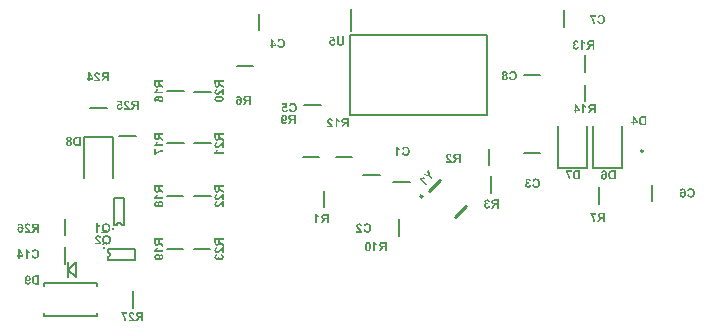
<source format=gbo>
G04*
G04 #@! TF.GenerationSoftware,Altium Limited,Altium Designer,19.0.10 (269)*
G04*
G04 Layer_Color=32896*
%FSLAX25Y25*%
%MOIN*%
G70*
G01*
G75*
%ADD13C,0.01000*%
%ADD14C,0.00787*%
%ADD56C,0.00787*%
G36*
X178915Y239651D02*
X178984Y239643D01*
X179054Y239630D01*
X179120Y239612D01*
X179181Y239590D01*
X179238Y239564D01*
X179295Y239542D01*
X179339Y239516D01*
X179382Y239485D01*
X179421Y239463D01*
X179452Y239437D01*
X179483Y239415D01*
X179505Y239398D01*
X179518Y239385D01*
X179526Y239376D01*
X179531Y239372D01*
X179579Y239315D01*
X179618Y239258D01*
X179657Y239197D01*
X179688Y239136D01*
X179714Y239074D01*
X179736Y239009D01*
X179767Y238891D01*
X179780Y238839D01*
X179789Y238786D01*
X179793Y238742D01*
X179797Y238703D01*
X179802Y238668D01*
Y238646D01*
Y238629D01*
Y238624D01*
X179797Y238546D01*
X179789Y238467D01*
X179780Y238393D01*
X179762Y238327D01*
X179741Y238262D01*
X179719Y238205D01*
X179697Y238148D01*
X179671Y238100D01*
X179649Y238056D01*
X179627Y238017D01*
X179605Y237986D01*
X179583Y237956D01*
X179566Y237938D01*
X179557Y237921D01*
X179548Y237912D01*
X179544Y237908D01*
X179496Y237860D01*
X179443Y237816D01*
X179391Y237781D01*
X179339Y237750D01*
X179286Y237724D01*
X179238Y237698D01*
X179142Y237667D01*
X179059Y237646D01*
X179024Y237641D01*
X178993Y237637D01*
X178967Y237632D01*
X178932D01*
X178871Y237637D01*
X178814Y237646D01*
X178762Y237654D01*
X178709Y237672D01*
X178613Y237711D01*
X178534Y237759D01*
X178473Y237807D01*
X178447Y237829D01*
X178425Y237846D01*
X178408Y237864D01*
X178395Y237877D01*
X178390Y237881D01*
X178386Y237886D01*
X178395Y237794D01*
X178403Y237707D01*
X178412Y237628D01*
X178425Y237558D01*
X178438Y237497D01*
X178451Y237440D01*
X178464Y237392D01*
X178478Y237348D01*
X178495Y237309D01*
X178504Y237278D01*
X178517Y237252D01*
X178526Y237235D01*
X178534Y237217D01*
X178543Y237209D01*
X178548Y237200D01*
X178596Y237147D01*
X178648Y237108D01*
X178696Y237077D01*
X178744Y237060D01*
X178788Y237047D01*
X178819Y237042D01*
X178840Y237038D01*
X178849D01*
X178897Y237042D01*
X178945Y237051D01*
X178980Y237064D01*
X179015Y237077D01*
X179041Y237090D01*
X179059Y237104D01*
X179072Y237112D01*
X179076Y237117D01*
X179107Y237152D01*
X179129Y237191D01*
X179146Y237235D01*
X179159Y237278D01*
X179172Y237313D01*
X179177Y237344D01*
X179181Y237366D01*
Y237374D01*
X179741Y237309D01*
X179727Y237239D01*
X179710Y237178D01*
X179692Y237117D01*
X179671Y237064D01*
X179649Y237012D01*
X179627Y236964D01*
X179601Y236924D01*
X179579Y236885D01*
X179553Y236855D01*
X179535Y236824D01*
X179513Y236802D01*
X179496Y236780D01*
X179483Y236767D01*
X179470Y236754D01*
X179465Y236750D01*
X179461Y236745D01*
X179417Y236710D01*
X179374Y236684D01*
X179277Y236636D01*
X179185Y236605D01*
X179094Y236579D01*
X179011Y236566D01*
X178976Y236562D01*
X178945D01*
X178923Y236557D01*
X178888D01*
X178797Y236562D01*
X178714Y236575D01*
X178635Y236592D01*
X178556Y236614D01*
X178486Y236645D01*
X178421Y236675D01*
X178360Y236706D01*
X178307Y236741D01*
X178259Y236776D01*
X178215Y236806D01*
X178180Y236841D01*
X178150Y236868D01*
X178124Y236890D01*
X178106Y236907D01*
X178097Y236920D01*
X178093Y236924D01*
X178036Y236999D01*
X177992Y237082D01*
X177949Y237174D01*
X177914Y237265D01*
X177883Y237366D01*
X177857Y237466D01*
X177840Y237562D01*
X177822Y237663D01*
X177809Y237755D01*
X177800Y237838D01*
X177792Y237916D01*
X177787Y237986D01*
X177783Y238043D01*
Y238087D01*
Y238100D01*
Y238113D01*
Y238118D01*
Y238122D01*
X177787Y238270D01*
X177796Y238406D01*
X177809Y238533D01*
X177831Y238651D01*
X177853Y238755D01*
X177875Y238852D01*
X177905Y238939D01*
X177931Y239018D01*
X177958Y239083D01*
X177984Y239140D01*
X178010Y239188D01*
X178032Y239227D01*
X178054Y239258D01*
X178067Y239280D01*
X178076Y239293D01*
X178080Y239297D01*
X178137Y239358D01*
X178198Y239415D01*
X178259Y239463D01*
X178320Y239503D01*
X178386Y239538D01*
X178447Y239568D01*
X178508Y239590D01*
X178569Y239612D01*
X178622Y239625D01*
X178674Y239638D01*
X178718Y239647D01*
X178757Y239651D01*
X178792D01*
X178814Y239656D01*
X178836D01*
X178915Y239651D01*
D02*
G37*
G36*
X182677Y236614D02*
X181532D01*
X181414Y236618D01*
X181305Y236623D01*
X181213Y236632D01*
X181139Y236645D01*
X181078Y236658D01*
X181030Y236667D01*
X181017Y236671D01*
X181003D01*
X180999Y236675D01*
X180995D01*
X180899Y236710D01*
X180811Y236750D01*
X180741Y236789D01*
X180680Y236828D01*
X180632Y236863D01*
X180597Y236890D01*
X180575Y236907D01*
X180567Y236916D01*
X180492Y236999D01*
X180427Y237086D01*
X180370Y237178D01*
X180326Y237261D01*
X180291Y237340D01*
X180274Y237370D01*
X180265Y237396D01*
X180256Y237423D01*
X180247Y237440D01*
X180243Y237449D01*
Y237453D01*
X180212Y237558D01*
X180186Y237667D01*
X180169Y237772D01*
X180160Y237873D01*
X180156Y237921D01*
X180151Y237965D01*
Y238000D01*
X180147Y238034D01*
Y238061D01*
Y238078D01*
Y238091D01*
Y238096D01*
X180151Y238248D01*
X180164Y238384D01*
X180169Y238450D01*
X180177Y238506D01*
X180186Y238563D01*
X180195Y238611D01*
X180208Y238655D01*
X180217Y238694D01*
X180226Y238729D01*
X180230Y238755D01*
X180239Y238777D01*
X180243Y238795D01*
X180247Y238804D01*
Y238808D01*
X180287Y238913D01*
X180335Y239009D01*
X180383Y239092D01*
X180431Y239162D01*
X180470Y239219D01*
X180505Y239262D01*
X180527Y239289D01*
X180532Y239297D01*
X180536D01*
X180610Y239367D01*
X180684Y239424D01*
X180763Y239472D01*
X180833Y239511D01*
X180894Y239542D01*
X180947Y239564D01*
X180964Y239568D01*
X180977Y239573D01*
X180986Y239577D01*
X180990D01*
X181073Y239599D01*
X181165Y239612D01*
X181261Y239625D01*
X181353Y239630D01*
X181436Y239634D01*
X181471Y239638D01*
X182677D01*
Y236614D01*
D02*
G37*
G36*
X385039Y289764D02*
X383894D01*
X383776Y289768D01*
X383667Y289773D01*
X383575Y289781D01*
X383501Y289794D01*
X383440Y289808D01*
X383392Y289816D01*
X383379Y289821D01*
X383366D01*
X383361Y289825D01*
X383357D01*
X383261Y289860D01*
X383173Y289899D01*
X383103Y289939D01*
X383042Y289978D01*
X382994Y290013D01*
X382959Y290039D01*
X382937Y290057D01*
X382929Y290065D01*
X382854Y290148D01*
X382789Y290236D01*
X382732Y290328D01*
X382688Y290410D01*
X382653Y290489D01*
X382636Y290520D01*
X382627Y290546D01*
X382618Y290572D01*
X382610Y290590D01*
X382605Y290599D01*
Y290603D01*
X382575Y290708D01*
X382548Y290817D01*
X382531Y290922D01*
X382522Y291022D01*
X382518Y291070D01*
X382513Y291114D01*
Y291149D01*
X382509Y291184D01*
Y291210D01*
Y291228D01*
Y291241D01*
Y291245D01*
X382513Y291398D01*
X382527Y291534D01*
X382531Y291599D01*
X382540Y291656D01*
X382548Y291713D01*
X382557Y291761D01*
X382570Y291805D01*
X382579Y291844D01*
X382588Y291879D01*
X382592Y291905D01*
X382601Y291927D01*
X382605Y291944D01*
X382610Y291953D01*
Y291957D01*
X382649Y292062D01*
X382697Y292159D01*
X382745Y292242D01*
X382793Y292312D01*
X382833Y292368D01*
X382868Y292412D01*
X382889Y292438D01*
X382894Y292447D01*
X382898D01*
X382972Y292517D01*
X383047Y292574D01*
X383125Y292622D01*
X383195Y292661D01*
X383256Y292692D01*
X383309Y292713D01*
X383326Y292718D01*
X383339Y292722D01*
X383348Y292727D01*
X383353D01*
X383436Y292748D01*
X383527Y292762D01*
X383624Y292775D01*
X383715Y292779D01*
X383798Y292783D01*
X383833Y292788D01*
X385039D01*
Y289764D01*
D02*
G37*
G36*
X382221Y290874D02*
Y290371D01*
X380980D01*
Y289764D01*
X380420D01*
Y290371D01*
X380045D01*
Y290878D01*
X380420D01*
Y292801D01*
X380910D01*
X382221Y290874D01*
D02*
G37*
G36*
X213482Y227447D02*
X213551Y227442D01*
X213687Y227420D01*
X213801Y227385D01*
X213853Y227368D01*
X213901Y227346D01*
X213945Y227329D01*
X213980Y227307D01*
X214015Y227289D01*
X214041Y227276D01*
X214063Y227259D01*
X214076Y227250D01*
X214085Y227246D01*
X214089Y227241D01*
X214137Y227198D01*
X214181Y227154D01*
X214220Y227101D01*
X214255Y227045D01*
X214307Y226931D01*
X214351Y226822D01*
X214364Y226765D01*
X214377Y226717D01*
X214391Y226673D01*
X214395Y226634D01*
X214404Y226599D01*
Y226577D01*
X214408Y226559D01*
Y226555D01*
X213831Y226498D01*
X213823Y226586D01*
X213805Y226660D01*
X213788Y226726D01*
X213766Y226774D01*
X213748Y226813D01*
X213731Y226839D01*
X213718Y226857D01*
X213713Y226861D01*
X213669Y226896D01*
X213621Y226922D01*
X213573Y226944D01*
X213525Y226957D01*
X213486Y226966D01*
X213451Y226970D01*
X213420D01*
X213355Y226966D01*
X213298Y226953D01*
X213250Y226935D01*
X213206Y226918D01*
X213176Y226900D01*
X213149Y226883D01*
X213136Y226870D01*
X213132Y226865D01*
X213097Y226822D01*
X213071Y226774D01*
X213053Y226726D01*
X213040Y226677D01*
X213032Y226634D01*
X213027Y226594D01*
Y226573D01*
Y226568D01*
Y226564D01*
X213032Y226498D01*
X213045Y226437D01*
X213066Y226376D01*
X213088Y226324D01*
X213110Y226275D01*
X213132Y226240D01*
X213145Y226219D01*
X213149Y226210D01*
X213167Y226184D01*
X213193Y226153D01*
X213228Y226114D01*
X213263Y226079D01*
X213342Y225996D01*
X213420Y225913D01*
X213499Y225834D01*
X213534Y225799D01*
X213569Y225773D01*
X213595Y225747D01*
X213613Y225729D01*
X213626Y225716D01*
X213630Y225712D01*
X213718Y225629D01*
X213796Y225550D01*
X213871Y225476D01*
X213936Y225410D01*
X213997Y225345D01*
X214050Y225283D01*
X214098Y225231D01*
X214137Y225179D01*
X214172Y225135D01*
X214203Y225096D01*
X214229Y225065D01*
X214246Y225034D01*
X214264Y225017D01*
X214273Y224999D01*
X214281Y224991D01*
Y224986D01*
X214338Y224886D01*
X214382Y224781D01*
X214417Y224685D01*
X214443Y224597D01*
X214460Y224519D01*
X214465Y224488D01*
X214469Y224462D01*
X214474Y224440D01*
X214478Y224423D01*
Y224414D01*
Y224410D01*
X212446D01*
Y224947D01*
X213600D01*
X213565Y225004D01*
X213525Y225052D01*
X213508Y225074D01*
X213495Y225091D01*
X213486Y225100D01*
X213482Y225104D01*
X213464Y225122D01*
X213447Y225144D01*
X213394Y225192D01*
X213337Y225249D01*
X213281Y225305D01*
X213224Y225358D01*
X213176Y225401D01*
X213158Y225419D01*
X213145Y225432D01*
X213136Y225436D01*
X213132Y225441D01*
X213036Y225533D01*
X212957Y225607D01*
X212892Y225677D01*
X212839Y225729D01*
X212800Y225773D01*
X212774Y225803D01*
X212756Y225825D01*
X212752Y225830D01*
X212695Y225904D01*
X212647Y225974D01*
X212608Y226040D01*
X212577Y226096D01*
X212551Y226144D01*
X212533Y226184D01*
X212525Y226205D01*
X212520Y226214D01*
X212494Y226284D01*
X212476Y226354D01*
X212463Y226420D01*
X212455Y226481D01*
X212450Y226529D01*
X212446Y226568D01*
Y226594D01*
Y226603D01*
X212450Y226669D01*
X212459Y226734D01*
X212468Y226796D01*
X212485Y226852D01*
X212529Y226953D01*
X212573Y227040D01*
X212599Y227080D01*
X212621Y227110D01*
X212643Y227141D01*
X212664Y227163D01*
X212682Y227180D01*
X212691Y227198D01*
X212699Y227202D01*
X212704Y227206D01*
X212752Y227250D01*
X212809Y227289D01*
X212861Y227320D01*
X212922Y227346D01*
X213036Y227390D01*
X213149Y227420D01*
X213202Y227429D01*
X213250Y227438D01*
X213294Y227442D01*
X213333Y227447D01*
X213364Y227451D01*
X213407D01*
X213482Y227447D01*
D02*
G37*
G36*
X217323Y224410D02*
X216711D01*
Y225672D01*
X216514D01*
X216453Y225668D01*
X216401Y225664D01*
X216357Y225655D01*
X216322Y225651D01*
X216300Y225642D01*
X216287Y225637D01*
X216283D01*
X216248Y225620D01*
X216213Y225603D01*
X216182Y225581D01*
X216152Y225563D01*
X216130Y225541D01*
X216112Y225524D01*
X216104Y225515D01*
X216099Y225511D01*
X216082Y225489D01*
X216060Y225467D01*
X216012Y225401D01*
X215959Y225331D01*
X215903Y225253D01*
X215855Y225183D01*
X215833Y225148D01*
X215815Y225122D01*
X215798Y225100D01*
X215785Y225082D01*
X215780Y225069D01*
X215776Y225065D01*
X215339Y224410D01*
X214605D01*
X214976Y224999D01*
X215016Y225061D01*
X215055Y225122D01*
X215090Y225174D01*
X215125Y225222D01*
X215155Y225266D01*
X215181Y225310D01*
X215234Y225375D01*
X215273Y225428D01*
X215300Y225463D01*
X215321Y225484D01*
X215326Y225489D01*
X215374Y225541D01*
X215431Y225589D01*
X215483Y225629D01*
X215535Y225668D01*
X215579Y225699D01*
X215614Y225720D01*
X215640Y225738D01*
X215645Y225742D01*
X215649D01*
X215575Y225755D01*
X215509Y225773D01*
X215448Y225790D01*
X215387Y225812D01*
X215335Y225834D01*
X215286Y225856D01*
X215238Y225878D01*
X215199Y225904D01*
X215164Y225926D01*
X215134Y225948D01*
X215107Y225970D01*
X215090Y225987D01*
X215072Y226000D01*
X215059Y226013D01*
X215055Y226018D01*
X215050Y226022D01*
X215016Y226066D01*
X214985Y226109D01*
X214932Y226205D01*
X214897Y226297D01*
X214876Y226389D01*
X214858Y226468D01*
X214854Y226498D01*
Y226529D01*
X214849Y226551D01*
Y226573D01*
Y226581D01*
Y226586D01*
X214854Y226682D01*
X214871Y226774D01*
X214893Y226852D01*
X214915Y226922D01*
X214941Y226979D01*
X214963Y227023D01*
X214972Y227036D01*
X214981Y227049D01*
X214985Y227053D01*
Y227058D01*
X215037Y227132D01*
X215094Y227193D01*
X215151Y227241D01*
X215208Y227285D01*
X215260Y227311D01*
X215300Y227333D01*
X215326Y227346D01*
X215330Y227350D01*
X215335D01*
X215378Y227364D01*
X215426Y227377D01*
X215535Y227398D01*
X215653Y227412D01*
X215767Y227425D01*
X215824D01*
X215872Y227429D01*
X215920D01*
X215959Y227433D01*
X217323D01*
Y224410D01*
D02*
G37*
G36*
X212053Y226857D02*
X210737D01*
X210881Y226660D01*
X211008Y226455D01*
X211069Y226359D01*
X211122Y226258D01*
X211170Y226166D01*
X211214Y226079D01*
X211253Y225996D01*
X211288Y225922D01*
X211318Y225851D01*
X211345Y225795D01*
X211362Y225751D01*
X211375Y225716D01*
X211384Y225694D01*
X211388Y225686D01*
X211432Y225563D01*
X211471Y225445D01*
X211502Y225327D01*
X211533Y225214D01*
X211554Y225100D01*
X211576Y224995D01*
X211594Y224894D01*
X211607Y224803D01*
X211620Y224720D01*
X211629Y224641D01*
X211637Y224575D01*
X211642Y224519D01*
Y224471D01*
X211646Y224436D01*
Y224418D01*
Y224410D01*
X211087D01*
X211083Y224562D01*
X211069Y224720D01*
X211048Y224873D01*
X211039Y224943D01*
X211026Y225012D01*
X211013Y225074D01*
X210999Y225135D01*
X210991Y225183D01*
X210982Y225227D01*
X210973Y225266D01*
X210964Y225292D01*
X210960Y225310D01*
Y225314D01*
X210903Y225502D01*
X210842Y225681D01*
X210811Y225764D01*
X210777Y225843D01*
X210746Y225917D01*
X210715Y225987D01*
X210685Y226048D01*
X210659Y226105D01*
X210632Y226157D01*
X210615Y226197D01*
X210597Y226232D01*
X210584Y226254D01*
X210576Y226271D01*
X210571Y226275D01*
X210523Y226359D01*
X210475Y226437D01*
X210431Y226507D01*
X210388Y226577D01*
X210344Y226638D01*
X210300Y226695D01*
X210261Y226747D01*
X210226Y226796D01*
X210191Y226839D01*
X210160Y226874D01*
X210134Y226905D01*
X210112Y226931D01*
X210095Y226948D01*
X210082Y226961D01*
X210073Y226970D01*
X210069Y226975D01*
Y227394D01*
X212053D01*
Y226857D01*
D02*
G37*
G36*
X178836Y256974D02*
X178906Y256970D01*
X179041Y256948D01*
X179155Y256913D01*
X179207Y256895D01*
X179255Y256874D01*
X179299Y256856D01*
X179334Y256834D01*
X179369Y256817D01*
X179395Y256804D01*
X179417Y256786D01*
X179430Y256778D01*
X179439Y256773D01*
X179443Y256769D01*
X179491Y256725D01*
X179535Y256681D01*
X179575Y256629D01*
X179609Y256572D01*
X179662Y256458D01*
X179706Y256349D01*
X179719Y256292D01*
X179732Y256244D01*
X179745Y256201D01*
X179749Y256161D01*
X179758Y256126D01*
Y256104D01*
X179762Y256087D01*
Y256083D01*
X179185Y256026D01*
X179177Y256113D01*
X179159Y256188D01*
X179142Y256253D01*
X179120Y256301D01*
X179103Y256341D01*
X179085Y256367D01*
X179072Y256384D01*
X179068Y256389D01*
X179024Y256423D01*
X178976Y256450D01*
X178928Y256472D01*
X178880Y256485D01*
X178840Y256493D01*
X178805Y256498D01*
X178775D01*
X178709Y256493D01*
X178652Y256480D01*
X178604Y256463D01*
X178561Y256445D01*
X178530Y256428D01*
X178504Y256410D01*
X178491Y256397D01*
X178486Y256393D01*
X178451Y256349D01*
X178425Y256301D01*
X178408Y256253D01*
X178395Y256205D01*
X178386Y256161D01*
X178382Y256122D01*
Y256100D01*
Y256096D01*
Y256091D01*
X178386Y256026D01*
X178399Y255965D01*
X178421Y255904D01*
X178443Y255851D01*
X178464Y255803D01*
X178486Y255768D01*
X178499Y255746D01*
X178504Y255737D01*
X178521Y255711D01*
X178548Y255681D01*
X178583Y255641D01*
X178617Y255606D01*
X178696Y255523D01*
X178775Y255440D01*
X178853Y255362D01*
X178888Y255327D01*
X178923Y255300D01*
X178950Y255274D01*
X178967Y255257D01*
X178980Y255244D01*
X178984Y255239D01*
X179072Y255156D01*
X179151Y255078D01*
X179225Y255003D01*
X179290Y254938D01*
X179352Y254872D01*
X179404Y254811D01*
X179452Y254759D01*
X179491Y254706D01*
X179526Y254662D01*
X179557Y254623D01*
X179583Y254592D01*
X179601Y254562D01*
X179618Y254544D01*
X179627Y254527D01*
X179636Y254518D01*
Y254514D01*
X179692Y254413D01*
X179736Y254309D01*
X179771Y254212D01*
X179797Y254125D01*
X179815Y254046D01*
X179819Y254016D01*
X179824Y253989D01*
X179828Y253968D01*
X179832Y253950D01*
Y253941D01*
Y253937D01*
X177800D01*
Y254474D01*
X178954D01*
X178919Y254531D01*
X178880Y254579D01*
X178862Y254601D01*
X178849Y254619D01*
X178840Y254627D01*
X178836Y254632D01*
X178819Y254649D01*
X178801Y254671D01*
X178749Y254719D01*
X178692Y254776D01*
X178635Y254833D01*
X178578Y254885D01*
X178530Y254929D01*
X178513Y254946D01*
X178499Y254960D01*
X178491Y254964D01*
X178486Y254968D01*
X178390Y255060D01*
X178312Y255134D01*
X178246Y255204D01*
X178194Y255257D01*
X178154Y255300D01*
X178128Y255331D01*
X178111Y255353D01*
X178106Y255357D01*
X178049Y255432D01*
X178001Y255502D01*
X177962Y255567D01*
X177931Y255624D01*
X177905Y255672D01*
X177888Y255711D01*
X177879Y255733D01*
X177875Y255742D01*
X177848Y255812D01*
X177831Y255882D01*
X177818Y255947D01*
X177809Y256008D01*
X177805Y256056D01*
X177800Y256096D01*
Y256122D01*
Y256131D01*
X177805Y256196D01*
X177813Y256262D01*
X177822Y256323D01*
X177840Y256380D01*
X177883Y256480D01*
X177927Y256568D01*
X177953Y256607D01*
X177975Y256638D01*
X177997Y256668D01*
X178019Y256690D01*
X178036Y256708D01*
X178045Y256725D01*
X178054Y256729D01*
X178058Y256734D01*
X178106Y256778D01*
X178163Y256817D01*
X178215Y256847D01*
X178277Y256874D01*
X178390Y256917D01*
X178504Y256948D01*
X178556Y256957D01*
X178604Y256965D01*
X178648Y256970D01*
X178687Y256974D01*
X178718Y256979D01*
X178762D01*
X178836Y256974D01*
D02*
G37*
G36*
X176393D02*
X176476Y256961D01*
X176559Y256944D01*
X176634Y256922D01*
X176703Y256891D01*
X176773Y256860D01*
X176830Y256826D01*
X176887Y256795D01*
X176935Y256760D01*
X176979Y256725D01*
X177014Y256695D01*
X177044Y256664D01*
X177070Y256642D01*
X177088Y256625D01*
X177097Y256611D01*
X177101Y256607D01*
X177154Y256533D01*
X177202Y256450D01*
X177241Y256358D01*
X177276Y256266D01*
X177306Y256166D01*
X177333Y256065D01*
X177355Y255965D01*
X177368Y255869D01*
X177381Y255777D01*
X177390Y255689D01*
X177398Y255611D01*
X177403Y255541D01*
X177407Y255484D01*
Y255440D01*
Y255427D01*
Y255414D01*
Y255410D01*
Y255405D01*
X177403Y255257D01*
X177394Y255121D01*
X177381Y254995D01*
X177359Y254881D01*
X177337Y254772D01*
X177315Y254676D01*
X177289Y254592D01*
X177258Y254514D01*
X177232Y254448D01*
X177206Y254392D01*
X177184Y254343D01*
X177158Y254304D01*
X177140Y254274D01*
X177127Y254252D01*
X177119Y254239D01*
X177114Y254234D01*
X177057Y254173D01*
X176996Y254116D01*
X176935Y254068D01*
X176869Y254029D01*
X176808Y253994D01*
X176743Y253968D01*
X176681Y253941D01*
X176625Y253924D01*
X176568Y253911D01*
X176520Y253898D01*
X176472Y253893D01*
X176432Y253885D01*
X176402D01*
X176380Y253880D01*
X176358D01*
X176279Y253885D01*
X176205Y253893D01*
X176135Y253906D01*
X176070Y253924D01*
X176004Y253946D01*
X175947Y253968D01*
X175895Y253994D01*
X175847Y254020D01*
X175803Y254046D01*
X175768Y254072D01*
X175733Y254094D01*
X175707Y254116D01*
X175685Y254134D01*
X175672Y254147D01*
X175663Y254155D01*
X175659Y254160D01*
X175611Y254212D01*
X175567Y254274D01*
X175532Y254335D01*
X175502Y254396D01*
X175471Y254457D01*
X175449Y254518D01*
X175419Y254641D01*
X175406Y254693D01*
X175397Y254746D01*
X175392Y254789D01*
X175388Y254829D01*
X175384Y254864D01*
Y254885D01*
Y254903D01*
Y254907D01*
X175388Y254990D01*
X175397Y255065D01*
X175410Y255139D01*
X175423Y255204D01*
X175445Y255270D01*
X175467Y255327D01*
X175488Y255383D01*
X175515Y255432D01*
X175541Y255475D01*
X175563Y255515D01*
X175585Y255545D01*
X175607Y255576D01*
X175620Y255598D01*
X175633Y255611D01*
X175642Y255620D01*
X175646Y255624D01*
X175694Y255672D01*
X175746Y255716D01*
X175799Y255755D01*
X175851Y255785D01*
X175904Y255812D01*
X175956Y255834D01*
X176052Y255869D01*
X176096Y255882D01*
X176140Y255890D01*
X176175Y255895D01*
X176205Y255899D01*
X176231Y255904D01*
X176266D01*
X176328Y255899D01*
X176384Y255890D01*
X176437Y255882D01*
X176489Y255864D01*
X176581Y255820D01*
X176660Y255777D01*
X176721Y255729D01*
X176747Y255707D01*
X176769Y255685D01*
X176786Y255667D01*
X176799Y255659D01*
X176804Y255650D01*
X176808Y255646D01*
X176799Y255737D01*
X176791Y255825D01*
X176782Y255904D01*
X176769Y255973D01*
X176756Y256035D01*
X176743Y256091D01*
X176730Y256139D01*
X176712Y256183D01*
X176699Y256223D01*
X176690Y256253D01*
X176677Y256279D01*
X176668Y256297D01*
X176660Y256314D01*
X176651Y256323D01*
X176647Y256332D01*
X176599Y256389D01*
X176546Y256428D01*
X176494Y256458D01*
X176446Y256476D01*
X176402Y256489D01*
X176367Y256493D01*
X176345Y256498D01*
X176336D01*
X176288Y256493D01*
X176240Y256485D01*
X176201Y256472D01*
X176170Y256458D01*
X176144Y256441D01*
X176127Y256428D01*
X176113Y256419D01*
X176109Y256415D01*
X176078Y256380D01*
X176057Y256341D01*
X176035Y256297D01*
X176022Y256258D01*
X176013Y256218D01*
X176004Y256188D01*
X176000Y256170D01*
Y256161D01*
X175441Y256223D01*
X175471Y256354D01*
X175515Y256463D01*
X175563Y256559D01*
X175611Y256642D01*
X175659Y256703D01*
X175676Y256725D01*
X175698Y256747D01*
X175711Y256760D01*
X175724Y256773D01*
X175729Y256782D01*
X175733D01*
X175777Y256817D01*
X175821Y256847D01*
X175917Y256895D01*
X176013Y256930D01*
X176100Y256952D01*
X176179Y256970D01*
X176214Y256974D01*
X176244D01*
X176266Y256979D01*
X176301D01*
X176393Y256974D01*
D02*
G37*
G36*
X182677Y253937D02*
X182065D01*
Y255200D01*
X181869D01*
X181807Y255196D01*
X181755Y255191D01*
X181711Y255183D01*
X181676Y255178D01*
X181655Y255169D01*
X181641Y255165D01*
X181637D01*
X181602Y255148D01*
X181567Y255130D01*
X181537Y255108D01*
X181506Y255091D01*
X181484Y255069D01*
X181467Y255051D01*
X181458Y255043D01*
X181454Y255038D01*
X181436Y255016D01*
X181414Y254995D01*
X181366Y254929D01*
X181314Y254859D01*
X181257Y254780D01*
X181209Y254711D01*
X181187Y254676D01*
X181169Y254649D01*
X181152Y254627D01*
X181139Y254610D01*
X181135Y254597D01*
X181130Y254592D01*
X180693Y253937D01*
X179959D01*
X180331Y254527D01*
X180370Y254588D01*
X180409Y254649D01*
X180444Y254702D01*
X180479Y254750D01*
X180510Y254794D01*
X180536Y254837D01*
X180588Y254903D01*
X180628Y254955D01*
X180654Y254990D01*
X180676Y255012D01*
X180680Y255016D01*
X180728Y255069D01*
X180785Y255117D01*
X180837Y255156D01*
X180890Y255196D01*
X180933Y255226D01*
X180968Y255248D01*
X180995Y255265D01*
X180999Y255270D01*
X181003D01*
X180929Y255283D01*
X180864Y255300D01*
X180802Y255318D01*
X180741Y255340D01*
X180689Y255362D01*
X180641Y255383D01*
X180593Y255405D01*
X180553Y255432D01*
X180518Y255453D01*
X180488Y255475D01*
X180462Y255497D01*
X180444Y255515D01*
X180427Y255528D01*
X180413Y255541D01*
X180409Y255545D01*
X180405Y255550D01*
X180370Y255593D01*
X180339Y255637D01*
X180287Y255733D01*
X180252Y255825D01*
X180230Y255917D01*
X180212Y255995D01*
X180208Y256026D01*
Y256056D01*
X180204Y256078D01*
Y256100D01*
Y256109D01*
Y256113D01*
X180208Y256209D01*
X180226Y256301D01*
X180247Y256380D01*
X180269Y256450D01*
X180296Y256507D01*
X180317Y256550D01*
X180326Y256563D01*
X180335Y256576D01*
X180339Y256581D01*
Y256585D01*
X180392Y256660D01*
X180448Y256721D01*
X180505Y256769D01*
X180562Y256813D01*
X180614Y256839D01*
X180654Y256860D01*
X180680Y256874D01*
X180684Y256878D01*
X180689D01*
X180733Y256891D01*
X180781Y256904D01*
X180890Y256926D01*
X181008Y256939D01*
X181122Y256952D01*
X181178D01*
X181226Y256957D01*
X181274D01*
X181314Y256961D01*
X182677D01*
Y253937D01*
D02*
G37*
G36*
X211907Y297919D02*
X211977Y297915D01*
X212112Y297893D01*
X212226Y297858D01*
X212278Y297840D01*
X212326Y297818D01*
X212370Y297801D01*
X212405Y297779D01*
X212440Y297762D01*
X212466Y297749D01*
X212488Y297731D01*
X212501Y297722D01*
X212510Y297718D01*
X212514Y297714D01*
X212562Y297670D01*
X212606Y297626D01*
X212645Y297574D01*
X212680Y297517D01*
X212733Y297403D01*
X212776Y297294D01*
X212790Y297237D01*
X212803Y297189D01*
X212816Y297146D01*
X212820Y297106D01*
X212829Y297071D01*
Y297049D01*
X212833Y297032D01*
Y297028D01*
X212256Y296971D01*
X212248Y297058D01*
X212230Y297132D01*
X212213Y297198D01*
X212191Y297246D01*
X212173Y297285D01*
X212156Y297312D01*
X212143Y297329D01*
X212138Y297334D01*
X212095Y297368D01*
X212047Y297395D01*
X211999Y297416D01*
X211950Y297430D01*
X211911Y297438D01*
X211876Y297443D01*
X211846D01*
X211780Y297438D01*
X211723Y297425D01*
X211675Y297408D01*
X211631Y297390D01*
X211601Y297373D01*
X211575Y297355D01*
X211562Y297342D01*
X211557Y297338D01*
X211522Y297294D01*
X211496Y297246D01*
X211478Y297198D01*
X211465Y297150D01*
X211457Y297106D01*
X211452Y297067D01*
Y297045D01*
Y297041D01*
Y297036D01*
X211457Y296971D01*
X211470Y296910D01*
X211492Y296848D01*
X211513Y296796D01*
X211535Y296748D01*
X211557Y296713D01*
X211570Y296691D01*
X211575Y296682D01*
X211592Y296656D01*
X211618Y296625D01*
X211653Y296586D01*
X211688Y296551D01*
X211767Y296468D01*
X211846Y296385D01*
X211924Y296306D01*
X211959Y296271D01*
X211994Y296245D01*
X212020Y296219D01*
X212038Y296202D01*
X212051Y296188D01*
X212055Y296184D01*
X212143Y296101D01*
X212221Y296023D01*
X212296Y295948D01*
X212361Y295883D01*
X212422Y295817D01*
X212475Y295756D01*
X212523Y295704D01*
X212562Y295651D01*
X212597Y295607D01*
X212628Y295568D01*
X212654Y295537D01*
X212671Y295507D01*
X212689Y295489D01*
X212698Y295472D01*
X212706Y295463D01*
Y295459D01*
X212763Y295358D01*
X212807Y295253D01*
X212842Y295157D01*
X212868Y295070D01*
X212886Y294991D01*
X212890Y294961D01*
X212894Y294934D01*
X212899Y294913D01*
X212903Y294895D01*
Y294886D01*
Y294882D01*
X210871D01*
Y295419D01*
X212025D01*
X211990Y295476D01*
X211950Y295524D01*
X211933Y295546D01*
X211920Y295564D01*
X211911Y295572D01*
X211907Y295577D01*
X211889Y295594D01*
X211872Y295616D01*
X211819Y295664D01*
X211763Y295721D01*
X211706Y295778D01*
X211649Y295830D01*
X211601Y295874D01*
X211583Y295891D01*
X211570Y295904D01*
X211562Y295909D01*
X211557Y295913D01*
X211461Y296005D01*
X211382Y296079D01*
X211317Y296149D01*
X211264Y296202D01*
X211225Y296245D01*
X211199Y296276D01*
X211181Y296298D01*
X211177Y296302D01*
X211120Y296376D01*
X211072Y296446D01*
X211033Y296512D01*
X211002Y296569D01*
X210976Y296617D01*
X210959Y296656D01*
X210950Y296678D01*
X210945Y296687D01*
X210919Y296757D01*
X210902Y296827D01*
X210889Y296892D01*
X210880Y296953D01*
X210876Y297001D01*
X210871Y297041D01*
Y297067D01*
Y297076D01*
X210876Y297141D01*
X210884Y297207D01*
X210893Y297268D01*
X210910Y297325D01*
X210954Y297425D01*
X210998Y297513D01*
X211024Y297552D01*
X211046Y297583D01*
X211068Y297613D01*
X211090Y297635D01*
X211107Y297653D01*
X211116Y297670D01*
X211125Y297674D01*
X211129Y297679D01*
X211177Y297722D01*
X211234Y297762D01*
X211286Y297792D01*
X211347Y297818D01*
X211461Y297862D01*
X211575Y297893D01*
X211627Y297902D01*
X211675Y297910D01*
X211719Y297915D01*
X211758Y297919D01*
X211789Y297923D01*
X211832D01*
X211907Y297919D01*
D02*
G37*
G36*
X210399Y296289D02*
X209932Y296223D01*
X209892Y296263D01*
X209853Y296298D01*
X209814Y296328D01*
X209774Y296355D01*
X209700Y296394D01*
X209630Y296420D01*
X209569Y296433D01*
X209525Y296442D01*
X209508Y296446D01*
X209481D01*
X209412Y296442D01*
X209346Y296425D01*
X209289Y296403D01*
X209241Y296376D01*
X209206Y296346D01*
X209176Y296324D01*
X209158Y296306D01*
X209154Y296302D01*
X209110Y296245D01*
X209079Y296180D01*
X209058Y296110D01*
X209045Y296040D01*
X209031Y295979D01*
X209027Y295931D01*
Y295909D01*
Y295896D01*
Y295887D01*
Y295883D01*
X209031Y295778D01*
X209045Y295686D01*
X209066Y295612D01*
X209088Y295550D01*
X209114Y295498D01*
X209132Y295463D01*
X209149Y295446D01*
X209154Y295437D01*
X209202Y295389D01*
X209254Y295350D01*
X209307Y295323D01*
X209355Y295306D01*
X209398Y295297D01*
X209433Y295293D01*
X209455Y295288D01*
X209464D01*
X209521Y295293D01*
X209578Y295306D01*
X209626Y295323D01*
X209665Y295345D01*
X209700Y295367D01*
X209726Y295384D01*
X209744Y295398D01*
X209748Y295402D01*
X209787Y295450D01*
X209822Y295498D01*
X209848Y295550D01*
X209866Y295599D01*
X209879Y295642D01*
X209888Y295682D01*
X209892Y295704D01*
Y295712D01*
X210469Y295651D01*
X210456Y295581D01*
X210443Y295515D01*
X210399Y295398D01*
X210351Y295293D01*
X210325Y295249D01*
X210294Y295205D01*
X210268Y295170D01*
X210246Y295140D01*
X210220Y295113D01*
X210203Y295087D01*
X210185Y295070D01*
X210172Y295057D01*
X210163Y295052D01*
X210159Y295048D01*
X210106Y295009D01*
X210054Y294974D01*
X209997Y294943D01*
X209940Y294921D01*
X209822Y294878D01*
X209717Y294851D01*
X209665Y294843D01*
X209621Y294838D01*
X209578Y294834D01*
X209543Y294829D01*
X209512Y294825D01*
X209473D01*
X209377Y294829D01*
X209285Y294843D01*
X209202Y294860D01*
X209123Y294886D01*
X209049Y294917D01*
X208983Y294952D01*
X208922Y294987D01*
X208865Y295026D01*
X208817Y295061D01*
X208773Y295096D01*
X208734Y295131D01*
X208704Y295162D01*
X208682Y295188D01*
X208664Y295205D01*
X208656Y295218D01*
X208651Y295223D01*
X208612Y295280D01*
X208577Y295336D01*
X208551Y295393D01*
X208524Y295454D01*
X208485Y295568D01*
X208459Y295673D01*
X208450Y295717D01*
X208446Y295760D01*
X208437Y295800D01*
Y295834D01*
X208433Y295861D01*
Y295878D01*
Y295891D01*
Y295896D01*
X208437Y295979D01*
X208446Y296057D01*
X208459Y296132D01*
X208476Y296202D01*
X208494Y296263D01*
X208520Y296324D01*
X208542Y296381D01*
X208568Y296429D01*
X208594Y296473D01*
X208616Y296512D01*
X208642Y296547D01*
X208660Y296573D01*
X208677Y296595D01*
X208691Y296612D01*
X208699Y296621D01*
X208704Y296625D01*
X208756Y296674D01*
X208808Y296717D01*
X208865Y296757D01*
X208922Y296792D01*
X208975Y296818D01*
X209031Y296840D01*
X209132Y296875D01*
X209180Y296888D01*
X209224Y296897D01*
X209263Y296901D01*
X209294Y296905D01*
X209320Y296910D01*
X209359D01*
X209433Y296905D01*
X209508Y296892D01*
X209573Y296879D01*
X209634Y296862D01*
X209682Y296840D01*
X209722Y296827D01*
X209748Y296813D01*
X209752Y296809D01*
X209757D01*
X209665Y297325D01*
X208568D01*
Y297867D01*
X210102D01*
X210399Y296289D01*
D02*
G37*
G36*
X215748Y294882D02*
X215136D01*
Y296145D01*
X214940D01*
X214878Y296141D01*
X214826Y296136D01*
X214782Y296127D01*
X214747Y296123D01*
X214725Y296114D01*
X214712Y296110D01*
X214708D01*
X214673Y296092D01*
X214638Y296075D01*
X214608Y296053D01*
X214577Y296036D01*
X214555Y296014D01*
X214538Y295996D01*
X214529Y295988D01*
X214524Y295983D01*
X214507Y295961D01*
X214485Y295939D01*
X214437Y295874D01*
X214385Y295804D01*
X214328Y295725D01*
X214280Y295655D01*
X214258Y295620D01*
X214240Y295594D01*
X214223Y295572D01*
X214210Y295555D01*
X214205Y295542D01*
X214201Y295537D01*
X213764Y294882D01*
X213030D01*
X213401Y295472D01*
X213441Y295533D01*
X213480Y295594D01*
X213515Y295647D01*
X213550Y295695D01*
X213580Y295738D01*
X213607Y295782D01*
X213659Y295848D01*
X213699Y295900D01*
X213725Y295935D01*
X213747Y295957D01*
X213751Y295961D01*
X213799Y296014D01*
X213856Y296062D01*
X213908Y296101D01*
X213961Y296141D01*
X214004Y296171D01*
X214039Y296193D01*
X214066Y296210D01*
X214070Y296215D01*
X214074D01*
X214000Y296228D01*
X213934Y296245D01*
X213873Y296263D01*
X213812Y296285D01*
X213760Y296306D01*
X213712Y296328D01*
X213664Y296350D01*
X213624Y296376D01*
X213589Y296398D01*
X213559Y296420D01*
X213532Y296442D01*
X213515Y296460D01*
X213497Y296473D01*
X213484Y296486D01*
X213480Y296490D01*
X213476Y296494D01*
X213441Y296538D01*
X213410Y296582D01*
X213358Y296678D01*
X213323Y296770D01*
X213301Y296862D01*
X213283Y296940D01*
X213279Y296971D01*
Y297001D01*
X213275Y297023D01*
Y297045D01*
Y297054D01*
Y297058D01*
X213279Y297154D01*
X213297Y297246D01*
X213318Y297325D01*
X213340Y297395D01*
X213366Y297451D01*
X213388Y297495D01*
X213397Y297508D01*
X213406Y297521D01*
X213410Y297526D01*
Y297530D01*
X213462Y297604D01*
X213519Y297666D01*
X213576Y297714D01*
X213633Y297757D01*
X213685Y297784D01*
X213725Y297805D01*
X213751Y297818D01*
X213755Y297823D01*
X213760D01*
X213803Y297836D01*
X213851Y297849D01*
X213961Y297871D01*
X214079Y297884D01*
X214192Y297897D01*
X214249D01*
X214297Y297902D01*
X214345D01*
X214385Y297906D01*
X215748D01*
Y294882D01*
D02*
G37*
G36*
X202064Y307368D02*
X202134Y307364D01*
X202270Y307342D01*
X202383Y307307D01*
X202436Y307289D01*
X202484Y307267D01*
X202527Y307250D01*
X202562Y307228D01*
X202597Y307210D01*
X202624Y307197D01*
X202645Y307180D01*
X202659Y307171D01*
X202667Y307167D01*
X202672Y307162D01*
X202720Y307119D01*
X202764Y307075D01*
X202803Y307023D01*
X202838Y306966D01*
X202890Y306852D01*
X202934Y306743D01*
X202947Y306686D01*
X202960Y306638D01*
X202973Y306594D01*
X202978Y306555D01*
X202986Y306520D01*
Y306498D01*
X202991Y306481D01*
Y306476D01*
X202414Y306420D01*
X202405Y306507D01*
X202388Y306581D01*
X202370Y306647D01*
X202348Y306695D01*
X202331Y306734D01*
X202313Y306760D01*
X202300Y306778D01*
X202296Y306782D01*
X202252Y306817D01*
X202204Y306843D01*
X202156Y306865D01*
X202108Y306878D01*
X202069Y306887D01*
X202034Y306891D01*
X202003D01*
X201938Y306887D01*
X201881Y306874D01*
X201833Y306857D01*
X201789Y306839D01*
X201758Y306822D01*
X201732Y306804D01*
X201719Y306791D01*
X201715Y306787D01*
X201680Y306743D01*
X201654Y306695D01*
X201636Y306647D01*
X201623Y306599D01*
X201614Y306555D01*
X201610Y306516D01*
Y306494D01*
Y306489D01*
Y306485D01*
X201614Y306420D01*
X201627Y306358D01*
X201649Y306297D01*
X201671Y306245D01*
X201693Y306197D01*
X201715Y306162D01*
X201728Y306140D01*
X201732Y306131D01*
X201750Y306105D01*
X201776Y306074D01*
X201811Y306035D01*
X201846Y306000D01*
X201924Y305917D01*
X202003Y305834D01*
X202082Y305755D01*
X202117Y305720D01*
X202152Y305694D01*
X202178Y305668D01*
X202195Y305650D01*
X202208Y305637D01*
X202213Y305633D01*
X202300Y305550D01*
X202379Y305471D01*
X202453Y305397D01*
X202519Y305331D01*
X202580Y305266D01*
X202632Y305205D01*
X202680Y305152D01*
X202720Y305100D01*
X202755Y305056D01*
X202785Y305017D01*
X202812Y304986D01*
X202829Y304956D01*
X202847Y304938D01*
X202855Y304921D01*
X202864Y304912D01*
Y304907D01*
X202921Y304807D01*
X202964Y304702D01*
X202999Y304606D01*
X203026Y304519D01*
X203043Y304440D01*
X203047Y304409D01*
X203052Y304383D01*
X203056Y304361D01*
X203061Y304344D01*
Y304335D01*
Y304331D01*
X201029D01*
Y304868D01*
X202182D01*
X202147Y304925D01*
X202108Y304973D01*
X202091Y304995D01*
X202077Y305012D01*
X202069Y305021D01*
X202064Y305026D01*
X202047Y305043D01*
X202029Y305065D01*
X201977Y305113D01*
X201920Y305170D01*
X201863Y305227D01*
X201806Y305279D01*
X201758Y305323D01*
X201741Y305340D01*
X201728Y305353D01*
X201719Y305358D01*
X201715Y305362D01*
X201619Y305454D01*
X201540Y305528D01*
X201474Y305598D01*
X201422Y305650D01*
X201383Y305694D01*
X201356Y305725D01*
X201339Y305747D01*
X201335Y305751D01*
X201278Y305825D01*
X201230Y305895D01*
X201190Y305961D01*
X201160Y306017D01*
X201133Y306066D01*
X201116Y306105D01*
X201107Y306127D01*
X201103Y306136D01*
X201077Y306205D01*
X201059Y306275D01*
X201046Y306341D01*
X201037Y306402D01*
X201033Y306450D01*
X201029Y306489D01*
Y306516D01*
Y306524D01*
X201033Y306590D01*
X201042Y306656D01*
X201050Y306717D01*
X201068Y306773D01*
X201112Y306874D01*
X201155Y306961D01*
X201182Y307001D01*
X201203Y307031D01*
X201225Y307062D01*
X201247Y307084D01*
X201265Y307101D01*
X201273Y307119D01*
X201282Y307123D01*
X201286Y307127D01*
X201335Y307171D01*
X201391Y307210D01*
X201444Y307241D01*
X201505Y307267D01*
X201619Y307311D01*
X201732Y307342D01*
X201785Y307350D01*
X201833Y307359D01*
X201876Y307364D01*
X201916Y307368D01*
X201946Y307372D01*
X201990D01*
X202064Y307368D01*
D02*
G37*
G36*
X205906Y304331D02*
X205294D01*
Y305594D01*
X205097D01*
X205036Y305589D01*
X204983Y305585D01*
X204940Y305576D01*
X204905Y305572D01*
X204883Y305563D01*
X204870Y305559D01*
X204866D01*
X204831Y305541D01*
X204796Y305524D01*
X204765Y305502D01*
X204734Y305484D01*
X204713Y305463D01*
X204695Y305445D01*
X204686Y305436D01*
X204682Y305432D01*
X204664Y305410D01*
X204643Y305388D01*
X204594Y305323D01*
X204542Y305253D01*
X204485Y305174D01*
X204437Y305104D01*
X204415Y305069D01*
X204398Y305043D01*
X204380Y305021D01*
X204367Y305004D01*
X204363Y304991D01*
X204359Y304986D01*
X203922Y304331D01*
X203187D01*
X203559Y304921D01*
X203598Y304982D01*
X203638Y305043D01*
X203672Y305096D01*
X203707Y305143D01*
X203738Y305187D01*
X203764Y305231D01*
X203817Y305296D01*
X203856Y305349D01*
X203882Y305384D01*
X203904Y305406D01*
X203908Y305410D01*
X203957Y305463D01*
X204013Y305511D01*
X204066Y305550D01*
X204118Y305589D01*
X204162Y305620D01*
X204197Y305642D01*
X204223Y305659D01*
X204227Y305664D01*
X204232D01*
X204157Y305677D01*
X204092Y305694D01*
X204031Y305712D01*
X203970Y305733D01*
X203917Y305755D01*
X203869Y305777D01*
X203821Y305799D01*
X203782Y305825D01*
X203747Y305847D01*
X203716Y305869D01*
X203690Y305891D01*
X203672Y305908D01*
X203655Y305921D01*
X203642Y305935D01*
X203638Y305939D01*
X203633Y305943D01*
X203598Y305987D01*
X203568Y306031D01*
X203515Y306127D01*
X203480Y306219D01*
X203458Y306310D01*
X203441Y306389D01*
X203436Y306420D01*
Y306450D01*
X203432Y306472D01*
Y306494D01*
Y306503D01*
Y306507D01*
X203436Y306603D01*
X203454Y306695D01*
X203476Y306773D01*
X203498Y306843D01*
X203524Y306900D01*
X203546Y306944D01*
X203554Y306957D01*
X203563Y306970D01*
X203568Y306975D01*
Y306979D01*
X203620Y307053D01*
X203677Y307114D01*
X203734Y307162D01*
X203790Y307206D01*
X203843Y307232D01*
X203882Y307254D01*
X203908Y307267D01*
X203913Y307272D01*
X203917D01*
X203961Y307285D01*
X204009Y307298D01*
X204118Y307320D01*
X204236Y307333D01*
X204350Y307346D01*
X204407D01*
X204455Y307350D01*
X204503D01*
X204542Y307355D01*
X205906D01*
Y304331D01*
D02*
G37*
G36*
X200736Y305441D02*
Y304938D01*
X199495D01*
Y304331D01*
X198935D01*
Y304938D01*
X198559D01*
Y305445D01*
X198935D01*
Y307368D01*
X199425D01*
X200736Y305441D01*
D02*
G37*
G36*
X244094Y251357D02*
X242832D01*
Y251160D01*
X242836Y251099D01*
X242840Y251046D01*
X242849Y251003D01*
X242853Y250968D01*
X242862Y250946D01*
X242866Y250933D01*
Y250928D01*
X242884Y250893D01*
X242901Y250858D01*
X242923Y250828D01*
X242941Y250797D01*
X242963Y250776D01*
X242980Y250758D01*
X242989Y250749D01*
X242993Y250745D01*
X243015Y250727D01*
X243037Y250706D01*
X243103Y250658D01*
X243172Y250605D01*
X243251Y250548D01*
X243321Y250500D01*
X243356Y250478D01*
X243382Y250461D01*
X243404Y250443D01*
X243422Y250430D01*
X243435Y250426D01*
X243439Y250422D01*
X244094Y249985D01*
Y249250D01*
X243505Y249622D01*
X243443Y249661D01*
X243382Y249700D01*
X243330Y249735D01*
X243282Y249770D01*
X243238Y249801D01*
X243194Y249827D01*
X243129Y249880D01*
X243076Y249919D01*
X243041Y249945D01*
X243020Y249967D01*
X243015Y249971D01*
X242963Y250020D01*
X242915Y250076D01*
X242875Y250129D01*
X242836Y250181D01*
X242805Y250225D01*
X242783Y250260D01*
X242766Y250286D01*
X242762Y250290D01*
Y250295D01*
X242748Y250220D01*
X242731Y250155D01*
X242714Y250094D01*
X242692Y250033D01*
X242670Y249980D01*
X242648Y249932D01*
X242626Y249884D01*
X242600Y249845D01*
X242578Y249810D01*
X242556Y249779D01*
X242534Y249753D01*
X242517Y249735D01*
X242504Y249718D01*
X242491Y249705D01*
X242486Y249700D01*
X242482Y249696D01*
X242438Y249661D01*
X242395Y249630D01*
X242298Y249578D01*
X242207Y249543D01*
X242115Y249521D01*
X242036Y249504D01*
X242006Y249499D01*
X241975D01*
X241953Y249495D01*
X241931D01*
X241923D01*
X241918D01*
X241822Y249499D01*
X241730Y249517D01*
X241652Y249539D01*
X241582Y249561D01*
X241525Y249587D01*
X241481Y249609D01*
X241468Y249617D01*
X241455Y249626D01*
X241451Y249630D01*
X241446D01*
X241372Y249683D01*
X241311Y249740D01*
X241263Y249797D01*
X241219Y249853D01*
X241193Y249906D01*
X241171Y249945D01*
X241158Y249971D01*
X241154Y249976D01*
Y249980D01*
X241140Y250024D01*
X241127Y250072D01*
X241105Y250181D01*
X241092Y250299D01*
X241079Y250413D01*
Y250470D01*
X241075Y250518D01*
Y250566D01*
X241070Y250605D01*
Y251969D01*
X244094D01*
Y251357D01*
D02*
G37*
G36*
Y247092D02*
X243557D01*
Y248245D01*
X243500Y248210D01*
X243452Y248171D01*
X243430Y248153D01*
X243413Y248140D01*
X243404Y248132D01*
X243400Y248127D01*
X243382Y248110D01*
X243360Y248092D01*
X243312Y248040D01*
X243255Y247983D01*
X243199Y247926D01*
X243146Y247869D01*
X243103Y247821D01*
X243085Y247804D01*
X243072Y247791D01*
X243068Y247782D01*
X243063Y247778D01*
X242971Y247681D01*
X242897Y247603D01*
X242827Y247537D01*
X242775Y247485D01*
X242731Y247446D01*
X242701Y247419D01*
X242679Y247402D01*
X242674Y247397D01*
X242600Y247341D01*
X242530Y247293D01*
X242464Y247253D01*
X242408Y247223D01*
X242360Y247197D01*
X242320Y247179D01*
X242298Y247170D01*
X242290Y247166D01*
X242220Y247140D01*
X242150Y247122D01*
X242084Y247109D01*
X242023Y247100D01*
X241975Y247096D01*
X241936Y247092D01*
X241910D01*
X241901D01*
X241835Y247096D01*
X241770Y247105D01*
X241708Y247113D01*
X241652Y247131D01*
X241551Y247175D01*
X241464Y247218D01*
X241424Y247245D01*
X241394Y247266D01*
X241363Y247288D01*
X241341Y247310D01*
X241324Y247328D01*
X241306Y247336D01*
X241302Y247345D01*
X241298Y247349D01*
X241254Y247397D01*
X241215Y247454D01*
X241184Y247507D01*
X241158Y247568D01*
X241114Y247681D01*
X241084Y247795D01*
X241075Y247848D01*
X241066Y247896D01*
X241062Y247939D01*
X241057Y247979D01*
X241053Y248009D01*
Y248053D01*
X241057Y248127D01*
X241062Y248197D01*
X241084Y248333D01*
X241119Y248446D01*
X241136Y248499D01*
X241158Y248547D01*
X241175Y248590D01*
X241197Y248625D01*
X241215Y248660D01*
X241228Y248687D01*
X241245Y248709D01*
X241254Y248722D01*
X241258Y248730D01*
X241263Y248735D01*
X241306Y248783D01*
X241350Y248827D01*
X241403Y248866D01*
X241459Y248901D01*
X241573Y248953D01*
X241682Y248997D01*
X241739Y249010D01*
X241787Y249023D01*
X241831Y249036D01*
X241870Y249041D01*
X241905Y249049D01*
X241927D01*
X241945Y249054D01*
X241949D01*
X242006Y248477D01*
X241918Y248468D01*
X241844Y248451D01*
X241778Y248433D01*
X241730Y248411D01*
X241691Y248394D01*
X241665Y248376D01*
X241647Y248363D01*
X241643Y248359D01*
X241608Y248315D01*
X241582Y248267D01*
X241560Y248219D01*
X241547Y248171D01*
X241538Y248132D01*
X241534Y248097D01*
Y248066D01*
X241538Y248001D01*
X241551Y247944D01*
X241569Y247896D01*
X241586Y247852D01*
X241604Y247821D01*
X241621Y247795D01*
X241634Y247782D01*
X241638Y247778D01*
X241682Y247743D01*
X241730Y247716D01*
X241778Y247699D01*
X241827Y247686D01*
X241870Y247677D01*
X241910Y247673D01*
X241931D01*
X241936D01*
X241940D01*
X242006Y247677D01*
X242067Y247690D01*
X242128Y247712D01*
X242180Y247734D01*
X242229Y247756D01*
X242264Y247778D01*
X242285Y247791D01*
X242294Y247795D01*
X242320Y247813D01*
X242351Y247839D01*
X242390Y247874D01*
X242425Y247909D01*
X242508Y247987D01*
X242591Y248066D01*
X242670Y248145D01*
X242705Y248180D01*
X242731Y248215D01*
X242757Y248241D01*
X242775Y248258D01*
X242788Y248271D01*
X242792Y248276D01*
X242875Y248363D01*
X242954Y248442D01*
X243028Y248516D01*
X243094Y248582D01*
X243159Y248643D01*
X243220Y248695D01*
X243273Y248743D01*
X243325Y248783D01*
X243369Y248818D01*
X243408Y248848D01*
X243439Y248874D01*
X243470Y248892D01*
X243487Y248909D01*
X243505Y248918D01*
X243513Y248927D01*
X243518D01*
X243618Y248984D01*
X243723Y249027D01*
X243819Y249062D01*
X243907Y249089D01*
X243985Y249106D01*
X244016Y249111D01*
X244042Y249115D01*
X244064Y249119D01*
X244081Y249124D01*
X244090D01*
X244094D01*
Y247092D01*
D02*
G37*
G36*
X243369Y246711D02*
X243435Y246694D01*
X243557Y246655D01*
X243662Y246606D01*
X243706Y246576D01*
X243749Y246550D01*
X243789Y246523D01*
X243819Y246497D01*
X243850Y246475D01*
X243872Y246454D01*
X243889Y246436D01*
X243902Y246423D01*
X243911Y246414D01*
X243915Y246410D01*
X243955Y246357D01*
X243994Y246301D01*
X244025Y246248D01*
X244051Y246187D01*
X244094Y246073D01*
X244121Y245969D01*
X244129Y245916D01*
X244138Y245872D01*
X244143Y245833D01*
X244147Y245798D01*
X244151Y245767D01*
Y245728D01*
X244147Y245650D01*
X244138Y245571D01*
X244125Y245501D01*
X244108Y245431D01*
X244086Y245370D01*
X244064Y245309D01*
X244038Y245252D01*
X244011Y245204D01*
X243985Y245160D01*
X243959Y245116D01*
X243937Y245086D01*
X243915Y245055D01*
X243898Y245033D01*
X243885Y245016D01*
X243876Y245007D01*
X243872Y245003D01*
X243819Y244950D01*
X243762Y244907D01*
X243706Y244867D01*
X243649Y244832D01*
X243588Y244806D01*
X243531Y244780D01*
X243426Y244745D01*
X243378Y244736D01*
X243330Y244727D01*
X243290Y244719D01*
X243255Y244714D01*
X243229Y244710D01*
X243207D01*
X243194D01*
X243190D01*
X243089Y244719D01*
X243002Y244736D01*
X242919Y244758D01*
X242853Y244789D01*
X242797Y244819D01*
X242757Y244841D01*
X242731Y244859D01*
X242722Y244867D01*
X242657Y244928D01*
X242600Y244998D01*
X242556Y245068D01*
X242521Y245134D01*
X242495Y245191D01*
X242482Y245239D01*
X242473Y245256D01*
Y245269D01*
X242469Y245278D01*
Y245282D01*
X242421Y245204D01*
X242373Y245138D01*
X242320Y245081D01*
X242268Y245029D01*
X242215Y244985D01*
X242163Y244950D01*
X242110Y244924D01*
X242062Y244898D01*
X242014Y244880D01*
X241971Y244867D01*
X241931Y244859D01*
X241896Y244854D01*
X241870Y244850D01*
X241848Y244845D01*
X241835D01*
X241831D01*
X241778Y244850D01*
X241730Y244854D01*
X241634Y244880D01*
X241547Y244911D01*
X241473Y244950D01*
X241411Y244990D01*
X241368Y245025D01*
X241350Y245038D01*
X241337Y245051D01*
X241333Y245055D01*
X241328Y245059D01*
X241280Y245108D01*
X241236Y245164D01*
X241201Y245217D01*
X241171Y245274D01*
X241140Y245335D01*
X241119Y245392D01*
X241088Y245501D01*
X241075Y245549D01*
X241066Y245597D01*
X241062Y245636D01*
X241057Y245676D01*
X241053Y245706D01*
Y245746D01*
X241057Y245837D01*
X241066Y245920D01*
X241084Y245999D01*
X241101Y246065D01*
X241119Y246117D01*
X241136Y246161D01*
X241145Y246187D01*
X241149Y246191D01*
Y246196D01*
X241188Y246266D01*
X241232Y246331D01*
X241276Y246384D01*
X241315Y246427D01*
X241354Y246462D01*
X241385Y246488D01*
X241403Y246506D01*
X241411Y246510D01*
X241477Y246550D01*
X241547Y246585D01*
X241621Y246611D01*
X241691Y246637D01*
X241757Y246655D01*
X241805Y246668D01*
X241827Y246672D01*
X241840D01*
X241848Y246676D01*
X241853D01*
X241940Y246143D01*
X241870Y246130D01*
X241809Y246113D01*
X241757Y246095D01*
X241717Y246073D01*
X241682Y246052D01*
X241656Y246034D01*
X241643Y246021D01*
X241638Y246017D01*
X241604Y245977D01*
X241577Y245934D01*
X241560Y245890D01*
X241547Y245850D01*
X241538Y245815D01*
X241534Y245789D01*
Y245763D01*
X241538Y245711D01*
X241547Y245658D01*
X241564Y245619D01*
X241577Y245584D01*
X241595Y245553D01*
X241612Y245536D01*
X241621Y245523D01*
X241625Y245518D01*
X241660Y245488D01*
X241704Y245466D01*
X241743Y245448D01*
X241783Y245440D01*
X241818Y245431D01*
X241844Y245427D01*
X241861D01*
X241870D01*
X241936Y245431D01*
X241992Y245444D01*
X242041Y245466D01*
X242080Y245488D01*
X242115Y245514D01*
X242137Y245532D01*
X242154Y245549D01*
X242159Y245553D01*
X242194Y245606D01*
X242220Y245663D01*
X242237Y245724D01*
X242250Y245781D01*
X242255Y245833D01*
X242259Y245877D01*
Y245916D01*
X242727Y245977D01*
X242714Y245920D01*
X242701Y245872D01*
X242692Y245824D01*
X242687Y245785D01*
X242683Y245754D01*
Y245711D01*
X242687Y245650D01*
X242705Y245597D01*
X242722Y245549D01*
X242748Y245505D01*
X242770Y245475D01*
X242792Y245448D01*
X242810Y245431D01*
X242814Y245427D01*
X242866Y245387D01*
X242923Y245357D01*
X242980Y245335D01*
X243037Y245317D01*
X243089Y245309D01*
X243129Y245304D01*
X243155D01*
X243159D01*
X243164D01*
X243247Y245309D01*
X243321Y245322D01*
X243387Y245344D01*
X243439Y245365D01*
X243478Y245392D01*
X243509Y245409D01*
X243531Y245427D01*
X243535Y245431D01*
X243579Y245479D01*
X243614Y245532D01*
X243636Y245580D01*
X243653Y245628D01*
X243662Y245671D01*
X243666Y245702D01*
X243671Y245724D01*
Y245732D01*
X243666Y245794D01*
X243653Y245846D01*
X243636Y245894D01*
X243614Y245938D01*
X243596Y245969D01*
X243579Y245995D01*
X243566Y246012D01*
X243561Y246017D01*
X243513Y246056D01*
X243461Y246091D01*
X243404Y246113D01*
X243352Y246134D01*
X243303Y246148D01*
X243264Y246156D01*
X243238Y246161D01*
X243234D01*
X243229D01*
X243299Y246720D01*
X243369Y246711D01*
D02*
G37*
G36*
X244094Y269073D02*
X242832D01*
Y268877D01*
X242836Y268815D01*
X242840Y268763D01*
X242849Y268719D01*
X242853Y268684D01*
X242862Y268663D01*
X242866Y268649D01*
Y268645D01*
X242884Y268610D01*
X242901Y268575D01*
X242923Y268545D01*
X242941Y268514D01*
X242963Y268492D01*
X242980Y268475D01*
X242989Y268466D01*
X242993Y268461D01*
X243015Y268444D01*
X243037Y268422D01*
X243103Y268374D01*
X243172Y268322D01*
X243251Y268265D01*
X243321Y268217D01*
X243356Y268195D01*
X243382Y268177D01*
X243404Y268160D01*
X243422Y268147D01*
X243435Y268142D01*
X243439Y268138D01*
X244094Y267701D01*
Y266967D01*
X243505Y267338D01*
X243443Y267378D01*
X243382Y267417D01*
X243330Y267452D01*
X243282Y267487D01*
X243238Y267517D01*
X243194Y267544D01*
X243129Y267596D01*
X243076Y267635D01*
X243041Y267662D01*
X243020Y267684D01*
X243015Y267688D01*
X242963Y267736D01*
X242915Y267793D01*
X242875Y267845D01*
X242836Y267898D01*
X242805Y267941D01*
X242783Y267976D01*
X242766Y268003D01*
X242762Y268007D01*
Y268011D01*
X242748Y267937D01*
X242731Y267871D01*
X242714Y267810D01*
X242692Y267749D01*
X242670Y267697D01*
X242648Y267649D01*
X242626Y267601D01*
X242600Y267561D01*
X242578Y267526D01*
X242556Y267496D01*
X242534Y267470D01*
X242517Y267452D01*
X242504Y267435D01*
X242491Y267421D01*
X242486Y267417D01*
X242482Y267413D01*
X242438Y267378D01*
X242395Y267347D01*
X242298Y267295D01*
X242207Y267260D01*
X242115Y267238D01*
X242036Y267220D01*
X242006Y267216D01*
X241975D01*
X241953Y267212D01*
X241931D01*
X241923D01*
X241918D01*
X241822Y267216D01*
X241730Y267233D01*
X241652Y267255D01*
X241582Y267277D01*
X241525Y267303D01*
X241481Y267325D01*
X241468Y267334D01*
X241455Y267343D01*
X241451Y267347D01*
X241446D01*
X241372Y267400D01*
X241311Y267456D01*
X241263Y267513D01*
X241219Y267570D01*
X241193Y267622D01*
X241171Y267662D01*
X241158Y267688D01*
X241154Y267692D01*
Y267697D01*
X241140Y267740D01*
X241127Y267789D01*
X241105Y267898D01*
X241092Y268016D01*
X241079Y268129D01*
Y268186D01*
X241075Y268234D01*
Y268282D01*
X241070Y268322D01*
Y269685D01*
X244094D01*
Y269073D01*
D02*
G37*
G36*
Y264808D02*
X243557D01*
Y265962D01*
X243500Y265927D01*
X243452Y265887D01*
X243430Y265870D01*
X243413Y265857D01*
X243404Y265848D01*
X243400Y265844D01*
X243382Y265826D01*
X243360Y265809D01*
X243312Y265756D01*
X243255Y265700D01*
X243199Y265643D01*
X243146Y265586D01*
X243103Y265538D01*
X243085Y265520D01*
X243072Y265507D01*
X243068Y265499D01*
X243063Y265494D01*
X242971Y265398D01*
X242897Y265319D01*
X242827Y265254D01*
X242775Y265201D01*
X242731Y265162D01*
X242701Y265136D01*
X242679Y265118D01*
X242674Y265114D01*
X242600Y265057D01*
X242530Y265009D01*
X242464Y264970D01*
X242408Y264939D01*
X242360Y264913D01*
X242320Y264896D01*
X242298Y264887D01*
X242290Y264882D01*
X242220Y264856D01*
X242150Y264839D01*
X242084Y264826D01*
X242023Y264817D01*
X241975Y264812D01*
X241936Y264808D01*
X241910D01*
X241901D01*
X241835Y264812D01*
X241770Y264821D01*
X241708Y264830D01*
X241652Y264847D01*
X241551Y264891D01*
X241464Y264935D01*
X241424Y264961D01*
X241394Y264983D01*
X241363Y265005D01*
X241341Y265027D01*
X241324Y265044D01*
X241306Y265053D01*
X241302Y265062D01*
X241298Y265066D01*
X241254Y265114D01*
X241215Y265171D01*
X241184Y265223D01*
X241158Y265284D01*
X241114Y265398D01*
X241084Y265512D01*
X241075Y265564D01*
X241066Y265612D01*
X241062Y265656D01*
X241057Y265695D01*
X241053Y265726D01*
Y265770D01*
X241057Y265844D01*
X241062Y265914D01*
X241084Y266049D01*
X241119Y266163D01*
X241136Y266215D01*
X241158Y266263D01*
X241175Y266307D01*
X241197Y266342D01*
X241215Y266377D01*
X241228Y266403D01*
X241245Y266425D01*
X241254Y266438D01*
X241258Y266447D01*
X241263Y266451D01*
X241306Y266499D01*
X241350Y266543D01*
X241403Y266582D01*
X241459Y266617D01*
X241573Y266670D01*
X241682Y266713D01*
X241739Y266726D01*
X241787Y266740D01*
X241831Y266753D01*
X241870Y266757D01*
X241905Y266766D01*
X241927D01*
X241945Y266770D01*
X241949D01*
X242006Y266193D01*
X241918Y266185D01*
X241844Y266167D01*
X241778Y266150D01*
X241730Y266128D01*
X241691Y266110D01*
X241665Y266093D01*
X241647Y266080D01*
X241643Y266075D01*
X241608Y266032D01*
X241582Y265984D01*
X241560Y265936D01*
X241547Y265887D01*
X241538Y265848D01*
X241534Y265813D01*
Y265783D01*
X241538Y265717D01*
X241551Y265660D01*
X241569Y265612D01*
X241586Y265568D01*
X241604Y265538D01*
X241621Y265512D01*
X241634Y265499D01*
X241638Y265494D01*
X241682Y265459D01*
X241730Y265433D01*
X241778Y265416D01*
X241827Y265402D01*
X241870Y265394D01*
X241910Y265389D01*
X241931D01*
X241936D01*
X241940D01*
X242006Y265394D01*
X242067Y265407D01*
X242128Y265429D01*
X242180Y265451D01*
X242229Y265472D01*
X242264Y265494D01*
X242285Y265507D01*
X242294Y265512D01*
X242320Y265529D01*
X242351Y265555D01*
X242390Y265590D01*
X242425Y265625D01*
X242508Y265704D01*
X242591Y265783D01*
X242670Y265861D01*
X242705Y265896D01*
X242731Y265931D01*
X242757Y265957D01*
X242775Y265975D01*
X242788Y265988D01*
X242792Y265992D01*
X242875Y266080D01*
X242954Y266158D01*
X243028Y266233D01*
X243094Y266298D01*
X243159Y266359D01*
X243220Y266412D01*
X243273Y266460D01*
X243325Y266499D01*
X243369Y266534D01*
X243408Y266565D01*
X243439Y266591D01*
X243470Y266609D01*
X243487Y266626D01*
X243505Y266635D01*
X243513Y266644D01*
X243518D01*
X243618Y266700D01*
X243723Y266744D01*
X243819Y266779D01*
X243907Y266805D01*
X243985Y266823D01*
X244016Y266827D01*
X244042Y266831D01*
X244064Y266836D01*
X244081Y266840D01*
X244090D01*
X244094D01*
Y264808D01*
D02*
G37*
G36*
Y262457D02*
X243557D01*
Y263611D01*
X243500Y263576D01*
X243452Y263537D01*
X243430Y263519D01*
X243413Y263506D01*
X243404Y263497D01*
X243400Y263493D01*
X243382Y263475D01*
X243360Y263458D01*
X243312Y263405D01*
X243255Y263349D01*
X243199Y263292D01*
X243146Y263235D01*
X243103Y263187D01*
X243085Y263169D01*
X243072Y263156D01*
X243068Y263147D01*
X243063Y263143D01*
X242971Y263047D01*
X242897Y262968D01*
X242827Y262903D01*
X242775Y262850D01*
X242731Y262811D01*
X242701Y262785D01*
X242679Y262767D01*
X242674Y262763D01*
X242600Y262706D01*
X242530Y262658D01*
X242464Y262619D01*
X242408Y262588D01*
X242360Y262562D01*
X242320Y262544D01*
X242298Y262536D01*
X242290Y262531D01*
X242220Y262505D01*
X242150Y262488D01*
X242084Y262474D01*
X242023Y262466D01*
X241975Y262461D01*
X241936Y262457D01*
X241910D01*
X241901D01*
X241835Y262461D01*
X241770Y262470D01*
X241708Y262479D01*
X241652Y262496D01*
X241551Y262540D01*
X241464Y262584D01*
X241424Y262610D01*
X241394Y262632D01*
X241363Y262654D01*
X241341Y262676D01*
X241324Y262693D01*
X241306Y262702D01*
X241302Y262710D01*
X241298Y262715D01*
X241254Y262763D01*
X241215Y262820D01*
X241184Y262872D01*
X241158Y262933D01*
X241114Y263047D01*
X241084Y263161D01*
X241075Y263213D01*
X241066Y263261D01*
X241062Y263305D01*
X241057Y263344D01*
X241053Y263375D01*
Y263419D01*
X241057Y263493D01*
X241062Y263563D01*
X241084Y263698D01*
X241119Y263812D01*
X241136Y263864D01*
X241158Y263912D01*
X241175Y263956D01*
X241197Y263991D01*
X241215Y264026D01*
X241228Y264052D01*
X241245Y264074D01*
X241254Y264087D01*
X241258Y264096D01*
X241263Y264100D01*
X241306Y264148D01*
X241350Y264192D01*
X241403Y264231D01*
X241459Y264266D01*
X241573Y264319D01*
X241682Y264362D01*
X241739Y264375D01*
X241787Y264389D01*
X241831Y264402D01*
X241870Y264406D01*
X241905Y264415D01*
X241927D01*
X241945Y264419D01*
X241949D01*
X242006Y263842D01*
X241918Y263834D01*
X241844Y263816D01*
X241778Y263799D01*
X241730Y263777D01*
X241691Y263759D01*
X241665Y263742D01*
X241647Y263729D01*
X241643Y263724D01*
X241608Y263681D01*
X241582Y263633D01*
X241560Y263584D01*
X241547Y263537D01*
X241538Y263497D01*
X241534Y263462D01*
Y263432D01*
X241538Y263366D01*
X241551Y263309D01*
X241569Y263261D01*
X241586Y263217D01*
X241604Y263187D01*
X241621Y263161D01*
X241634Y263147D01*
X241638Y263143D01*
X241682Y263108D01*
X241730Y263082D01*
X241778Y263065D01*
X241827Y263051D01*
X241870Y263043D01*
X241910Y263038D01*
X241931D01*
X241936D01*
X241940D01*
X242006Y263043D01*
X242067Y263056D01*
X242128Y263078D01*
X242180Y263099D01*
X242229Y263121D01*
X242264Y263143D01*
X242285Y263156D01*
X242294Y263161D01*
X242320Y263178D01*
X242351Y263204D01*
X242390Y263239D01*
X242425Y263274D01*
X242508Y263353D01*
X242591Y263432D01*
X242670Y263510D01*
X242705Y263545D01*
X242731Y263580D01*
X242757Y263606D01*
X242775Y263624D01*
X242788Y263637D01*
X242792Y263641D01*
X242875Y263729D01*
X242954Y263807D01*
X243028Y263882D01*
X243094Y263947D01*
X243159Y264008D01*
X243220Y264061D01*
X243273Y264109D01*
X243325Y264148D01*
X243369Y264183D01*
X243408Y264214D01*
X243439Y264240D01*
X243470Y264258D01*
X243487Y264275D01*
X243505Y264284D01*
X243513Y264293D01*
X243518D01*
X243618Y264349D01*
X243723Y264393D01*
X243819Y264428D01*
X243907Y264454D01*
X243985Y264472D01*
X244016Y264476D01*
X244042Y264480D01*
X244064Y264485D01*
X244081Y264489D01*
X244090D01*
X244094D01*
Y262457D01*
D02*
G37*
G36*
Y286396D02*
X242832D01*
Y286199D01*
X242836Y286138D01*
X242840Y286086D01*
X242849Y286042D01*
X242853Y286007D01*
X242862Y285985D01*
X242866Y285972D01*
Y285968D01*
X242884Y285933D01*
X242901Y285898D01*
X242923Y285867D01*
X242941Y285837D01*
X242963Y285815D01*
X242980Y285797D01*
X242989Y285789D01*
X242993Y285784D01*
X243015Y285767D01*
X243037Y285745D01*
X243103Y285697D01*
X243172Y285644D01*
X243251Y285588D01*
X243321Y285540D01*
X243356Y285518D01*
X243382Y285500D01*
X243404Y285483D01*
X243422Y285470D01*
X243435Y285465D01*
X243439Y285461D01*
X244094Y285024D01*
Y284290D01*
X243505Y284661D01*
X243443Y284700D01*
X243382Y284740D01*
X243330Y284775D01*
X243282Y284810D01*
X243238Y284840D01*
X243194Y284867D01*
X243129Y284919D01*
X243076Y284958D01*
X243041Y284985D01*
X243020Y285006D01*
X243015Y285011D01*
X242963Y285059D01*
X242915Y285116D01*
X242875Y285168D01*
X242836Y285221D01*
X242805Y285264D01*
X242783Y285299D01*
X242766Y285325D01*
X242762Y285330D01*
Y285334D01*
X242748Y285260D01*
X242731Y285194D01*
X242714Y285133D01*
X242692Y285072D01*
X242670Y285019D01*
X242648Y284971D01*
X242626Y284923D01*
X242600Y284884D01*
X242578Y284849D01*
X242556Y284819D01*
X242534Y284792D01*
X242517Y284775D01*
X242504Y284757D01*
X242491Y284744D01*
X242486Y284740D01*
X242482Y284735D01*
X242438Y284700D01*
X242395Y284670D01*
X242298Y284617D01*
X242207Y284582D01*
X242115Y284561D01*
X242036Y284543D01*
X242006Y284539D01*
X241975D01*
X241953Y284535D01*
X241931D01*
X241923D01*
X241918D01*
X241822Y284539D01*
X241730Y284556D01*
X241652Y284578D01*
X241582Y284600D01*
X241525Y284626D01*
X241481Y284648D01*
X241468Y284657D01*
X241455Y284665D01*
X241451Y284670D01*
X241446D01*
X241372Y284722D01*
X241311Y284779D01*
X241263Y284836D01*
X241219Y284893D01*
X241193Y284945D01*
X241171Y284985D01*
X241158Y285011D01*
X241154Y285015D01*
Y285019D01*
X241140Y285063D01*
X241127Y285111D01*
X241105Y285221D01*
X241092Y285338D01*
X241079Y285452D01*
Y285509D01*
X241075Y285557D01*
Y285605D01*
X241070Y285644D01*
Y287008D01*
X244094D01*
Y286396D01*
D02*
G37*
G36*
Y282131D02*
X243557D01*
Y283285D01*
X243500Y283250D01*
X243452Y283210D01*
X243430Y283193D01*
X243413Y283180D01*
X243404Y283171D01*
X243400Y283167D01*
X243382Y283149D01*
X243360Y283132D01*
X243312Y283079D01*
X243255Y283022D01*
X243199Y282966D01*
X243146Y282909D01*
X243103Y282861D01*
X243085Y282843D01*
X243072Y282830D01*
X243068Y282821D01*
X243063Y282817D01*
X242971Y282721D01*
X242897Y282642D01*
X242827Y282577D01*
X242775Y282524D01*
X242731Y282485D01*
X242701Y282459D01*
X242679Y282441D01*
X242674Y282437D01*
X242600Y282380D01*
X242530Y282332D01*
X242464Y282293D01*
X242408Y282262D01*
X242360Y282236D01*
X242320Y282218D01*
X242298Y282210D01*
X242290Y282205D01*
X242220Y282179D01*
X242150Y282161D01*
X242084Y282148D01*
X242023Y282140D01*
X241975Y282135D01*
X241936Y282131D01*
X241910D01*
X241901D01*
X241835Y282135D01*
X241770Y282144D01*
X241708Y282153D01*
X241652Y282170D01*
X241551Y282214D01*
X241464Y282258D01*
X241424Y282284D01*
X241394Y282306D01*
X241363Y282328D01*
X241341Y282349D01*
X241324Y282367D01*
X241306Y282376D01*
X241302Y282384D01*
X241298Y282389D01*
X241254Y282437D01*
X241215Y282494D01*
X241184Y282546D01*
X241158Y282607D01*
X241114Y282721D01*
X241084Y282835D01*
X241075Y282887D01*
X241066Y282935D01*
X241062Y282979D01*
X241057Y283018D01*
X241053Y283049D01*
Y283092D01*
X241057Y283167D01*
X241062Y283237D01*
X241084Y283372D01*
X241119Y283486D01*
X241136Y283538D01*
X241158Y283586D01*
X241175Y283630D01*
X241197Y283665D01*
X241215Y283700D01*
X241228Y283726D01*
X241245Y283748D01*
X241254Y283761D01*
X241258Y283770D01*
X241263Y283774D01*
X241306Y283822D01*
X241350Y283866D01*
X241403Y283905D01*
X241459Y283940D01*
X241573Y283993D01*
X241682Y284036D01*
X241739Y284049D01*
X241787Y284063D01*
X241831Y284076D01*
X241870Y284080D01*
X241905Y284089D01*
X241927D01*
X241945Y284093D01*
X241949D01*
X242006Y283516D01*
X241918Y283507D01*
X241844Y283490D01*
X241778Y283472D01*
X241730Y283451D01*
X241691Y283433D01*
X241665Y283416D01*
X241647Y283403D01*
X241643Y283398D01*
X241608Y283355D01*
X241582Y283307D01*
X241560Y283258D01*
X241547Y283210D01*
X241538Y283171D01*
X241534Y283136D01*
Y283105D01*
X241538Y283040D01*
X241551Y282983D01*
X241569Y282935D01*
X241586Y282891D01*
X241604Y282861D01*
X241621Y282835D01*
X241634Y282821D01*
X241638Y282817D01*
X241682Y282782D01*
X241730Y282756D01*
X241778Y282738D01*
X241827Y282725D01*
X241870Y282716D01*
X241910Y282712D01*
X241931D01*
X241936D01*
X241940D01*
X242006Y282716D01*
X242067Y282730D01*
X242128Y282751D01*
X242180Y282773D01*
X242229Y282795D01*
X242264Y282817D01*
X242285Y282830D01*
X242294Y282835D01*
X242320Y282852D01*
X242351Y282878D01*
X242390Y282913D01*
X242425Y282948D01*
X242508Y283027D01*
X242591Y283105D01*
X242670Y283184D01*
X242705Y283219D01*
X242731Y283254D01*
X242757Y283280D01*
X242775Y283298D01*
X242788Y283311D01*
X242792Y283315D01*
X242875Y283403D01*
X242954Y283481D01*
X243028Y283556D01*
X243094Y283621D01*
X243159Y283682D01*
X243220Y283735D01*
X243273Y283783D01*
X243325Y283822D01*
X243369Y283857D01*
X243408Y283888D01*
X243439Y283914D01*
X243470Y283931D01*
X243487Y283949D01*
X243505Y283958D01*
X243513Y283966D01*
X243518D01*
X243618Y284023D01*
X243723Y284067D01*
X243819Y284102D01*
X243907Y284128D01*
X243985Y284145D01*
X244016Y284150D01*
X244042Y284154D01*
X244064Y284159D01*
X244081Y284163D01*
X244090D01*
X244094D01*
Y282131D01*
D02*
G37*
G36*
X242281Y281427D02*
X242215Y281288D01*
X242180Y281222D01*
X242141Y281161D01*
X242106Y281104D01*
X242071Y281052D01*
X242036Y281003D01*
X242006Y280960D01*
X241979Y280925D01*
X241953Y280894D01*
X241931Y280868D01*
X241918Y280851D01*
X241910Y280842D01*
X241905Y280837D01*
X244094D01*
Y280256D01*
X241053D01*
Y280728D01*
X241154Y280772D01*
X241245Y280829D01*
X241333Y280890D01*
X241403Y280951D01*
X241459Y281003D01*
X241503Y281052D01*
X241521Y281069D01*
X241534Y281082D01*
X241538Y281091D01*
X241542Y281095D01*
X241612Y281191D01*
X241673Y281283D01*
X241722Y281366D01*
X241757Y281440D01*
X241783Y281502D01*
X241805Y281545D01*
X241809Y281563D01*
X241813Y281576D01*
X241818Y281580D01*
Y281585D01*
X242342D01*
X242281Y281427D01*
D02*
G37*
G36*
X244094Y304113D02*
X242832D01*
Y303916D01*
X242836Y303855D01*
X242840Y303802D01*
X242849Y303759D01*
X242853Y303724D01*
X242862Y303702D01*
X242866Y303689D01*
Y303684D01*
X242884Y303649D01*
X242901Y303614D01*
X242923Y303584D01*
X242941Y303553D01*
X242963Y303531D01*
X242980Y303514D01*
X242989Y303505D01*
X242993Y303501D01*
X243015Y303483D01*
X243037Y303462D01*
X243103Y303413D01*
X243172Y303361D01*
X243251Y303304D01*
X243321Y303256D01*
X243356Y303234D01*
X243382Y303217D01*
X243404Y303199D01*
X243422Y303186D01*
X243435Y303182D01*
X243439Y303177D01*
X244094Y302740D01*
Y302006D01*
X243505Y302378D01*
X243443Y302417D01*
X243382Y302456D01*
X243330Y302491D01*
X243282Y302526D01*
X243238Y302557D01*
X243194Y302583D01*
X243129Y302636D01*
X243076Y302675D01*
X243041Y302701D01*
X243020Y302723D01*
X243015Y302727D01*
X242963Y302775D01*
X242915Y302832D01*
X242875Y302885D01*
X242836Y302937D01*
X242805Y302981D01*
X242783Y303016D01*
X242766Y303042D01*
X242762Y303046D01*
Y303051D01*
X242748Y302976D01*
X242731Y302911D01*
X242714Y302850D01*
X242692Y302788D01*
X242670Y302736D01*
X242648Y302688D01*
X242626Y302640D01*
X242600Y302601D01*
X242578Y302566D01*
X242556Y302535D01*
X242534Y302509D01*
X242517Y302491D01*
X242504Y302474D01*
X242491Y302461D01*
X242486Y302456D01*
X242482Y302452D01*
X242438Y302417D01*
X242395Y302386D01*
X242298Y302334D01*
X242207Y302299D01*
X242115Y302277D01*
X242036Y302260D01*
X242006Y302255D01*
X241975D01*
X241953Y302251D01*
X241931D01*
X241923D01*
X241918D01*
X241822Y302255D01*
X241730Y302273D01*
X241652Y302295D01*
X241582Y302316D01*
X241525Y302343D01*
X241481Y302365D01*
X241468Y302373D01*
X241455Y302382D01*
X241451Y302386D01*
X241446D01*
X241372Y302439D01*
X241311Y302496D01*
X241263Y302553D01*
X241219Y302609D01*
X241193Y302662D01*
X241171Y302701D01*
X241158Y302727D01*
X241154Y302732D01*
Y302736D01*
X241140Y302780D01*
X241127Y302828D01*
X241105Y302937D01*
X241092Y303055D01*
X241079Y303169D01*
Y303225D01*
X241075Y303274D01*
Y303322D01*
X241070Y303361D01*
Y304724D01*
X244094D01*
Y304113D01*
D02*
G37*
G36*
Y299848D02*
X243557D01*
Y301001D01*
X243500Y300966D01*
X243452Y300927D01*
X243430Y300909D01*
X243413Y300896D01*
X243404Y300888D01*
X243400Y300883D01*
X243382Y300866D01*
X243360Y300848D01*
X243312Y300796D01*
X243255Y300739D01*
X243199Y300682D01*
X243146Y300625D01*
X243103Y300577D01*
X243085Y300560D01*
X243072Y300547D01*
X243068Y300538D01*
X243063Y300534D01*
X242971Y300437D01*
X242897Y300359D01*
X242827Y300293D01*
X242775Y300241D01*
X242731Y300202D01*
X242701Y300175D01*
X242679Y300158D01*
X242674Y300153D01*
X242600Y300097D01*
X242530Y300048D01*
X242464Y300009D01*
X242408Y299979D01*
X242360Y299952D01*
X242320Y299935D01*
X242298Y299926D01*
X242290Y299922D01*
X242220Y299896D01*
X242150Y299878D01*
X242084Y299865D01*
X242023Y299856D01*
X241975Y299852D01*
X241936Y299848D01*
X241910D01*
X241901D01*
X241835Y299852D01*
X241770Y299861D01*
X241708Y299869D01*
X241652Y299887D01*
X241551Y299931D01*
X241464Y299974D01*
X241424Y300000D01*
X241394Y300022D01*
X241363Y300044D01*
X241341Y300066D01*
X241324Y300083D01*
X241306Y300092D01*
X241302Y300101D01*
X241298Y300105D01*
X241254Y300153D01*
X241215Y300210D01*
X241184Y300263D01*
X241158Y300324D01*
X241114Y300437D01*
X241084Y300551D01*
X241075Y300604D01*
X241066Y300652D01*
X241062Y300695D01*
X241057Y300735D01*
X241053Y300765D01*
Y300809D01*
X241057Y300883D01*
X241062Y300953D01*
X241084Y301089D01*
X241119Y301202D01*
X241136Y301255D01*
X241158Y301303D01*
X241175Y301346D01*
X241197Y301381D01*
X241215Y301416D01*
X241228Y301443D01*
X241245Y301464D01*
X241254Y301478D01*
X241258Y301486D01*
X241263Y301491D01*
X241306Y301539D01*
X241350Y301582D01*
X241403Y301622D01*
X241459Y301657D01*
X241573Y301709D01*
X241682Y301753D01*
X241739Y301766D01*
X241787Y301779D01*
X241831Y301792D01*
X241870Y301797D01*
X241905Y301805D01*
X241927D01*
X241945Y301810D01*
X241949D01*
X242006Y301233D01*
X241918Y301224D01*
X241844Y301207D01*
X241778Y301189D01*
X241730Y301167D01*
X241691Y301150D01*
X241665Y301132D01*
X241647Y301119D01*
X241643Y301115D01*
X241608Y301071D01*
X241582Y301023D01*
X241560Y300975D01*
X241547Y300927D01*
X241538Y300888D01*
X241534Y300853D01*
Y300822D01*
X241538Y300756D01*
X241551Y300700D01*
X241569Y300652D01*
X241586Y300608D01*
X241604Y300577D01*
X241621Y300551D01*
X241634Y300538D01*
X241638Y300534D01*
X241682Y300499D01*
X241730Y300472D01*
X241778Y300455D01*
X241827Y300442D01*
X241870Y300433D01*
X241910Y300429D01*
X241931D01*
X241936D01*
X241940D01*
X242006Y300433D01*
X242067Y300446D01*
X242128Y300468D01*
X242180Y300490D01*
X242229Y300512D01*
X242264Y300534D01*
X242285Y300547D01*
X242294Y300551D01*
X242320Y300569D01*
X242351Y300595D01*
X242390Y300630D01*
X242425Y300665D01*
X242508Y300743D01*
X242591Y300822D01*
X242670Y300901D01*
X242705Y300936D01*
X242731Y300971D01*
X242757Y300997D01*
X242775Y301014D01*
X242788Y301027D01*
X242792Y301032D01*
X242875Y301119D01*
X242954Y301198D01*
X243028Y301272D01*
X243094Y301338D01*
X243159Y301399D01*
X243220Y301451D01*
X243273Y301499D01*
X243325Y301539D01*
X243369Y301574D01*
X243408Y301604D01*
X243439Y301630D01*
X243470Y301648D01*
X243487Y301665D01*
X243505Y301674D01*
X243513Y301683D01*
X243518D01*
X243618Y301740D01*
X243723Y301783D01*
X243819Y301818D01*
X243907Y301845D01*
X243985Y301862D01*
X244016Y301866D01*
X244042Y301871D01*
X244064Y301875D01*
X244081Y301880D01*
X244090D01*
X244094D01*
Y299848D01*
D02*
G37*
G36*
X242757Y299450D02*
X242901Y299441D01*
X243037Y299428D01*
X243159Y299411D01*
X243269Y299393D01*
X243369Y299371D01*
X243457Y299345D01*
X243535Y299319D01*
X243601Y299297D01*
X243662Y299271D01*
X243710Y299249D01*
X243749Y299227D01*
X243776Y299214D01*
X243797Y299201D01*
X243810Y299192D01*
X243815Y299188D01*
X243876Y299135D01*
X243924Y299078D01*
X243972Y299022D01*
X244007Y298960D01*
X244042Y298904D01*
X244068Y298842D01*
X244090Y298786D01*
X244108Y298729D01*
X244125Y298676D01*
X244134Y298628D01*
X244143Y298585D01*
X244147Y298550D01*
Y298519D01*
X244151Y298493D01*
Y298475D01*
X244147Y298397D01*
X244138Y298322D01*
X244121Y298248D01*
X244103Y298183D01*
X244081Y298121D01*
X244055Y298064D01*
X244025Y298017D01*
X243994Y297968D01*
X243968Y297929D01*
X243937Y297890D01*
X243911Y297859D01*
X243889Y297833D01*
X243872Y297815D01*
X243854Y297802D01*
X243845Y297794D01*
X243841Y297789D01*
X243767Y297737D01*
X243679Y297693D01*
X243588Y297649D01*
X243487Y297619D01*
X243387Y297588D01*
X243286Y297566D01*
X243181Y297545D01*
X243081Y297527D01*
X242985Y297518D01*
X242897Y297510D01*
X242814Y297501D01*
X242744Y297496D01*
X242687Y297492D01*
X242644D01*
X242626D01*
X242613D01*
X242609D01*
X242604D01*
X242447Y297496D01*
X242303Y297505D01*
X242172Y297518D01*
X242049Y297540D01*
X241936Y297562D01*
X241835Y297584D01*
X241743Y297614D01*
X241665Y297641D01*
X241590Y297667D01*
X241534Y297693D01*
X241481Y297719D01*
X241438Y297741D01*
X241407Y297763D01*
X241385Y297776D01*
X241372Y297785D01*
X241368Y297789D01*
X241311Y297837D01*
X241263Y297890D01*
X241223Y297947D01*
X241184Y298003D01*
X241154Y298060D01*
X241132Y298117D01*
X241110Y298169D01*
X241092Y298226D01*
X241079Y298279D01*
X241070Y298322D01*
X241062Y298366D01*
X241057Y298401D01*
X241053Y298432D01*
Y298475D01*
X241057Y298554D01*
X241066Y298628D01*
X241084Y298703D01*
X241101Y298768D01*
X241127Y298829D01*
X241154Y298886D01*
X241180Y298934D01*
X241210Y298982D01*
X241241Y299022D01*
X241267Y299061D01*
X241293Y299092D01*
X241319Y299113D01*
X241337Y299135D01*
X241354Y299148D01*
X241363Y299157D01*
X241368Y299161D01*
X241442Y299214D01*
X241529Y299257D01*
X241621Y299297D01*
X241717Y299332D01*
X241818Y299358D01*
X241923Y299384D01*
X242023Y299402D01*
X242124Y299419D01*
X242220Y299428D01*
X242307Y299437D01*
X242390Y299445D01*
X242460Y299450D01*
X242517Y299454D01*
X242561D01*
X242578D01*
X242591D01*
X242596D01*
X242600D01*
X242757Y299450D01*
D02*
G37*
G36*
X224016Y251357D02*
X222753D01*
Y251160D01*
X222757Y251099D01*
X222762Y251046D01*
X222770Y251003D01*
X222775Y250968D01*
X222783Y250946D01*
X222788Y250933D01*
Y250928D01*
X222805Y250893D01*
X222823Y250858D01*
X222845Y250828D01*
X222862Y250797D01*
X222884Y250776D01*
X222901Y250758D01*
X222910Y250749D01*
X222915Y250745D01*
X222936Y250727D01*
X222958Y250706D01*
X223024Y250658D01*
X223094Y250605D01*
X223172Y250548D01*
X223242Y250500D01*
X223277Y250478D01*
X223303Y250461D01*
X223325Y250443D01*
X223343Y250430D01*
X223356Y250426D01*
X223360Y250422D01*
X224016Y249985D01*
Y249250D01*
X223426Y249622D01*
X223365Y249661D01*
X223303Y249700D01*
X223251Y249735D01*
X223203Y249770D01*
X223159Y249801D01*
X223115Y249827D01*
X223050Y249880D01*
X222997Y249919D01*
X222963Y249945D01*
X222941Y249967D01*
X222936Y249971D01*
X222884Y250020D01*
X222836Y250076D01*
X222797Y250129D01*
X222757Y250181D01*
X222727Y250225D01*
X222705Y250260D01*
X222687Y250286D01*
X222683Y250290D01*
Y250295D01*
X222670Y250220D01*
X222652Y250155D01*
X222635Y250094D01*
X222613Y250033D01*
X222591Y249980D01*
X222569Y249932D01*
X222547Y249884D01*
X222521Y249845D01*
X222499Y249810D01*
X222478Y249779D01*
X222456Y249753D01*
X222438Y249735D01*
X222425Y249718D01*
X222412Y249705D01*
X222408Y249700D01*
X222403Y249696D01*
X222359Y249661D01*
X222316Y249630D01*
X222220Y249578D01*
X222128Y249543D01*
X222036Y249521D01*
X221957Y249504D01*
X221927Y249499D01*
X221896D01*
X221874Y249495D01*
X221853D01*
X221844D01*
X221839D01*
X221743Y249499D01*
X221652Y249517D01*
X221573Y249539D01*
X221503Y249561D01*
X221446Y249587D01*
X221403Y249609D01*
X221389Y249617D01*
X221376Y249626D01*
X221372Y249630D01*
X221368D01*
X221293Y249683D01*
X221232Y249740D01*
X221184Y249797D01*
X221140Y249853D01*
X221114Y249906D01*
X221092Y249945D01*
X221079Y249971D01*
X221075Y249976D01*
Y249980D01*
X221062Y250024D01*
X221048Y250072D01*
X221027Y250181D01*
X221014Y250299D01*
X221001Y250413D01*
Y250470D01*
X220996Y250518D01*
Y250566D01*
X220992Y250605D01*
Y251969D01*
X224016D01*
Y251357D01*
D02*
G37*
G36*
X222202Y248739D02*
X222137Y248599D01*
X222102Y248534D01*
X222062Y248472D01*
X222027Y248416D01*
X221992Y248363D01*
X221957Y248315D01*
X221927Y248271D01*
X221901Y248236D01*
X221874Y248206D01*
X221853Y248180D01*
X221839Y248162D01*
X221831Y248153D01*
X221826Y248149D01*
X224016D01*
Y247568D01*
X220974D01*
Y248040D01*
X221075Y248084D01*
X221166Y248140D01*
X221254Y248202D01*
X221324Y248263D01*
X221381Y248315D01*
X221424Y248363D01*
X221442Y248381D01*
X221455Y248394D01*
X221459Y248403D01*
X221464Y248407D01*
X221534Y248503D01*
X221595Y248595D01*
X221643Y248678D01*
X221678Y248752D01*
X221704Y248813D01*
X221726Y248857D01*
X221730Y248874D01*
X221735Y248888D01*
X221739Y248892D01*
Y248896D01*
X222263D01*
X222202Y248739D01*
D02*
G37*
G36*
X222084Y246738D02*
X222163Y246729D01*
X222237Y246720D01*
X222303Y246703D01*
X222368Y246681D01*
X222425Y246659D01*
X222482Y246637D01*
X222530Y246611D01*
X222574Y246589D01*
X222613Y246567D01*
X222644Y246545D01*
X222674Y246523D01*
X222692Y246506D01*
X222709Y246497D01*
X222718Y246488D01*
X222722Y246484D01*
X222770Y246436D01*
X222814Y246384D01*
X222849Y246331D01*
X222880Y246279D01*
X222906Y246226D01*
X222932Y246178D01*
X222963Y246082D01*
X222984Y245999D01*
X222989Y245964D01*
X222993Y245934D01*
X222997Y245907D01*
Y245872D01*
X222993Y245811D01*
X222984Y245754D01*
X222976Y245702D01*
X222958Y245650D01*
X222919Y245553D01*
X222871Y245475D01*
X222823Y245413D01*
X222801Y245387D01*
X222783Y245365D01*
X222766Y245348D01*
X222753Y245335D01*
X222748Y245331D01*
X222744Y245326D01*
X222836Y245335D01*
X222923Y245344D01*
X223002Y245352D01*
X223072Y245365D01*
X223133Y245378D01*
X223190Y245392D01*
X223238Y245405D01*
X223282Y245418D01*
X223321Y245435D01*
X223352Y245444D01*
X223378Y245457D01*
X223395Y245466D01*
X223413Y245475D01*
X223421Y245483D01*
X223430Y245488D01*
X223483Y245536D01*
X223522Y245588D01*
X223552Y245636D01*
X223570Y245684D01*
X223583Y245728D01*
X223587Y245759D01*
X223592Y245781D01*
Y245789D01*
X223587Y245837D01*
X223579Y245885D01*
X223566Y245920D01*
X223552Y245955D01*
X223539Y245982D01*
X223526Y245999D01*
X223518Y246012D01*
X223513Y246017D01*
X223478Y246047D01*
X223439Y246069D01*
X223395Y246087D01*
X223352Y246100D01*
X223317Y246113D01*
X223286Y246117D01*
X223264Y246121D01*
X223255D01*
X223321Y246681D01*
X223391Y246668D01*
X223452Y246650D01*
X223513Y246633D01*
X223566Y246611D01*
X223618Y246589D01*
X223666Y246567D01*
X223706Y246541D01*
X223745Y246519D01*
X223775Y246493D01*
X223806Y246475D01*
X223828Y246454D01*
X223850Y246436D01*
X223863Y246423D01*
X223876Y246410D01*
X223880Y246406D01*
X223885Y246401D01*
X223920Y246357D01*
X223946Y246314D01*
X223994Y246218D01*
X224025Y246126D01*
X224051Y246034D01*
X224064Y245951D01*
X224068Y245916D01*
Y245885D01*
X224073Y245864D01*
Y245829D01*
X224068Y245737D01*
X224055Y245654D01*
X224038Y245575D01*
X224016Y245497D01*
X223985Y245427D01*
X223955Y245361D01*
X223924Y245300D01*
X223889Y245247D01*
X223854Y245199D01*
X223823Y245156D01*
X223788Y245121D01*
X223762Y245090D01*
X223740Y245064D01*
X223723Y245046D01*
X223710Y245038D01*
X223706Y245033D01*
X223631Y244976D01*
X223548Y244933D01*
X223456Y244889D01*
X223365Y244854D01*
X223264Y244824D01*
X223164Y244797D01*
X223067Y244780D01*
X222967Y244762D01*
X222875Y244749D01*
X222792Y244741D01*
X222713Y244732D01*
X222644Y244727D01*
X222587Y244723D01*
X222543D01*
X222530D01*
X222517D01*
X222513D01*
X222508D01*
X222359Y244727D01*
X222224Y244736D01*
X222097Y244749D01*
X221979Y244771D01*
X221874Y244793D01*
X221778Y244815D01*
X221691Y244845D01*
X221612Y244872D01*
X221547Y244898D01*
X221490Y244924D01*
X221442Y244950D01*
X221403Y244972D01*
X221372Y244994D01*
X221350Y245007D01*
X221337Y245016D01*
X221333Y245020D01*
X221271Y245077D01*
X221215Y245138D01*
X221166Y245199D01*
X221127Y245261D01*
X221092Y245326D01*
X221062Y245387D01*
X221040Y245448D01*
X221018Y245510D01*
X221005Y245562D01*
X220992Y245615D01*
X220983Y245658D01*
X220979Y245698D01*
Y245732D01*
X220974Y245754D01*
Y245776D01*
X220979Y245855D01*
X220987Y245925D01*
X221001Y245995D01*
X221018Y246060D01*
X221040Y246121D01*
X221066Y246178D01*
X221088Y246235D01*
X221114Y246279D01*
X221145Y246322D01*
X221166Y246362D01*
X221193Y246392D01*
X221215Y246423D01*
X221232Y246445D01*
X221245Y246458D01*
X221254Y246467D01*
X221258Y246471D01*
X221315Y246519D01*
X221372Y246558D01*
X221433Y246598D01*
X221494Y246628D01*
X221555Y246655D01*
X221621Y246676D01*
X221739Y246707D01*
X221791Y246720D01*
X221844Y246729D01*
X221888Y246733D01*
X221927Y246738D01*
X221962Y246742D01*
X221984D01*
X222001D01*
X222006D01*
X222084Y246738D01*
D02*
G37*
G36*
X224016Y269073D02*
X222753D01*
Y268877D01*
X222757Y268815D01*
X222762Y268763D01*
X222770Y268719D01*
X222775Y268684D01*
X222783Y268663D01*
X222788Y268649D01*
Y268645D01*
X222805Y268610D01*
X222823Y268575D01*
X222845Y268545D01*
X222862Y268514D01*
X222884Y268492D01*
X222901Y268475D01*
X222910Y268466D01*
X222915Y268461D01*
X222936Y268444D01*
X222958Y268422D01*
X223024Y268374D01*
X223094Y268322D01*
X223172Y268265D01*
X223242Y268217D01*
X223277Y268195D01*
X223303Y268177D01*
X223325Y268160D01*
X223343Y268147D01*
X223356Y268142D01*
X223360Y268138D01*
X224016Y267701D01*
Y266967D01*
X223426Y267338D01*
X223365Y267378D01*
X223303Y267417D01*
X223251Y267452D01*
X223203Y267487D01*
X223159Y267517D01*
X223115Y267544D01*
X223050Y267596D01*
X222997Y267635D01*
X222963Y267662D01*
X222941Y267684D01*
X222936Y267688D01*
X222884Y267736D01*
X222836Y267793D01*
X222797Y267845D01*
X222757Y267898D01*
X222727Y267941D01*
X222705Y267976D01*
X222687Y268003D01*
X222683Y268007D01*
Y268011D01*
X222670Y267937D01*
X222652Y267871D01*
X222635Y267810D01*
X222613Y267749D01*
X222591Y267697D01*
X222569Y267649D01*
X222547Y267601D01*
X222521Y267561D01*
X222499Y267526D01*
X222478Y267496D01*
X222456Y267470D01*
X222438Y267452D01*
X222425Y267435D01*
X222412Y267421D01*
X222408Y267417D01*
X222403Y267413D01*
X222359Y267378D01*
X222316Y267347D01*
X222220Y267295D01*
X222128Y267260D01*
X222036Y267238D01*
X221957Y267220D01*
X221927Y267216D01*
X221896D01*
X221874Y267212D01*
X221853D01*
X221844D01*
X221839D01*
X221743Y267216D01*
X221652Y267233D01*
X221573Y267255D01*
X221503Y267277D01*
X221446Y267303D01*
X221403Y267325D01*
X221389Y267334D01*
X221376Y267343D01*
X221372Y267347D01*
X221368D01*
X221293Y267400D01*
X221232Y267456D01*
X221184Y267513D01*
X221140Y267570D01*
X221114Y267622D01*
X221092Y267662D01*
X221079Y267688D01*
X221075Y267692D01*
Y267697D01*
X221062Y267740D01*
X221048Y267789D01*
X221027Y267898D01*
X221014Y268016D01*
X221001Y268129D01*
Y268186D01*
X220996Y268234D01*
Y268282D01*
X220992Y268322D01*
Y269685D01*
X224016D01*
Y269073D01*
D02*
G37*
G36*
X222202Y266456D02*
X222137Y266316D01*
X222102Y266250D01*
X222062Y266189D01*
X222027Y266132D01*
X221992Y266080D01*
X221957Y266032D01*
X221927Y265988D01*
X221901Y265953D01*
X221874Y265922D01*
X221853Y265896D01*
X221839Y265879D01*
X221831Y265870D01*
X221826Y265866D01*
X224016D01*
Y265284D01*
X220974D01*
Y265756D01*
X221075Y265800D01*
X221166Y265857D01*
X221254Y265918D01*
X221324Y265979D01*
X221381Y266032D01*
X221424Y266080D01*
X221442Y266097D01*
X221455Y266110D01*
X221459Y266119D01*
X221464Y266124D01*
X221534Y266220D01*
X221595Y266311D01*
X221643Y266394D01*
X221678Y266469D01*
X221704Y266530D01*
X221726Y266574D01*
X221730Y266591D01*
X221735Y266604D01*
X221739Y266609D01*
Y266613D01*
X222263D01*
X222202Y266456D01*
D02*
G37*
G36*
X223238Y264419D02*
X223312Y264410D01*
X223387Y264393D01*
X223452Y264371D01*
X223518Y264349D01*
X223574Y264323D01*
X223627Y264293D01*
X223675Y264262D01*
X223714Y264231D01*
X223753Y264201D01*
X223784Y264175D01*
X223810Y264153D01*
X223832Y264131D01*
X223845Y264113D01*
X223854Y264105D01*
X223858Y264100D01*
X223898Y264048D01*
X223928Y263991D01*
X223959Y263934D01*
X223981Y263877D01*
X224020Y263764D01*
X224046Y263654D01*
X224055Y263602D01*
X224060Y263558D01*
X224064Y263519D01*
X224068Y263484D01*
X224073Y263453D01*
Y263414D01*
X224068Y263331D01*
X224060Y263257D01*
X224046Y263182D01*
X224033Y263113D01*
X224011Y263051D01*
X223990Y262995D01*
X223968Y262938D01*
X223941Y262890D01*
X223915Y262846D01*
X223893Y262811D01*
X223871Y262776D01*
X223850Y262750D01*
X223837Y262728D01*
X223823Y262715D01*
X223815Y262706D01*
X223810Y262702D01*
X223758Y262654D01*
X223706Y262614D01*
X223649Y262575D01*
X223592Y262544D01*
X223535Y262518D01*
X223478Y262496D01*
X223369Y262466D01*
X223321Y262453D01*
X223277Y262444D01*
X223234Y262440D01*
X223199Y262435D01*
X223168Y262431D01*
X223146D01*
X223133D01*
X223129D01*
X223037Y262435D01*
X222954Y262453D01*
X222875Y262470D01*
X222810Y262496D01*
X222757Y262518D01*
X222718Y262540D01*
X222692Y262558D01*
X222683Y262562D01*
X222613Y262614D01*
X222552Y262676D01*
X222499Y262741D01*
X222460Y262802D01*
X222425Y262859D01*
X222399Y262903D01*
X222390Y262920D01*
X222386Y262933D01*
X222381Y262942D01*
Y262947D01*
X222346Y262877D01*
X222307Y262815D01*
X222268Y262763D01*
X222224Y262719D01*
X222189Y262684D01*
X222159Y262662D01*
X222141Y262645D01*
X222132Y262641D01*
X222067Y262601D01*
X222001Y262575D01*
X221940Y262553D01*
X221883Y262540D01*
X221831Y262531D01*
X221791Y262527D01*
X221765D01*
X221761D01*
X221757D01*
X221695Y262531D01*
X221634Y262536D01*
X221525Y262566D01*
X221433Y262601D01*
X221350Y262645D01*
X221285Y262693D01*
X221258Y262710D01*
X221236Y262728D01*
X221219Y262745D01*
X221206Y262759D01*
X221201Y262763D01*
X221197Y262767D01*
X221158Y262815D01*
X221123Y262863D01*
X221092Y262920D01*
X221066Y262973D01*
X221027Y263086D01*
X221001Y263196D01*
X220992Y263244D01*
X220987Y263292D01*
X220983Y263331D01*
X220979Y263370D01*
X220974Y263397D01*
Y263440D01*
X220979Y263519D01*
X220983Y263593D01*
X220996Y263663D01*
X221009Y263729D01*
X221027Y263790D01*
X221044Y263847D01*
X221066Y263895D01*
X221083Y263938D01*
X221105Y263982D01*
X221127Y264017D01*
X221145Y264043D01*
X221162Y264070D01*
X221175Y264087D01*
X221188Y264100D01*
X221193Y264109D01*
X221197Y264113D01*
X221241Y264153D01*
X221285Y264192D01*
X221333Y264223D01*
X221376Y264249D01*
X221472Y264293D01*
X221560Y264319D01*
X221638Y264336D01*
X221673Y264340D01*
X221700Y264345D01*
X221726Y264349D01*
X221743D01*
X221752D01*
X221757D01*
X221831Y264345D01*
X221896Y264332D01*
X221962Y264319D01*
X222014Y264297D01*
X222062Y264279D01*
X222093Y264266D01*
X222115Y264253D01*
X222124Y264249D01*
X222180Y264205D01*
X222233Y264153D01*
X222276Y264100D01*
X222316Y264043D01*
X222342Y263995D01*
X222364Y263956D01*
X222377Y263930D01*
X222381Y263925D01*
Y263921D01*
X222429Y264013D01*
X222478Y264091D01*
X222530Y264157D01*
X222582Y264209D01*
X222631Y264253D01*
X222665Y264284D01*
X222692Y264301D01*
X222696Y264306D01*
X222700D01*
X222779Y264345D01*
X222858Y264375D01*
X222936Y264393D01*
X223006Y264410D01*
X223063Y264419D01*
X223111Y264424D01*
X223129D01*
X223142D01*
X223150D01*
X223155D01*
X223238Y264419D01*
D02*
G37*
G36*
X224016Y286535D02*
X222753D01*
Y286339D01*
X222757Y286277D01*
X222762Y286225D01*
X222770Y286181D01*
X222775Y286146D01*
X222783Y286124D01*
X222788Y286111D01*
Y286107D01*
X222805Y286072D01*
X222823Y286037D01*
X222845Y286006D01*
X222862Y285976D01*
X222884Y285954D01*
X222901Y285936D01*
X222910Y285928D01*
X222915Y285923D01*
X222936Y285906D01*
X222958Y285884D01*
X223024Y285836D01*
X223094Y285784D01*
X223172Y285727D01*
X223242Y285679D01*
X223277Y285657D01*
X223303Y285639D01*
X223325Y285622D01*
X223343Y285609D01*
X223356Y285604D01*
X223360Y285600D01*
X224016Y285163D01*
Y284429D01*
X223426Y284800D01*
X223365Y284840D01*
X223303Y284879D01*
X223251Y284914D01*
X223203Y284949D01*
X223159Y284980D01*
X223115Y285006D01*
X223050Y285058D01*
X222997Y285098D01*
X222963Y285124D01*
X222941Y285146D01*
X222936Y285150D01*
X222884Y285198D01*
X222836Y285255D01*
X222797Y285307D01*
X222757Y285360D01*
X222727Y285403D01*
X222705Y285438D01*
X222687Y285465D01*
X222683Y285469D01*
Y285473D01*
X222670Y285399D01*
X222652Y285333D01*
X222635Y285272D01*
X222613Y285211D01*
X222591Y285159D01*
X222569Y285111D01*
X222547Y285063D01*
X222521Y285023D01*
X222499Y284988D01*
X222478Y284958D01*
X222456Y284931D01*
X222438Y284914D01*
X222425Y284896D01*
X222412Y284883D01*
X222408Y284879D01*
X222403Y284875D01*
X222359Y284840D01*
X222316Y284809D01*
X222220Y284757D01*
X222128Y284722D01*
X222036Y284700D01*
X221957Y284682D01*
X221927Y284678D01*
X221896D01*
X221874Y284674D01*
X221853D01*
X221844D01*
X221839D01*
X221743Y284678D01*
X221652Y284696D01*
X221573Y284717D01*
X221503Y284739D01*
X221446Y284765D01*
X221403Y284787D01*
X221389Y284796D01*
X221376Y284805D01*
X221372Y284809D01*
X221368D01*
X221293Y284861D01*
X221232Y284918D01*
X221184Y284975D01*
X221140Y285032D01*
X221114Y285084D01*
X221092Y285124D01*
X221079Y285150D01*
X221075Y285154D01*
Y285159D01*
X221062Y285202D01*
X221048Y285250D01*
X221027Y285360D01*
X221014Y285478D01*
X221001Y285591D01*
Y285648D01*
X220996Y285696D01*
Y285744D01*
X220992Y285784D01*
Y287147D01*
X224016D01*
Y286535D01*
D02*
G37*
G36*
X222202Y283918D02*
X222137Y283778D01*
X222102Y283712D01*
X222062Y283651D01*
X222027Y283594D01*
X221992Y283542D01*
X221957Y283494D01*
X221927Y283450D01*
X221901Y283415D01*
X221874Y283384D01*
X221853Y283358D01*
X221839Y283341D01*
X221831Y283332D01*
X221826Y283328D01*
X224016D01*
Y282746D01*
X220974D01*
Y283218D01*
X221075Y283262D01*
X221166Y283319D01*
X221254Y283380D01*
X221324Y283441D01*
X221381Y283494D01*
X221424Y283542D01*
X221442Y283559D01*
X221455Y283572D01*
X221459Y283581D01*
X221464Y283586D01*
X221534Y283682D01*
X221595Y283773D01*
X221643Y283856D01*
X221678Y283931D01*
X221704Y283992D01*
X221726Y284036D01*
X221730Y284053D01*
X221735Y284066D01*
X221739Y284071D01*
Y284075D01*
X222263D01*
X222202Y283918D01*
D02*
G37*
G36*
X221569Y280561D02*
X221765Y280706D01*
X221971Y280832D01*
X222067Y280894D01*
X222167Y280946D01*
X222259Y280994D01*
X222346Y281038D01*
X222429Y281077D01*
X222504Y281112D01*
X222574Y281143D01*
X222631Y281169D01*
X222674Y281186D01*
X222709Y281200D01*
X222731Y281208D01*
X222740Y281213D01*
X222862Y281256D01*
X222980Y281296D01*
X223098Y281326D01*
X223212Y281357D01*
X223325Y281379D01*
X223430Y281400D01*
X223531Y281418D01*
X223622Y281431D01*
X223706Y281444D01*
X223784Y281453D01*
X223850Y281462D01*
X223906Y281466D01*
X223955D01*
X223990Y281470D01*
X224007D01*
X224016D01*
Y280911D01*
X223863Y280907D01*
X223706Y280894D01*
X223552Y280872D01*
X223483Y280863D01*
X223413Y280850D01*
X223352Y280837D01*
X223290Y280824D01*
X223242Y280815D01*
X223199Y280806D01*
X223159Y280797D01*
X223133Y280789D01*
X223115Y280784D01*
X223111D01*
X222923Y280728D01*
X222744Y280666D01*
X222661Y280636D01*
X222582Y280601D01*
X222508Y280570D01*
X222438Y280540D01*
X222377Y280509D01*
X222320Y280483D01*
X222268Y280457D01*
X222228Y280439D01*
X222194Y280422D01*
X222172Y280409D01*
X222154Y280400D01*
X222150Y280395D01*
X222067Y280347D01*
X221988Y280299D01*
X221918Y280256D01*
X221848Y280212D01*
X221787Y280168D01*
X221730Y280124D01*
X221678Y280085D01*
X221630Y280050D01*
X221586Y280015D01*
X221551Y279985D01*
X221520Y279958D01*
X221494Y279937D01*
X221477Y279919D01*
X221464Y279906D01*
X221455Y279897D01*
X221451Y279893D01*
X221031D01*
Y281877D01*
X221569D01*
Y280561D01*
D02*
G37*
G36*
X224016Y304113D02*
X222753D01*
Y303916D01*
X222757Y303855D01*
X222762Y303802D01*
X222770Y303759D01*
X222775Y303724D01*
X222783Y303702D01*
X222788Y303689D01*
Y303684D01*
X222805Y303649D01*
X222823Y303614D01*
X222845Y303584D01*
X222862Y303553D01*
X222884Y303531D01*
X222901Y303514D01*
X222910Y303505D01*
X222915Y303501D01*
X222936Y303483D01*
X222958Y303462D01*
X223024Y303413D01*
X223094Y303361D01*
X223172Y303304D01*
X223242Y303256D01*
X223277Y303234D01*
X223303Y303217D01*
X223325Y303199D01*
X223343Y303186D01*
X223356Y303182D01*
X223360Y303177D01*
X224016Y302740D01*
Y302006D01*
X223426Y302378D01*
X223365Y302417D01*
X223303Y302456D01*
X223251Y302491D01*
X223203Y302526D01*
X223159Y302557D01*
X223115Y302583D01*
X223050Y302636D01*
X222997Y302675D01*
X222963Y302701D01*
X222941Y302723D01*
X222936Y302727D01*
X222884Y302775D01*
X222836Y302832D01*
X222797Y302885D01*
X222757Y302937D01*
X222727Y302981D01*
X222705Y303016D01*
X222687Y303042D01*
X222683Y303046D01*
Y303051D01*
X222670Y302976D01*
X222652Y302911D01*
X222635Y302850D01*
X222613Y302788D01*
X222591Y302736D01*
X222569Y302688D01*
X222547Y302640D01*
X222521Y302601D01*
X222499Y302566D01*
X222478Y302535D01*
X222456Y302509D01*
X222438Y302491D01*
X222425Y302474D01*
X222412Y302461D01*
X222408Y302456D01*
X222403Y302452D01*
X222359Y302417D01*
X222316Y302386D01*
X222220Y302334D01*
X222128Y302299D01*
X222036Y302277D01*
X221957Y302260D01*
X221927Y302255D01*
X221896D01*
X221874Y302251D01*
X221853D01*
X221844D01*
X221839D01*
X221743Y302255D01*
X221652Y302273D01*
X221573Y302295D01*
X221503Y302316D01*
X221446Y302343D01*
X221403Y302365D01*
X221389Y302373D01*
X221376Y302382D01*
X221372Y302386D01*
X221368D01*
X221293Y302439D01*
X221232Y302496D01*
X221184Y302553D01*
X221140Y302609D01*
X221114Y302662D01*
X221092Y302701D01*
X221079Y302727D01*
X221075Y302732D01*
Y302736D01*
X221062Y302780D01*
X221048Y302828D01*
X221027Y302937D01*
X221014Y303055D01*
X221001Y303169D01*
Y303225D01*
X220996Y303274D01*
Y303322D01*
X220992Y303361D01*
Y304724D01*
X224016D01*
Y304113D01*
D02*
G37*
G36*
X222202Y301495D02*
X222137Y301355D01*
X222102Y301290D01*
X222062Y301228D01*
X222027Y301172D01*
X221992Y301119D01*
X221957Y301071D01*
X221927Y301027D01*
X221901Y300992D01*
X221874Y300962D01*
X221853Y300936D01*
X221839Y300918D01*
X221831Y300909D01*
X221826Y300905D01*
X224016D01*
Y300324D01*
X220974D01*
Y300796D01*
X221075Y300839D01*
X221166Y300896D01*
X221254Y300957D01*
X221324Y301019D01*
X221381Y301071D01*
X221424Y301119D01*
X221442Y301137D01*
X221455Y301150D01*
X221459Y301158D01*
X221464Y301163D01*
X221534Y301259D01*
X221595Y301351D01*
X221643Y301434D01*
X221678Y301508D01*
X221704Y301569D01*
X221726Y301613D01*
X221730Y301630D01*
X221735Y301644D01*
X221739Y301648D01*
Y301652D01*
X222263D01*
X222202Y301495D01*
D02*
G37*
G36*
X222696Y299450D02*
X222832Y299441D01*
X222958Y299428D01*
X223072Y299406D01*
X223181Y299384D01*
X223277Y299362D01*
X223360Y299336D01*
X223439Y299306D01*
X223504Y299279D01*
X223561Y299253D01*
X223609Y299231D01*
X223649Y299205D01*
X223679Y299188D01*
X223701Y299174D01*
X223714Y299166D01*
X223719Y299161D01*
X223780Y299105D01*
X223837Y299043D01*
X223885Y298982D01*
X223924Y298917D01*
X223959Y298855D01*
X223985Y298790D01*
X224011Y298729D01*
X224029Y298672D01*
X224042Y298615D01*
X224055Y298567D01*
X224060Y298519D01*
X224068Y298480D01*
Y298449D01*
X224073Y298427D01*
Y298405D01*
X224068Y298327D01*
X224060Y298252D01*
X224046Y298183D01*
X224029Y298117D01*
X224007Y298051D01*
X223985Y297995D01*
X223959Y297942D01*
X223933Y297894D01*
X223906Y297850D01*
X223880Y297815D01*
X223858Y297780D01*
X223837Y297754D01*
X223819Y297732D01*
X223806Y297719D01*
X223797Y297711D01*
X223793Y297706D01*
X223740Y297658D01*
X223679Y297614D01*
X223618Y297580D01*
X223557Y297549D01*
X223496Y297518D01*
X223434Y297496D01*
X223312Y297466D01*
X223260Y297453D01*
X223207Y297444D01*
X223164Y297440D01*
X223124Y297435D01*
X223089Y297431D01*
X223067D01*
X223050D01*
X223046D01*
X222963Y297435D01*
X222888Y297444D01*
X222814Y297457D01*
X222748Y297470D01*
X222683Y297492D01*
X222626Y297514D01*
X222569Y297536D01*
X222521Y297562D01*
X222478Y297588D01*
X222438Y297610D01*
X222408Y297632D01*
X222377Y297654D01*
X222355Y297667D01*
X222342Y297680D01*
X222333Y297689D01*
X222329Y297693D01*
X222281Y297741D01*
X222237Y297794D01*
X222198Y297846D01*
X222167Y297899D01*
X222141Y297951D01*
X222119Y298003D01*
X222084Y298099D01*
X222071Y298143D01*
X222062Y298187D01*
X222058Y298222D01*
X222054Y298252D01*
X222049Y298279D01*
Y298314D01*
X222054Y298375D01*
X222062Y298432D01*
X222071Y298484D01*
X222089Y298536D01*
X222132Y298628D01*
X222176Y298707D01*
X222224Y298768D01*
X222246Y298794D01*
X222268Y298816D01*
X222285Y298834D01*
X222294Y298847D01*
X222303Y298851D01*
X222307Y298855D01*
X222215Y298847D01*
X222128Y298838D01*
X222049Y298829D01*
X221979Y298816D01*
X221918Y298803D01*
X221861Y298790D01*
X221813Y298777D01*
X221770Y298759D01*
X221730Y298746D01*
X221700Y298738D01*
X221673Y298724D01*
X221656Y298716D01*
X221638Y298707D01*
X221630Y298698D01*
X221621Y298694D01*
X221564Y298646D01*
X221525Y298593D01*
X221494Y298541D01*
X221477Y298493D01*
X221464Y298449D01*
X221459Y298414D01*
X221455Y298392D01*
Y298383D01*
X221459Y298336D01*
X221468Y298287D01*
X221481Y298248D01*
X221494Y298218D01*
X221512Y298191D01*
X221525Y298174D01*
X221534Y298161D01*
X221538Y298156D01*
X221573Y298126D01*
X221612Y298104D01*
X221656Y298082D01*
X221695Y298069D01*
X221735Y298060D01*
X221765Y298051D01*
X221783Y298047D01*
X221791D01*
X221730Y297488D01*
X221599Y297518D01*
X221490Y297562D01*
X221394Y297610D01*
X221311Y297658D01*
X221250Y297706D01*
X221228Y297724D01*
X221206Y297745D01*
X221193Y297759D01*
X221180Y297772D01*
X221171Y297776D01*
Y297780D01*
X221136Y297824D01*
X221105Y297868D01*
X221057Y297964D01*
X221022Y298060D01*
X221001Y298148D01*
X220983Y298226D01*
X220979Y298261D01*
Y298292D01*
X220974Y298314D01*
Y298349D01*
X220979Y298440D01*
X220992Y298523D01*
X221009Y298606D01*
X221031Y298681D01*
X221062Y298751D01*
X221092Y298820D01*
X221127Y298877D01*
X221158Y298934D01*
X221193Y298982D01*
X221228Y299026D01*
X221258Y299061D01*
X221289Y299092D01*
X221311Y299118D01*
X221328Y299135D01*
X221341Y299144D01*
X221346Y299148D01*
X221420Y299201D01*
X221503Y299249D01*
X221595Y299288D01*
X221687Y299323D01*
X221787Y299354D01*
X221888Y299380D01*
X221988Y299402D01*
X222084Y299415D01*
X222176Y299428D01*
X222263Y299437D01*
X222342Y299445D01*
X222412Y299450D01*
X222469Y299454D01*
X222513D01*
X222526D01*
X222539D01*
X222543D01*
X222547D01*
X222696Y299450D01*
D02*
G37*
G36*
X202391Y253037D02*
X202461Y253033D01*
X202596Y253011D01*
X202710Y252976D01*
X202762Y252958D01*
X202810Y252937D01*
X202854Y252919D01*
X202889Y252897D01*
X202924Y252880D01*
X202950Y252867D01*
X202972Y252849D01*
X202985Y252840D01*
X202994Y252836D01*
X202998Y252832D01*
X203046Y252788D01*
X203090Y252744D01*
X203129Y252692D01*
X203164Y252635D01*
X203217Y252521D01*
X203260Y252412D01*
X203273Y252355D01*
X203286Y252307D01*
X203299Y252264D01*
X203304Y252224D01*
X203313Y252189D01*
Y252168D01*
X203317Y252150D01*
Y252146D01*
X202740Y252089D01*
X202731Y252176D01*
X202714Y252251D01*
X202696Y252316D01*
X202675Y252364D01*
X202657Y252403D01*
X202640Y252430D01*
X202626Y252447D01*
X202622Y252452D01*
X202578Y252486D01*
X202530Y252513D01*
X202482Y252535D01*
X202434Y252548D01*
X202395Y252556D01*
X202360Y252561D01*
X202329D01*
X202264Y252556D01*
X202207Y252543D01*
X202159Y252526D01*
X202115Y252508D01*
X202085Y252491D01*
X202058Y252473D01*
X202045Y252460D01*
X202041Y252456D01*
X202006Y252412D01*
X201980Y252364D01*
X201962Y252316D01*
X201949Y252268D01*
X201940Y252224D01*
X201936Y252185D01*
Y252163D01*
Y252159D01*
Y252154D01*
X201940Y252089D01*
X201954Y252028D01*
X201975Y251967D01*
X201997Y251914D01*
X202019Y251866D01*
X202041Y251831D01*
X202054Y251809D01*
X202058Y251800D01*
X202076Y251774D01*
X202102Y251744D01*
X202137Y251704D01*
X202172Y251669D01*
X202251Y251586D01*
X202329Y251503D01*
X202408Y251425D01*
X202443Y251390D01*
X202478Y251363D01*
X202504Y251337D01*
X202522Y251320D01*
X202535Y251307D01*
X202539Y251302D01*
X202626Y251219D01*
X202705Y251141D01*
X202780Y251066D01*
X202845Y251001D01*
X202906Y250935D01*
X202959Y250874D01*
X203007Y250822D01*
X203046Y250769D01*
X203081Y250725D01*
X203112Y250686D01*
X203138Y250656D01*
X203155Y250625D01*
X203173Y250607D01*
X203182Y250590D01*
X203190Y250581D01*
Y250577D01*
X203247Y250476D01*
X203291Y250372D01*
X203326Y250275D01*
X203352Y250188D01*
X203369Y250109D01*
X203374Y250079D01*
X203378Y250052D01*
X203382Y250031D01*
X203387Y250013D01*
Y250004D01*
Y250000D01*
X201355D01*
Y250537D01*
X202508D01*
X202474Y250594D01*
X202434Y250642D01*
X202417Y250664D01*
X202404Y250682D01*
X202395Y250691D01*
X202391Y250695D01*
X202373Y250712D01*
X202356Y250734D01*
X202303Y250782D01*
X202246Y250839D01*
X202189Y250896D01*
X202133Y250948D01*
X202085Y250992D01*
X202067Y251009D01*
X202054Y251023D01*
X202045Y251027D01*
X202041Y251031D01*
X201945Y251123D01*
X201866Y251197D01*
X201801Y251267D01*
X201748Y251320D01*
X201709Y251363D01*
X201683Y251394D01*
X201665Y251416D01*
X201661Y251420D01*
X201604Y251495D01*
X201556Y251565D01*
X201517Y251630D01*
X201486Y251687D01*
X201460Y251735D01*
X201442Y251774D01*
X201433Y251796D01*
X201429Y251805D01*
X201403Y251875D01*
X201385Y251945D01*
X201372Y252010D01*
X201364Y252071D01*
X201359Y252119D01*
X201355Y252159D01*
Y252185D01*
Y252194D01*
X201359Y252259D01*
X201368Y252325D01*
X201377Y252386D01*
X201394Y252443D01*
X201438Y252543D01*
X201482Y252631D01*
X201508Y252670D01*
X201530Y252701D01*
X201552Y252731D01*
X201573Y252753D01*
X201591Y252771D01*
X201600Y252788D01*
X201608Y252792D01*
X201613Y252797D01*
X201661Y252840D01*
X201718Y252880D01*
X201770Y252910D01*
X201831Y252937D01*
X201945Y252980D01*
X202058Y253011D01*
X202111Y253020D01*
X202159Y253028D01*
X202203Y253033D01*
X202242Y253037D01*
X202273Y253042D01*
X202316D01*
X202391Y253037D01*
D02*
G37*
G36*
X205248Y253077D02*
X205366Y253063D01*
X205476Y253042D01*
X205581Y253015D01*
X205677Y252985D01*
X205764Y252950D01*
X205843Y252910D01*
X205917Y252875D01*
X205983Y252836D01*
X206040Y252797D01*
X206088Y252762D01*
X206127Y252731D01*
X206162Y252705D01*
X206184Y252683D01*
X206197Y252670D01*
X206201Y252666D01*
X206271Y252587D01*
X206332Y252500D01*
X206385Y252408D01*
X206428Y252312D01*
X206468Y252216D01*
X206498Y252119D01*
X206525Y252028D01*
X206546Y251936D01*
X206559Y251849D01*
X206573Y251770D01*
X206581Y251696D01*
X206590Y251634D01*
Y251582D01*
X206594Y251547D01*
Y251521D01*
Y251512D01*
X206590Y251377D01*
X206577Y251250D01*
X206559Y251128D01*
X206533Y251014D01*
X206503Y250913D01*
X206468Y250817D01*
X206433Y250730D01*
X206398Y250651D01*
X206363Y250586D01*
X206324Y250524D01*
X206293Y250472D01*
X206262Y250428D01*
X206236Y250398D01*
X206219Y250372D01*
X206206Y250358D01*
X206201Y250354D01*
X206122Y250280D01*
X206040Y250219D01*
X205952Y250162D01*
X205865Y250118D01*
X205773Y250079D01*
X205681Y250044D01*
X205594Y250017D01*
X205506Y249996D01*
X205428Y249978D01*
X205349Y249965D01*
X205283Y249956D01*
X205222Y249952D01*
X205174Y249948D01*
X205139Y249943D01*
X205109D01*
X204978Y249948D01*
X204855Y249965D01*
X204742Y249983D01*
X204645Y250009D01*
X204602Y250017D01*
X204567Y250031D01*
X204532Y250039D01*
X204506Y250052D01*
X204484Y250057D01*
X204466Y250065D01*
X204458Y250070D01*
X204453D01*
X204388Y250026D01*
X204327Y249987D01*
X204274Y249952D01*
X204230Y249926D01*
X204191Y249900D01*
X204156Y249878D01*
X204130Y249860D01*
X204108Y249847D01*
X204090Y249834D01*
X204073Y249825D01*
X204056Y249812D01*
X204047Y249808D01*
X203951Y249760D01*
X203903Y249738D01*
X203863Y249720D01*
X203828Y249707D01*
X203798Y249698D01*
X203780Y249690D01*
X203776D01*
X203549Y250127D01*
X203645Y250166D01*
X203736Y250205D01*
X203819Y250249D01*
X203894Y250288D01*
X203955Y250323D01*
X203999Y250354D01*
X204016Y250363D01*
X204029Y250372D01*
X204034Y250380D01*
X204038D01*
X203977Y250459D01*
X203920Y250537D01*
X203876Y250616D01*
X203841Y250682D01*
X203811Y250739D01*
X203793Y250782D01*
X203785Y250800D01*
X203780Y250813D01*
X203776Y250817D01*
Y250822D01*
X203736Y250935D01*
X203710Y251053D01*
X203688Y251171D01*
X203675Y251280D01*
X203671Y251328D01*
X203667Y251372D01*
Y251412D01*
X203662Y251447D01*
Y251473D01*
Y251495D01*
Y251508D01*
Y251512D01*
X203667Y251647D01*
X203680Y251774D01*
X203697Y251897D01*
X203723Y252006D01*
X203754Y252111D01*
X203789Y252203D01*
X203824Y252290D01*
X203859Y252368D01*
X203898Y252438D01*
X203933Y252495D01*
X203968Y252548D01*
X203999Y252591D01*
X204025Y252622D01*
X204042Y252648D01*
X204056Y252661D01*
X204060Y252666D01*
X204139Y252740D01*
X204217Y252801D01*
X204305Y252858D01*
X204392Y252906D01*
X204479Y252945D01*
X204571Y252980D01*
X204659Y253007D01*
X204742Y253028D01*
X204820Y253046D01*
X204890Y253059D01*
X204960Y253068D01*
X205013Y253077D01*
X205061D01*
X205096Y253081D01*
X205126D01*
X205248Y253077D01*
D02*
G37*
G36*
X202150Y256878D02*
X202207Y256786D01*
X202268Y256699D01*
X202329Y256629D01*
X202382Y256572D01*
X202430Y256528D01*
X202447Y256511D01*
X202460Y256498D01*
X202469Y256493D01*
X202473Y256489D01*
X202570Y256419D01*
X202661Y256358D01*
X202744Y256310D01*
X202819Y256275D01*
X202880Y256249D01*
X202923Y256227D01*
X202941Y256223D01*
X202954Y256218D01*
X202958Y256214D01*
X202963D01*
Y255689D01*
X202805Y255751D01*
X202666Y255816D01*
X202600Y255851D01*
X202539Y255890D01*
X202482Y255925D01*
X202430Y255960D01*
X202382Y255995D01*
X202338Y256026D01*
X202303Y256052D01*
X202272Y256078D01*
X202246Y256100D01*
X202229Y256113D01*
X202220Y256122D01*
X202216Y256126D01*
Y253937D01*
X201634D01*
Y256979D01*
X202106D01*
X202150Y256878D01*
D02*
G37*
G36*
X205052Y257014D02*
X205170Y257000D01*
X205279Y256979D01*
X205384Y256952D01*
X205480Y256922D01*
X205567Y256887D01*
X205646Y256847D01*
X205720Y256813D01*
X205786Y256773D01*
X205843Y256734D01*
X205891Y256699D01*
X205930Y256668D01*
X205965Y256642D01*
X205987Y256620D01*
X206000Y256607D01*
X206004Y256603D01*
X206074Y256524D01*
X206135Y256437D01*
X206188Y256345D01*
X206232Y256249D01*
X206271Y256153D01*
X206301Y256056D01*
X206328Y255965D01*
X206350Y255873D01*
X206363Y255785D01*
X206376Y255707D01*
X206384Y255633D01*
X206393Y255571D01*
Y255519D01*
X206398Y255484D01*
Y255458D01*
Y255449D01*
X206393Y255314D01*
X206380Y255187D01*
X206363Y255065D01*
X206336Y254951D01*
X206306Y254850D01*
X206271Y254754D01*
X206236Y254667D01*
X206201Y254588D01*
X206166Y254523D01*
X206127Y254461D01*
X206096Y254409D01*
X206066Y254365D01*
X206039Y254335D01*
X206022Y254309D01*
X206009Y254295D01*
X206004Y254291D01*
X205926Y254217D01*
X205843Y254155D01*
X205755Y254099D01*
X205668Y254055D01*
X205576Y254016D01*
X205484Y253981D01*
X205397Y253955D01*
X205310Y253933D01*
X205231Y253915D01*
X205152Y253902D01*
X205087Y253893D01*
X205026Y253889D01*
X204977Y253885D01*
X204942Y253880D01*
X204912D01*
X204781Y253885D01*
X204658Y253902D01*
X204545Y253920D01*
X204449Y253946D01*
X204405Y253955D01*
X204370Y253968D01*
X204335Y253976D01*
X204309Y253989D01*
X204287Y253994D01*
X204270Y254003D01*
X204261Y254007D01*
X204256D01*
X204191Y253963D01*
X204130Y253924D01*
X204077Y253889D01*
X204033Y253863D01*
X203994Y253836D01*
X203959Y253815D01*
X203933Y253797D01*
X203911Y253784D01*
X203894Y253771D01*
X203876Y253762D01*
X203859Y253749D01*
X203850Y253745D01*
X203754Y253697D01*
X203706Y253675D01*
X203666Y253657D01*
X203631Y253644D01*
X203601Y253636D01*
X203583Y253627D01*
X203579D01*
X203352Y254064D01*
X203448Y254103D01*
X203540Y254142D01*
X203623Y254186D01*
X203697Y254225D01*
X203758Y254260D01*
X203802Y254291D01*
X203819Y254300D01*
X203832Y254309D01*
X203837Y254317D01*
X203841D01*
X203780Y254396D01*
X203723Y254474D01*
X203679Y254553D01*
X203644Y254619D01*
X203614Y254676D01*
X203596Y254719D01*
X203588Y254737D01*
X203583Y254750D01*
X203579Y254754D01*
Y254759D01*
X203540Y254872D01*
X203513Y254990D01*
X203492Y255108D01*
X203479Y255217D01*
X203474Y255265D01*
X203470Y255309D01*
Y255348D01*
X203465Y255383D01*
Y255410D01*
Y255432D01*
Y255445D01*
Y255449D01*
X203470Y255585D01*
X203483Y255711D01*
X203500Y255834D01*
X203526Y255943D01*
X203557Y256048D01*
X203592Y256139D01*
X203627Y256227D01*
X203662Y256306D01*
X203701Y256376D01*
X203736Y256432D01*
X203771Y256485D01*
X203802Y256528D01*
X203828Y256559D01*
X203846Y256585D01*
X203859Y256598D01*
X203863Y256603D01*
X203942Y256677D01*
X204020Y256738D01*
X204108Y256795D01*
X204195Y256843D01*
X204283Y256882D01*
X204374Y256917D01*
X204462Y256944D01*
X204545Y256965D01*
X204623Y256983D01*
X204693Y256996D01*
X204763Y257005D01*
X204816Y257014D01*
X204864D01*
X204899Y257018D01*
X204929D01*
X205052Y257014D01*
D02*
G37*
G36*
X196457Y282816D02*
X195312D01*
X195194Y282821D01*
X195085Y282825D01*
X194993Y282834D01*
X194919Y282847D01*
X194857Y282860D01*
X194809Y282869D01*
X194796Y282873D01*
X194783D01*
X194779Y282877D01*
X194774D01*
X194678Y282912D01*
X194591Y282952D01*
X194521Y282991D01*
X194460Y283030D01*
X194412Y283065D01*
X194377Y283092D01*
X194355Y283109D01*
X194346Y283118D01*
X194272Y283201D01*
X194206Y283288D01*
X194149Y283380D01*
X194106Y283463D01*
X194071Y283542D01*
X194053Y283572D01*
X194044Y283598D01*
X194036Y283625D01*
X194027Y283642D01*
X194023Y283651D01*
Y283655D01*
X193992Y283760D01*
X193966Y283870D01*
X193948Y283974D01*
X193940Y284075D01*
X193935Y284123D01*
X193931Y284167D01*
Y284202D01*
X193927Y284237D01*
Y284263D01*
Y284280D01*
Y284293D01*
Y284298D01*
X193931Y284451D01*
X193944Y284586D01*
X193948Y284652D01*
X193957Y284708D01*
X193966Y284765D01*
X193974Y284813D01*
X193988Y284857D01*
X193996Y284896D01*
X194005Y284931D01*
X194009Y284958D01*
X194018Y284980D01*
X194023Y284997D01*
X194027Y285006D01*
Y285010D01*
X194066Y285115D01*
X194114Y285211D01*
X194162Y285294D01*
X194211Y285364D01*
X194250Y285421D01*
X194285Y285465D01*
X194307Y285491D01*
X194311Y285500D01*
X194315D01*
X194390Y285569D01*
X194464Y285626D01*
X194543Y285674D01*
X194613Y285714D01*
X194674Y285744D01*
X194726Y285766D01*
X194744Y285770D01*
X194757Y285775D01*
X194765Y285779D01*
X194770D01*
X194853Y285801D01*
X194945Y285814D01*
X195041Y285827D01*
X195133Y285832D01*
X195216Y285836D01*
X195251Y285840D01*
X196457D01*
Y282816D01*
D02*
G37*
G36*
X192642Y285854D02*
X192716Y285849D01*
X192786Y285836D01*
X192851Y285823D01*
X192913Y285805D01*
X192969Y285788D01*
X193017Y285766D01*
X193061Y285749D01*
X193105Y285727D01*
X193140Y285705D01*
X193166Y285687D01*
X193192Y285670D01*
X193210Y285657D01*
X193223Y285644D01*
X193232Y285639D01*
X193236Y285635D01*
X193275Y285591D01*
X193315Y285548D01*
X193345Y285500D01*
X193371Y285456D01*
X193415Y285360D01*
X193441Y285272D01*
X193459Y285194D01*
X193463Y285159D01*
X193468Y285132D01*
X193472Y285106D01*
Y285089D01*
Y285080D01*
Y285076D01*
X193468Y285001D01*
X193455Y284936D01*
X193441Y284870D01*
X193420Y284818D01*
X193402Y284770D01*
X193389Y284739D01*
X193376Y284717D01*
X193371Y284708D01*
X193328Y284652D01*
X193275Y284599D01*
X193223Y284556D01*
X193166Y284516D01*
X193118Y284490D01*
X193079Y284468D01*
X193052Y284455D01*
X193048Y284451D01*
X193044D01*
X193135Y284403D01*
X193214Y284355D01*
X193280Y284302D01*
X193332Y284250D01*
X193376Y284202D01*
X193406Y284167D01*
X193424Y284140D01*
X193428Y284136D01*
Y284132D01*
X193468Y284053D01*
X193498Y283974D01*
X193516Y283896D01*
X193533Y283826D01*
X193542Y283769D01*
X193546Y283721D01*
Y283703D01*
Y283690D01*
Y283682D01*
Y283677D01*
X193542Y283594D01*
X193533Y283520D01*
X193516Y283446D01*
X193494Y283380D01*
X193472Y283314D01*
X193446Y283258D01*
X193415Y283205D01*
X193385Y283157D01*
X193354Y283118D01*
X193323Y283079D01*
X193297Y283048D01*
X193275Y283022D01*
X193254Y283000D01*
X193236Y282987D01*
X193227Y282978D01*
X193223Y282974D01*
X193170Y282934D01*
X193114Y282904D01*
X193057Y282873D01*
X193000Y282851D01*
X192886Y282812D01*
X192777Y282786D01*
X192725Y282777D01*
X192681Y282773D01*
X192642Y282768D01*
X192607Y282764D01*
X192576Y282759D01*
X192537D01*
X192454Y282764D01*
X192379Y282773D01*
X192305Y282786D01*
X192235Y282799D01*
X192174Y282821D01*
X192117Y282842D01*
X192060Y282864D01*
X192012Y282891D01*
X191969Y282917D01*
X191934Y282939D01*
X191899Y282961D01*
X191873Y282982D01*
X191851Y282996D01*
X191838Y283009D01*
X191829Y283017D01*
X191824Y283022D01*
X191776Y283074D01*
X191737Y283127D01*
X191698Y283183D01*
X191667Y283240D01*
X191641Y283297D01*
X191619Y283354D01*
X191588Y283463D01*
X191575Y283511D01*
X191567Y283555D01*
X191562Y283598D01*
X191558Y283633D01*
X191553Y283664D01*
Y283686D01*
Y283699D01*
Y283703D01*
X191558Y283795D01*
X191575Y283878D01*
X191593Y283957D01*
X191619Y284022D01*
X191641Y284075D01*
X191663Y284114D01*
X191680Y284140D01*
X191685Y284149D01*
X191737Y284219D01*
X191798Y284280D01*
X191864Y284333D01*
X191925Y284372D01*
X191982Y284407D01*
X192025Y284433D01*
X192043Y284442D01*
X192056Y284446D01*
X192065Y284451D01*
X192069D01*
X191999Y284486D01*
X191938Y284525D01*
X191886Y284564D01*
X191842Y284608D01*
X191807Y284643D01*
X191785Y284674D01*
X191768Y284691D01*
X191763Y284700D01*
X191724Y284765D01*
X191698Y284831D01*
X191676Y284892D01*
X191663Y284949D01*
X191654Y285001D01*
X191650Y285041D01*
Y285067D01*
Y285071D01*
Y285076D01*
X191654Y285137D01*
X191658Y285198D01*
X191689Y285307D01*
X191724Y285399D01*
X191768Y285482D01*
X191816Y285548D01*
X191833Y285574D01*
X191851Y285596D01*
X191868Y285613D01*
X191881Y285626D01*
X191886Y285631D01*
X191890Y285635D01*
X191938Y285674D01*
X191986Y285709D01*
X192043Y285740D01*
X192095Y285766D01*
X192209Y285805D01*
X192318Y285832D01*
X192366Y285840D01*
X192414Y285845D01*
X192454Y285849D01*
X192493Y285854D01*
X192519Y285858D01*
X192563D01*
X192642Y285854D01*
D02*
G37*
G36*
X178683Y248217D02*
X178740Y248125D01*
X178801Y248037D01*
X178862Y247968D01*
X178915Y247911D01*
X178963Y247867D01*
X178980Y247849D01*
X178993Y247836D01*
X179002Y247832D01*
X179006Y247828D01*
X179103Y247758D01*
X179194Y247697D01*
X179277Y247649D01*
X179352Y247614D01*
X179413Y247587D01*
X179456Y247566D01*
X179474Y247561D01*
X179487Y247557D01*
X179491Y247552D01*
X179496D01*
Y247028D01*
X179339Y247089D01*
X179199Y247155D01*
X179133Y247190D01*
X179072Y247229D01*
X179015Y247264D01*
X178963Y247299D01*
X178915Y247334D01*
X178871Y247364D01*
X178836Y247391D01*
X178805Y247417D01*
X178779Y247439D01*
X178762Y247452D01*
X178753Y247461D01*
X178749Y247465D01*
Y245276D01*
X178167D01*
Y248317D01*
X178639D01*
X178683Y248217D01*
D02*
G37*
G36*
X181379Y248352D02*
X181493Y248339D01*
X181593Y248317D01*
X181694Y248291D01*
X181781Y248260D01*
X181869Y248225D01*
X181943Y248186D01*
X182013Y248147D01*
X182079Y248107D01*
X182131Y248068D01*
X182179Y248033D01*
X182218Y248003D01*
X182249Y247976D01*
X182271Y247954D01*
X182284Y247941D01*
X182288Y247937D01*
X182358Y247854D01*
X182415Y247766D01*
X182467Y247675D01*
X182511Y247579D01*
X182550Y247478D01*
X182581Y247382D01*
X182607Y247286D01*
X182629Y247194D01*
X182647Y247102D01*
X182655Y247024D01*
X182664Y246949D01*
X182673Y246888D01*
Y246836D01*
X182677Y246796D01*
Y246770D01*
Y246766D01*
Y246761D01*
X182673Y246630D01*
X182660Y246508D01*
X182642Y246390D01*
X182616Y246285D01*
X182590Y246184D01*
X182555Y246088D01*
X182520Y246005D01*
X182485Y245931D01*
X182450Y245861D01*
X182415Y245800D01*
X182380Y245752D01*
X182354Y245708D01*
X182328Y245678D01*
X182310Y245651D01*
X182297Y245638D01*
X182293Y245634D01*
X182218Y245560D01*
X182140Y245498D01*
X182057Y245442D01*
X181974Y245398D01*
X181891Y245359D01*
X181807Y245324D01*
X181729Y245297D01*
X181655Y245276D01*
X181580Y245258D01*
X181515Y245245D01*
X181454Y245236D01*
X181405Y245232D01*
X181362Y245228D01*
X181331Y245223D01*
X181305D01*
X181213Y245228D01*
X181130Y245232D01*
X181047Y245245D01*
X180973Y245263D01*
X180903Y245280D01*
X180837Y245297D01*
X180776Y245319D01*
X180719Y245345D01*
X180671Y245367D01*
X180628Y245389D01*
X180588Y245407D01*
X180558Y245424D01*
X180532Y245442D01*
X180514Y245455D01*
X180505Y245459D01*
X180501Y245463D01*
X180444Y245512D01*
X180392Y245564D01*
X180296Y245682D01*
X180217Y245804D01*
X180156Y245922D01*
X180130Y245979D01*
X180108Y246032D01*
X180090Y246080D01*
X180073Y246119D01*
X180060Y246154D01*
X180051Y246180D01*
X180046Y246198D01*
Y246202D01*
X180641Y246386D01*
X180676Y246268D01*
X180715Y246167D01*
X180754Y246084D01*
X180798Y246014D01*
X180833Y245962D01*
X180864Y245927D01*
X180886Y245905D01*
X180894Y245896D01*
X180964Y245844D01*
X181034Y245809D01*
X181104Y245782D01*
X181165Y245761D01*
X181222Y245752D01*
X181270Y245748D01*
X181288Y245743D01*
X181309D01*
X181370Y245748D01*
X181427Y245752D01*
X181532Y245782D01*
X181624Y245817D01*
X181698Y245866D01*
X181760Y245909D01*
X181803Y245944D01*
X181821Y245962D01*
X181834Y245975D01*
X181838Y245979D01*
X181843Y245984D01*
X181878Y246032D01*
X181908Y246088D01*
X181939Y246150D01*
X181960Y246215D01*
X181995Y246351D01*
X182022Y246486D01*
X182030Y246552D01*
X182035Y246608D01*
X182044Y246665D01*
Y246713D01*
X182048Y246748D01*
Y246779D01*
Y246801D01*
Y246805D01*
X182044Y246906D01*
X182039Y246997D01*
X182030Y247080D01*
X182017Y247159D01*
X182000Y247229D01*
X181982Y247294D01*
X181965Y247351D01*
X181943Y247404D01*
X181925Y247447D01*
X181908Y247487D01*
X181891Y247517D01*
X181873Y247544D01*
X181860Y247566D01*
X181851Y247579D01*
X181843Y247587D01*
Y247592D01*
X181803Y247635D01*
X181760Y247675D01*
X181716Y247705D01*
X181668Y247731D01*
X181576Y247775D01*
X181489Y247806D01*
X181414Y247823D01*
X181379Y247828D01*
X181353Y247832D01*
X181327Y247836D01*
X181296D01*
X181209Y247832D01*
X181130Y247815D01*
X181060Y247793D01*
X180999Y247766D01*
X180951Y247740D01*
X180916Y247718D01*
X180894Y247701D01*
X180886Y247697D01*
X180829Y247644D01*
X180776Y247583D01*
X180737Y247522D01*
X180706Y247461D01*
X180684Y247408D01*
X180671Y247369D01*
X180663Y247351D01*
Y247338D01*
X180658Y247334D01*
Y247329D01*
X180055Y247474D01*
X180099Y247600D01*
X180147Y247710D01*
X180199Y247806D01*
X180247Y247884D01*
X180296Y247946D01*
X180313Y247972D01*
X180331Y247994D01*
X180344Y248007D01*
X180357Y248020D01*
X180361Y248029D01*
X180365D01*
X180431Y248085D01*
X180505Y248138D01*
X180575Y248182D01*
X180649Y248217D01*
X180728Y248252D01*
X180802Y248278D01*
X180877Y248300D01*
X180947Y248317D01*
X181012Y248330D01*
X181073Y248339D01*
X181126Y248348D01*
X181174Y248352D01*
X181213Y248356D01*
X181266D01*
X181379Y248352D01*
D02*
G37*
G36*
X177398Y246386D02*
Y245883D01*
X176157D01*
Y245276D01*
X175598D01*
Y245883D01*
X175222D01*
Y246390D01*
X175598D01*
Y248313D01*
X176087D01*
X177398Y246386D01*
D02*
G37*
G36*
X263312Y318570D02*
X263426Y318557D01*
X263526Y318535D01*
X263627Y318509D01*
X263714Y318478D01*
X263801Y318443D01*
X263876Y318404D01*
X263946Y318365D01*
X264011Y318325D01*
X264064Y318286D01*
X264112Y318251D01*
X264151Y318220D01*
X264182Y318194D01*
X264204Y318172D01*
X264217Y318159D01*
X264221Y318155D01*
X264291Y318072D01*
X264348Y317984D01*
X264400Y317893D01*
X264444Y317796D01*
X264483Y317696D01*
X264514Y317600D01*
X264540Y317504D01*
X264562Y317412D01*
X264579Y317320D01*
X264588Y317242D01*
X264597Y317167D01*
X264605Y317106D01*
Y317054D01*
X264610Y317014D01*
Y316988D01*
Y316984D01*
Y316979D01*
X264605Y316848D01*
X264592Y316726D01*
X264575Y316608D01*
X264549Y316503D01*
X264523Y316402D01*
X264488Y316306D01*
X264453Y316223D01*
X264418Y316149D01*
X264383Y316079D01*
X264348Y316018D01*
X264313Y315970D01*
X264286Y315926D01*
X264260Y315896D01*
X264243Y315869D01*
X264230Y315856D01*
X264225Y315852D01*
X264151Y315777D01*
X264072Y315716D01*
X263989Y315659D01*
X263906Y315616D01*
X263823Y315577D01*
X263740Y315542D01*
X263662Y315515D01*
X263587Y315493D01*
X263513Y315476D01*
X263447Y315463D01*
X263386Y315454D01*
X263338Y315450D01*
X263295Y315445D01*
X263264Y315441D01*
X263238D01*
X263146Y315445D01*
X263063Y315450D01*
X262980Y315463D01*
X262906Y315480D01*
X262836Y315498D01*
X262770Y315515D01*
X262709Y315537D01*
X262652Y315563D01*
X262604Y315585D01*
X262560Y315607D01*
X262521Y315625D01*
X262490Y315642D01*
X262464Y315659D01*
X262447Y315673D01*
X262438Y315677D01*
X262434Y315681D01*
X262377Y315729D01*
X262324Y315782D01*
X262228Y315900D01*
X262150Y316022D01*
X262088Y316140D01*
X262062Y316197D01*
X262040Y316249D01*
X262023Y316298D01*
X262005Y316337D01*
X261992Y316372D01*
X261983Y316398D01*
X261979Y316416D01*
Y316420D01*
X262574Y316603D01*
X262608Y316486D01*
X262648Y316385D01*
X262687Y316302D01*
X262731Y316232D01*
X262766Y316180D01*
X262796Y316145D01*
X262818Y316123D01*
X262827Y316114D01*
X262897Y316062D01*
X262967Y316027D01*
X263037Y316000D01*
X263098Y315979D01*
X263155Y315970D01*
X263203Y315965D01*
X263220Y315961D01*
X263242D01*
X263303Y315965D01*
X263360Y315970D01*
X263465Y316000D01*
X263557Y316035D01*
X263631Y316083D01*
X263692Y316127D01*
X263736Y316162D01*
X263753Y316180D01*
X263767Y316193D01*
X263771Y316197D01*
X263775Y316201D01*
X263810Y316249D01*
X263841Y316306D01*
X263871Y316368D01*
X263893Y316433D01*
X263928Y316568D01*
X263954Y316704D01*
X263963Y316770D01*
X263967Y316826D01*
X263976Y316883D01*
Y316931D01*
X263981Y316966D01*
Y316997D01*
Y317019D01*
Y317023D01*
X263976Y317124D01*
X263972Y317215D01*
X263963Y317298D01*
X263950Y317377D01*
X263932Y317447D01*
X263915Y317512D01*
X263898Y317569D01*
X263876Y317622D01*
X263858Y317665D01*
X263841Y317705D01*
X263823Y317735D01*
X263806Y317761D01*
X263793Y317783D01*
X263784Y317796D01*
X263775Y317805D01*
Y317810D01*
X263736Y317853D01*
X263692Y317893D01*
X263649Y317923D01*
X263600Y317949D01*
X263509Y317993D01*
X263421Y318024D01*
X263347Y318041D01*
X263312Y318046D01*
X263286Y318050D01*
X263260Y318054D01*
X263229D01*
X263142Y318050D01*
X263063Y318033D01*
X262993Y318011D01*
X262932Y317984D01*
X262884Y317958D01*
X262849Y317936D01*
X262827Y317919D01*
X262818Y317915D01*
X262761Y317862D01*
X262709Y317801D01*
X262670Y317740D01*
X262639Y317678D01*
X262617Y317626D01*
X262604Y317587D01*
X262595Y317569D01*
Y317556D01*
X262591Y317552D01*
Y317547D01*
X261988Y317692D01*
X262032Y317818D01*
X262080Y317928D01*
X262132Y318024D01*
X262180Y318102D01*
X262228Y318163D01*
X262246Y318190D01*
X262263Y318212D01*
X262276Y318225D01*
X262289Y318238D01*
X262294Y318247D01*
X262298D01*
X262364Y318303D01*
X262438Y318356D01*
X262508Y318400D01*
X262582Y318435D01*
X262661Y318470D01*
X262735Y318496D01*
X262809Y318517D01*
X262879Y318535D01*
X262945Y318548D01*
X263006Y318557D01*
X263058Y318566D01*
X263107Y318570D01*
X263146Y318574D01*
X263198D01*
X263312Y318570D01*
D02*
G37*
G36*
X261682Y316603D02*
Y316101D01*
X260441D01*
Y315493D01*
X259882D01*
Y316101D01*
X259506D01*
Y316608D01*
X259882D01*
Y318531D01*
X260371D01*
X261682Y316603D01*
D02*
G37*
G36*
X279634Y292014D02*
X279704Y292009D01*
X279840Y291987D01*
X279954Y291952D01*
X280006Y291935D01*
X280054Y291913D01*
X280098Y291896D01*
X280133Y291874D01*
X280168Y291856D01*
X280194Y291843D01*
X280216Y291826D01*
X280229Y291817D01*
X280238Y291812D01*
X280242Y291808D01*
X280290Y291764D01*
X280334Y291721D01*
X280373Y291668D01*
X280408Y291612D01*
X280460Y291498D01*
X280504Y291389D01*
X280517Y291332D01*
X280530Y291284D01*
X280543Y291240D01*
X280548Y291201D01*
X280557Y291166D01*
Y291144D01*
X280561Y291126D01*
Y291122D01*
X279984Y291065D01*
X279975Y291153D01*
X279958Y291227D01*
X279940Y291293D01*
X279919Y291340D01*
X279901Y291380D01*
X279884Y291406D01*
X279871Y291424D01*
X279866Y291428D01*
X279822Y291463D01*
X279774Y291489D01*
X279726Y291511D01*
X279678Y291524D01*
X279639Y291533D01*
X279604Y291537D01*
X279573D01*
X279508Y291533D01*
X279451Y291520D01*
X279403Y291502D01*
X279359Y291485D01*
X279329Y291467D01*
X279302Y291450D01*
X279289Y291437D01*
X279285Y291432D01*
X279250Y291389D01*
X279224Y291340D01*
X279206Y291293D01*
X279193Y291244D01*
X279184Y291201D01*
X279180Y291161D01*
Y291140D01*
Y291135D01*
Y291131D01*
X279184Y291065D01*
X279198Y291004D01*
X279219Y290943D01*
X279241Y290890D01*
X279263Y290842D01*
X279285Y290807D01*
X279298Y290786D01*
X279302Y290777D01*
X279320Y290751D01*
X279346Y290720D01*
X279381Y290681D01*
X279416Y290646D01*
X279495Y290563D01*
X279573Y290480D01*
X279652Y290401D01*
X279687Y290366D01*
X279722Y290340D01*
X279748Y290314D01*
X279766Y290296D01*
X279779Y290283D01*
X279783Y290279D01*
X279871Y290196D01*
X279949Y290117D01*
X280023Y290043D01*
X280089Y289977D01*
X280150Y289912D01*
X280203Y289850D01*
X280251Y289798D01*
X280290Y289745D01*
X280325Y289702D01*
X280356Y289663D01*
X280382Y289632D01*
X280399Y289601D01*
X280417Y289584D01*
X280426Y289566D01*
X280434Y289558D01*
Y289553D01*
X280491Y289453D01*
X280535Y289348D01*
X280570Y289252D01*
X280596Y289164D01*
X280613Y289086D01*
X280618Y289055D01*
X280622Y289029D01*
X280627Y289007D01*
X280631Y288989D01*
Y288981D01*
Y288976D01*
X278599D01*
Y289514D01*
X279752D01*
X279717Y289571D01*
X279678Y289619D01*
X279661Y289641D01*
X279648Y289658D01*
X279639Y289667D01*
X279634Y289671D01*
X279617Y289689D01*
X279599Y289710D01*
X279547Y289759D01*
X279490Y289815D01*
X279433Y289872D01*
X279377Y289925D01*
X279329Y289968D01*
X279311Y289986D01*
X279298Y289999D01*
X279289Y290003D01*
X279285Y290008D01*
X279189Y290100D01*
X279110Y290174D01*
X279045Y290244D01*
X278992Y290296D01*
X278953Y290340D01*
X278926Y290370D01*
X278909Y290392D01*
X278905Y290397D01*
X278848Y290471D01*
X278800Y290541D01*
X278761Y290606D01*
X278730Y290663D01*
X278704Y290711D01*
X278686Y290751D01*
X278677Y290772D01*
X278673Y290781D01*
X278647Y290851D01*
X278629Y290921D01*
X278616Y290987D01*
X278608Y291048D01*
X278603Y291096D01*
X278599Y291135D01*
Y291161D01*
Y291170D01*
X278603Y291236D01*
X278612Y291301D01*
X278621Y291362D01*
X278638Y291419D01*
X278682Y291520D01*
X278726Y291607D01*
X278752Y291647D01*
X278774Y291677D01*
X278795Y291708D01*
X278817Y291729D01*
X278835Y291747D01*
X278843Y291764D01*
X278852Y291769D01*
X278857Y291773D01*
X278905Y291817D01*
X278961Y291856D01*
X279014Y291887D01*
X279075Y291913D01*
X279189Y291957D01*
X279302Y291987D01*
X279355Y291996D01*
X279403Y292005D01*
X279447Y292009D01*
X279486Y292014D01*
X279517Y292018D01*
X279560D01*
X279634Y292014D01*
D02*
G37*
G36*
X281942Y291917D02*
X281999Y291826D01*
X282060Y291738D01*
X282121Y291668D01*
X282173Y291612D01*
X282222Y291568D01*
X282239Y291550D01*
X282252Y291537D01*
X282261Y291533D01*
X282265Y291529D01*
X282361Y291459D01*
X282453Y291397D01*
X282536Y291349D01*
X282610Y291314D01*
X282672Y291288D01*
X282715Y291266D01*
X282733Y291262D01*
X282746Y291258D01*
X282750Y291253D01*
X282755D01*
Y290729D01*
X282597Y290790D01*
X282457Y290856D01*
X282392Y290890D01*
X282331Y290930D01*
X282274Y290965D01*
X282222Y291000D01*
X282173Y291035D01*
X282130Y291065D01*
X282095Y291091D01*
X282064Y291118D01*
X282038Y291140D01*
X282020Y291153D01*
X282012Y291161D01*
X282007Y291166D01*
Y288976D01*
X281426D01*
Y292018D01*
X281898D01*
X281942Y291917D01*
D02*
G37*
G36*
X285827Y288976D02*
X285215D01*
Y290239D01*
X285018D01*
X284957Y290235D01*
X284905Y290231D01*
X284861Y290222D01*
X284826Y290217D01*
X284804Y290209D01*
X284791Y290204D01*
X284787D01*
X284752Y290187D01*
X284717Y290169D01*
X284686Y290147D01*
X284656Y290130D01*
X284634Y290108D01*
X284616Y290091D01*
X284608Y290082D01*
X284603Y290078D01*
X284586Y290056D01*
X284564Y290034D01*
X284516Y289968D01*
X284463Y289898D01*
X284406Y289820D01*
X284358Y289750D01*
X284337Y289715D01*
X284319Y289689D01*
X284302Y289667D01*
X284289Y289649D01*
X284284Y289636D01*
X284280Y289632D01*
X283843Y288976D01*
X283109D01*
X283480Y289566D01*
X283519Y289628D01*
X283559Y289689D01*
X283594Y289741D01*
X283629Y289789D01*
X283659Y289833D01*
X283685Y289877D01*
X283738Y289942D01*
X283777Y289995D01*
X283804Y290030D01*
X283825Y290051D01*
X283830Y290056D01*
X283878Y290108D01*
X283935Y290156D01*
X283987Y290196D01*
X284039Y290235D01*
X284083Y290265D01*
X284118Y290287D01*
X284144Y290305D01*
X284149Y290309D01*
X284153D01*
X284079Y290322D01*
X284013Y290340D01*
X283952Y290357D01*
X283891Y290379D01*
X283838Y290401D01*
X283790Y290423D01*
X283742Y290445D01*
X283703Y290471D01*
X283668Y290493D01*
X283637Y290515D01*
X283611Y290536D01*
X283594Y290554D01*
X283576Y290567D01*
X283563Y290580D01*
X283559Y290584D01*
X283554Y290589D01*
X283519Y290633D01*
X283489Y290676D01*
X283436Y290772D01*
X283401Y290864D01*
X283380Y290956D01*
X283362Y291035D01*
X283358Y291065D01*
Y291096D01*
X283353Y291118D01*
Y291140D01*
Y291148D01*
Y291153D01*
X283358Y291249D01*
X283375Y291340D01*
X283397Y291419D01*
X283419Y291489D01*
X283445Y291546D01*
X283467Y291590D01*
X283476Y291603D01*
X283485Y291616D01*
X283489Y291620D01*
Y291625D01*
X283541Y291699D01*
X283598Y291760D01*
X283655Y291808D01*
X283712Y291852D01*
X283764Y291878D01*
X283804Y291900D01*
X283830Y291913D01*
X283834Y291917D01*
X283838D01*
X283882Y291931D01*
X283930Y291944D01*
X284039Y291966D01*
X284157Y291979D01*
X284271Y291992D01*
X284328D01*
X284376Y291996D01*
X284424D01*
X284463Y292000D01*
X285827D01*
Y288976D01*
D02*
G37*
G36*
X264348Y293195D02*
X264418Y293186D01*
X264488Y293173D01*
X264553Y293155D01*
X264614Y293133D01*
X264671Y293107D01*
X264728Y293085D01*
X264772Y293059D01*
X264815Y293029D01*
X264855Y293007D01*
X264885Y292981D01*
X264916Y292959D01*
X264938Y292941D01*
X264951Y292928D01*
X264960Y292919D01*
X264964Y292915D01*
X265012Y292858D01*
X265051Y292801D01*
X265091Y292740D01*
X265121Y292679D01*
X265147Y292618D01*
X265169Y292552D01*
X265200Y292434D01*
X265213Y292382D01*
X265222Y292329D01*
X265226Y292286D01*
X265230Y292246D01*
X265235Y292211D01*
Y292190D01*
Y292172D01*
Y292168D01*
X265230Y292089D01*
X265222Y292010D01*
X265213Y291936D01*
X265195Y291870D01*
X265174Y291805D01*
X265152Y291748D01*
X265130Y291691D01*
X265104Y291643D01*
X265082Y291600D01*
X265060Y291560D01*
X265038Y291530D01*
X265016Y291499D01*
X264999Y291482D01*
X264990Y291464D01*
X264981Y291455D01*
X264977Y291451D01*
X264929Y291403D01*
X264876Y291359D01*
X264824Y291324D01*
X264772Y291294D01*
X264719Y291267D01*
X264671Y291241D01*
X264575Y291211D01*
X264492Y291189D01*
X264457Y291184D01*
X264426Y291180D01*
X264400Y291176D01*
X264365D01*
X264304Y291180D01*
X264247Y291189D01*
X264195Y291197D01*
X264142Y291215D01*
X264046Y291254D01*
X263967Y291302D01*
X263906Y291351D01*
X263880Y291372D01*
X263858Y291390D01*
X263841Y291407D01*
X263828Y291420D01*
X263823Y291425D01*
X263819Y291429D01*
X263828Y291337D01*
X263836Y291250D01*
X263845Y291171D01*
X263858Y291101D01*
X263871Y291040D01*
X263884Y290983D01*
X263898Y290935D01*
X263911Y290892D01*
X263928Y290852D01*
X263937Y290822D01*
X263950Y290795D01*
X263959Y290778D01*
X263967Y290760D01*
X263976Y290752D01*
X263981Y290743D01*
X264029Y290691D01*
X264081Y290651D01*
X264129Y290621D01*
X264177Y290603D01*
X264221Y290590D01*
X264251Y290586D01*
X264273Y290581D01*
X264282D01*
X264330Y290586D01*
X264378Y290595D01*
X264413Y290608D01*
X264448Y290621D01*
X264474Y290634D01*
X264492Y290647D01*
X264505Y290656D01*
X264509Y290660D01*
X264540Y290695D01*
X264562Y290734D01*
X264579Y290778D01*
X264592Y290822D01*
X264605Y290857D01*
X264610Y290887D01*
X264614Y290909D01*
Y290918D01*
X265174Y290852D01*
X265160Y290782D01*
X265143Y290721D01*
X265125Y290660D01*
X265104Y290608D01*
X265082Y290555D01*
X265060Y290507D01*
X265034Y290468D01*
X265012Y290428D01*
X264986Y290398D01*
X264968Y290367D01*
X264946Y290345D01*
X264929Y290323D01*
X264916Y290310D01*
X264903Y290297D01*
X264898Y290293D01*
X264894Y290289D01*
X264850Y290254D01*
X264807Y290227D01*
X264710Y290179D01*
X264619Y290149D01*
X264527Y290123D01*
X264444Y290109D01*
X264409Y290105D01*
X264378D01*
X264356Y290101D01*
X264321D01*
X264230Y290105D01*
X264147Y290118D01*
X264068Y290136D01*
X263989Y290158D01*
X263919Y290188D01*
X263854Y290219D01*
X263793Y290249D01*
X263740Y290284D01*
X263692Y290319D01*
X263649Y290350D01*
X263614Y290385D01*
X263583Y290411D01*
X263557Y290433D01*
X263539Y290450D01*
X263530Y290463D01*
X263526Y290468D01*
X263469Y290542D01*
X263426Y290625D01*
X263382Y290717D01*
X263347Y290809D01*
X263316Y290909D01*
X263290Y291010D01*
X263273Y291106D01*
X263255Y291206D01*
X263242Y291298D01*
X263233Y291381D01*
X263225Y291460D01*
X263220Y291530D01*
X263216Y291586D01*
Y291630D01*
Y291643D01*
Y291656D01*
Y291661D01*
Y291665D01*
X263220Y291814D01*
X263229Y291949D01*
X263242Y292076D01*
X263264Y292194D01*
X263286Y292299D01*
X263308Y292395D01*
X263338Y292482D01*
X263364Y292561D01*
X263391Y292627D01*
X263417Y292683D01*
X263443Y292731D01*
X263465Y292771D01*
X263487Y292801D01*
X263500Y292823D01*
X263509Y292836D01*
X263513Y292841D01*
X263570Y292902D01*
X263631Y292959D01*
X263692Y293007D01*
X263753Y293046D01*
X263819Y293081D01*
X263880Y293112D01*
X263941Y293133D01*
X264002Y293155D01*
X264055Y293168D01*
X264107Y293181D01*
X264151Y293190D01*
X264190Y293195D01*
X264225D01*
X264247Y293199D01*
X264269D01*
X264348Y293195D01*
D02*
G37*
G36*
X268110Y290158D02*
X267498D01*
Y291420D01*
X267302D01*
X267241Y291416D01*
X267188Y291412D01*
X267144Y291403D01*
X267109Y291399D01*
X267088Y291390D01*
X267074Y291385D01*
X267070D01*
X267035Y291368D01*
X267000Y291351D01*
X266970Y291329D01*
X266939Y291311D01*
X266917Y291289D01*
X266900Y291272D01*
X266891Y291263D01*
X266887Y291259D01*
X266869Y291237D01*
X266847Y291215D01*
X266799Y291149D01*
X266747Y291080D01*
X266690Y291001D01*
X266642Y290931D01*
X266620Y290896D01*
X266603Y290870D01*
X266585Y290848D01*
X266572Y290830D01*
X266568Y290817D01*
X266563Y290813D01*
X266126Y290158D01*
X265392D01*
X265763Y290747D01*
X265803Y290809D01*
X265842Y290870D01*
X265877Y290922D01*
X265912Y290970D01*
X265943Y291014D01*
X265969Y291058D01*
X266021Y291123D01*
X266061Y291176D01*
X266087Y291211D01*
X266109Y291232D01*
X266113Y291237D01*
X266161Y291289D01*
X266218Y291337D01*
X266270Y291377D01*
X266323Y291416D01*
X266367Y291447D01*
X266402Y291469D01*
X266428Y291486D01*
X266432Y291490D01*
X266437D01*
X266362Y291503D01*
X266297Y291521D01*
X266235Y291538D01*
X266174Y291560D01*
X266122Y291582D01*
X266074Y291604D01*
X266026Y291626D01*
X265986Y291652D01*
X265951Y291674D01*
X265921Y291696D01*
X265895Y291718D01*
X265877Y291735D01*
X265860Y291748D01*
X265847Y291761D01*
X265842Y291766D01*
X265838Y291770D01*
X265803Y291814D01*
X265772Y291857D01*
X265720Y291953D01*
X265685Y292045D01*
X265663Y292137D01*
X265646Y292216D01*
X265641Y292246D01*
Y292277D01*
X265637Y292299D01*
Y292321D01*
Y292329D01*
Y292334D01*
X265641Y292430D01*
X265659Y292522D01*
X265681Y292600D01*
X265702Y292670D01*
X265729Y292727D01*
X265750Y292771D01*
X265759Y292784D01*
X265768Y292797D01*
X265772Y292801D01*
Y292806D01*
X265825Y292880D01*
X265881Y292941D01*
X265938Y292989D01*
X265995Y293033D01*
X266048Y293059D01*
X266087Y293081D01*
X266113Y293094D01*
X266118Y293098D01*
X266122D01*
X266166Y293112D01*
X266214Y293125D01*
X266323Y293147D01*
X266441Y293160D01*
X266554Y293173D01*
X266611D01*
X266659Y293177D01*
X266707D01*
X266747Y293181D01*
X268110D01*
Y290158D01*
D02*
G37*
G36*
X371260Y257480D02*
X370648D01*
Y258743D01*
X370451D01*
X370390Y258739D01*
X370338Y258734D01*
X370294Y258726D01*
X370259Y258721D01*
X370237Y258713D01*
X370224Y258708D01*
X370220D01*
X370185Y258691D01*
X370150Y258673D01*
X370119Y258651D01*
X370089Y258634D01*
X370067Y258612D01*
X370049Y258595D01*
X370041Y258586D01*
X370036Y258582D01*
X370019Y258560D01*
X369997Y258538D01*
X369949Y258472D01*
X369896Y258402D01*
X369840Y258324D01*
X369792Y258254D01*
X369770Y258219D01*
X369752Y258193D01*
X369735Y258171D01*
X369722Y258153D01*
X369717Y258140D01*
X369713Y258136D01*
X369276Y257480D01*
X368542D01*
X368913Y258070D01*
X368952Y258131D01*
X368992Y258193D01*
X369027Y258245D01*
X369062Y258293D01*
X369092Y258337D01*
X369118Y258381D01*
X369171Y258446D01*
X369210Y258499D01*
X369236Y258534D01*
X369258Y258555D01*
X369263Y258560D01*
X369311Y258612D01*
X369368Y258660D01*
X369420Y258699D01*
X369473Y258739D01*
X369516Y258769D01*
X369551Y258791D01*
X369577Y258809D01*
X369582Y258813D01*
X369586D01*
X369512Y258826D01*
X369446Y258844D01*
X369385Y258861D01*
X369324Y258883D01*
X369271Y258905D01*
X369223Y258927D01*
X369175Y258949D01*
X369136Y258975D01*
X369101Y258997D01*
X369071Y259019D01*
X369044Y259040D01*
X369027Y259058D01*
X369009Y259071D01*
X368996Y259084D01*
X368992Y259088D01*
X368987Y259093D01*
X368952Y259137D01*
X368922Y259180D01*
X368869Y259276D01*
X368834Y259368D01*
X368813Y259460D01*
X368795Y259539D01*
X368791Y259569D01*
Y259600D01*
X368786Y259622D01*
Y259644D01*
Y259652D01*
Y259657D01*
X368791Y259753D01*
X368808Y259844D01*
X368830Y259923D01*
X368852Y259993D01*
X368878Y260050D01*
X368900Y260094D01*
X368909Y260107D01*
X368917Y260120D01*
X368922Y260124D01*
Y260128D01*
X368974Y260203D01*
X369031Y260264D01*
X369088Y260312D01*
X369145Y260356D01*
X369197Y260382D01*
X369236Y260404D01*
X369263Y260417D01*
X369267Y260421D01*
X369271D01*
X369315Y260434D01*
X369363Y260448D01*
X369473Y260469D01*
X369590Y260483D01*
X369704Y260496D01*
X369761D01*
X369809Y260500D01*
X369857D01*
X369896Y260504D01*
X371260D01*
Y257480D01*
D02*
G37*
G36*
X368341Y259928D02*
X367025D01*
X367169Y259731D01*
X367296Y259525D01*
X367357Y259429D01*
X367410Y259329D01*
X367458Y259237D01*
X367502Y259150D01*
X367541Y259067D01*
X367576Y258992D01*
X367606Y258922D01*
X367633Y258866D01*
X367650Y258822D01*
X367663Y258787D01*
X367672Y258765D01*
X367676Y258756D01*
X367720Y258634D01*
X367759Y258516D01*
X367790Y258398D01*
X367821Y258284D01*
X367843Y258171D01*
X367864Y258066D01*
X367882Y257965D01*
X367895Y257874D01*
X367908Y257791D01*
X367917Y257712D01*
X367926Y257646D01*
X367930Y257590D01*
Y257541D01*
X367934Y257506D01*
Y257489D01*
Y257480D01*
X367375D01*
X367371Y257633D01*
X367357Y257791D01*
X367336Y257944D01*
X367327Y258014D01*
X367314Y258083D01*
X367301Y258144D01*
X367287Y258206D01*
X367279Y258254D01*
X367270Y258297D01*
X367261Y258337D01*
X367253Y258363D01*
X367248Y258381D01*
Y258385D01*
X367191Y258573D01*
X367130Y258752D01*
X367100Y258835D01*
X367065Y258914D01*
X367034Y258988D01*
X367003Y259058D01*
X366973Y259119D01*
X366947Y259176D01*
X366920Y259228D01*
X366903Y259268D01*
X366885Y259303D01*
X366872Y259324D01*
X366864Y259342D01*
X366859Y259346D01*
X366811Y259429D01*
X366763Y259508D01*
X366719Y259578D01*
X366676Y259648D01*
X366632Y259709D01*
X366588Y259766D01*
X366549Y259818D01*
X366514Y259866D01*
X366479Y259910D01*
X366448Y259945D01*
X366422Y259976D01*
X366400Y260002D01*
X366383Y260019D01*
X366370Y260032D01*
X366361Y260041D01*
X366357Y260046D01*
Y260465D01*
X368341D01*
Y259928D01*
D02*
G37*
G36*
X312926Y273088D02*
X313825Y272189D01*
X313392Y271756D01*
X312496Y272652D01*
X310472Y273113D01*
X310970Y273610D01*
X312308Y273255D01*
X311965Y274605D01*
X312469Y275109D01*
X312926Y273088D01*
D02*
G37*
G36*
X311137Y271979D02*
X310982Y271911D01*
X310837Y271858D01*
X310766Y271837D01*
X310695Y271821D01*
X310630Y271806D01*
X310568Y271793D01*
X310509Y271784D01*
X310457Y271775D01*
X310414Y271769D01*
X310373Y271766D01*
X310339Y271762D01*
X310318Y271759D01*
X310299D01*
X311847Y270211D01*
X311436Y269800D01*
X309286Y271951D01*
X309619Y272285D01*
X309721Y272245D01*
X309826Y272220D01*
X309932Y272201D01*
X310024Y272195D01*
X310102Y272192D01*
X310166Y272195D01*
X310210D01*
X310219Y272198D01*
X310225D01*
X310343Y272217D01*
X310451Y272238D01*
X310543Y272263D01*
X310621Y272291D01*
X310682Y272316D01*
X310729Y272331D01*
X310744Y272340D01*
X310757Y272346D01*
X310763D01*
X310766Y272350D01*
X311137Y271979D01*
D02*
G37*
G36*
X281288Y317688D02*
X280821Y317622D01*
X280781Y317662D01*
X280742Y317697D01*
X280703Y317727D01*
X280663Y317754D01*
X280589Y317793D01*
X280519Y317819D01*
X280458Y317832D01*
X280414Y317841D01*
X280397Y317845D01*
X280371D01*
X280301Y317841D01*
X280235Y317824D01*
X280178Y317802D01*
X280130Y317775D01*
X280095Y317745D01*
X280065Y317723D01*
X280047Y317705D01*
X280043Y317701D01*
X279999Y317644D01*
X279969Y317579D01*
X279947Y317509D01*
X279934Y317439D01*
X279921Y317378D01*
X279916Y317330D01*
Y317308D01*
Y317295D01*
Y317286D01*
Y317282D01*
X279921Y317177D01*
X279934Y317085D01*
X279956Y317011D01*
X279977Y316950D01*
X280004Y316897D01*
X280021Y316862D01*
X280038Y316845D01*
X280043Y316836D01*
X280091Y316788D01*
X280143Y316748D01*
X280196Y316722D01*
X280244Y316705D01*
X280288Y316696D01*
X280323Y316692D01*
X280345Y316687D01*
X280353D01*
X280410Y316692D01*
X280467Y316705D01*
X280515Y316722D01*
X280554Y316744D01*
X280589Y316766D01*
X280615Y316783D01*
X280633Y316796D01*
X280637Y316801D01*
X280677Y316849D01*
X280712Y316897D01*
X280738Y316950D01*
X280755Y316998D01*
X280768Y317041D01*
X280777Y317081D01*
X280781Y317102D01*
Y317111D01*
X281358Y317050D01*
X281345Y316980D01*
X281332Y316915D01*
X281288Y316796D01*
X281240Y316692D01*
X281214Y316648D01*
X281184Y316604D01*
X281157Y316569D01*
X281135Y316539D01*
X281109Y316512D01*
X281092Y316486D01*
X281074Y316469D01*
X281061Y316456D01*
X281052Y316451D01*
X281048Y316447D01*
X280996Y316408D01*
X280943Y316373D01*
X280886Y316342D01*
X280830Y316320D01*
X280712Y316277D01*
X280607Y316250D01*
X280554Y316242D01*
X280510Y316237D01*
X280467Y316233D01*
X280432Y316229D01*
X280401Y316224D01*
X280362D01*
X280266Y316229D01*
X280174Y316242D01*
X280091Y316259D01*
X280012Y316285D01*
X279938Y316316D01*
X279872Y316351D01*
X279811Y316386D01*
X279754Y316425D01*
X279706Y316460D01*
X279663Y316495D01*
X279623Y316530D01*
X279593Y316561D01*
X279571Y316587D01*
X279554Y316604D01*
X279545Y316617D01*
X279540Y316622D01*
X279501Y316679D01*
X279466Y316735D01*
X279440Y316792D01*
X279414Y316853D01*
X279374Y316967D01*
X279348Y317072D01*
X279339Y317116D01*
X279335Y317159D01*
X279326Y317199D01*
Y317234D01*
X279322Y317260D01*
Y317277D01*
Y317290D01*
Y317295D01*
X279326Y317378D01*
X279335Y317456D01*
X279348Y317531D01*
X279366Y317601D01*
X279383Y317662D01*
X279409Y317723D01*
X279431Y317780D01*
X279457Y317828D01*
X279484Y317872D01*
X279505Y317911D01*
X279532Y317946D01*
X279549Y317972D01*
X279567Y317994D01*
X279580Y318011D01*
X279588Y318020D01*
X279593Y318024D01*
X279645Y318073D01*
X279698Y318116D01*
X279754Y318156D01*
X279811Y318191D01*
X279864Y318217D01*
X279921Y318239D01*
X280021Y318274D01*
X280069Y318287D01*
X280113Y318296D01*
X280152Y318300D01*
X280183Y318304D01*
X280209Y318309D01*
X280248D01*
X280323Y318304D01*
X280397Y318291D01*
X280462Y318278D01*
X280524Y318261D01*
X280572Y318239D01*
X280611Y318226D01*
X280637Y318212D01*
X280642Y318208D01*
X280646D01*
X280554Y318724D01*
X279457D01*
Y319266D01*
X280991D01*
X281288Y317688D01*
D02*
G37*
G36*
X284295D02*
Y317596D01*
X284291Y317509D01*
Y317426D01*
X284286Y317352D01*
X284282Y317282D01*
X284277Y317220D01*
X284273Y317164D01*
X284264Y317111D01*
X284260Y317068D01*
X284256Y317028D01*
X284251Y316993D01*
X284247Y316967D01*
X284243Y316945D01*
Y316932D01*
X284238Y316923D01*
Y316919D01*
X284216Y316853D01*
X284194Y316792D01*
X284164Y316735D01*
X284138Y316687D01*
X284111Y316644D01*
X284089Y316609D01*
X284072Y316591D01*
X284068Y316582D01*
X284015Y316526D01*
X283958Y316473D01*
X283897Y316429D01*
X283840Y316390D01*
X283792Y316359D01*
X283749Y316338D01*
X283722Y316325D01*
X283718Y316320D01*
X283714D01*
X283670Y316303D01*
X283622Y316290D01*
X283513Y316263D01*
X283403Y316246D01*
X283299Y316237D01*
X283250Y316233D01*
X283202Y316229D01*
X283163D01*
X283124Y316224D01*
X283054D01*
X282927Y316229D01*
X282814Y316237D01*
X282713Y316255D01*
X282630Y316272D01*
X282595Y316277D01*
X282560Y316285D01*
X282534Y316294D01*
X282512Y316303D01*
X282494Y316307D01*
X282481Y316312D01*
X282477Y316316D01*
X282473D01*
X282394Y316351D01*
X282324Y316394D01*
X282263Y316434D01*
X282210Y316473D01*
X282171Y316508D01*
X282140Y316534D01*
X282123Y316552D01*
X282119Y316561D01*
X282071Y316622D01*
X282031Y316687D01*
X282001Y316748D01*
X281975Y316810D01*
X281957Y316862D01*
X281944Y316906D01*
X281940Y316919D01*
Y316932D01*
X281935Y316936D01*
Y316941D01*
X281926Y316989D01*
X281918Y317041D01*
X281909Y317098D01*
X281905Y317155D01*
X281896Y317286D01*
X281887Y317413D01*
Y317470D01*
Y317526D01*
X281883Y317579D01*
Y317622D01*
Y317657D01*
Y317688D01*
Y317705D01*
Y317710D01*
Y319305D01*
X282494D01*
Y317627D01*
Y317561D01*
Y317500D01*
X282499Y317443D01*
Y317391D01*
X282503Y317347D01*
Y317303D01*
X282508Y317264D01*
Y317229D01*
X282516Y317177D01*
X282521Y317137D01*
X282525Y317116D01*
Y317107D01*
X282538Y317050D01*
X282560Y317002D01*
X282586Y316958D01*
X282612Y316919D01*
X282639Y316888D01*
X282661Y316866D01*
X282678Y316853D01*
X282682Y316849D01*
X282735Y316814D01*
X282800Y316788D01*
X282862Y316770D01*
X282927Y316757D01*
X282984Y316748D01*
X283028Y316744D01*
X283071D01*
X283163Y316748D01*
X283242Y316762D01*
X283312Y316779D01*
X283373Y316801D01*
X283417Y316818D01*
X283452Y316836D01*
X283469Y316849D01*
X283478Y316853D01*
X283526Y316897D01*
X283565Y316950D01*
X283600Y316998D01*
X283622Y317046D01*
X283639Y317089D01*
X283652Y317124D01*
X283661Y317146D01*
Y317155D01*
X283666Y317181D01*
X283670Y317207D01*
Y317242D01*
X283674Y317282D01*
X283679Y317365D01*
Y317452D01*
X283683Y317531D01*
Y317566D01*
Y317601D01*
Y317627D01*
Y317644D01*
Y317657D01*
Y317662D01*
Y319305D01*
X284295D01*
Y317688D01*
D02*
G37*
G36*
X364225Y296642D02*
X364282Y296550D01*
X364343Y296463D01*
X364405Y296393D01*
X364457Y296336D01*
X364505Y296292D01*
X364523Y296275D01*
X364536Y296262D01*
X364544Y296257D01*
X364549Y296253D01*
X364645Y296183D01*
X364737Y296122D01*
X364820Y296074D01*
X364894Y296039D01*
X364955Y296012D01*
X364999Y295991D01*
X365016Y295986D01*
X365029Y295982D01*
X365034Y295978D01*
X365038D01*
Y295453D01*
X364881Y295514D01*
X364741Y295580D01*
X364675Y295615D01*
X364614Y295654D01*
X364557Y295689D01*
X364505Y295724D01*
X364457Y295759D01*
X364413Y295790D01*
X364378Y295816D01*
X364348Y295842D01*
X364321Y295864D01*
X364304Y295877D01*
X364295Y295886D01*
X364291Y295890D01*
Y293701D01*
X363710D01*
Y296742D01*
X364182D01*
X364225Y296642D01*
D02*
G37*
G36*
X368110Y293701D02*
X367498D01*
Y294964D01*
X367302D01*
X367241Y294959D01*
X367188Y294955D01*
X367144Y294946D01*
X367109Y294942D01*
X367088Y294933D01*
X367074Y294929D01*
X367070D01*
X367035Y294911D01*
X367000Y294894D01*
X366970Y294872D01*
X366939Y294854D01*
X366917Y294833D01*
X366900Y294815D01*
X366891Y294806D01*
X366887Y294802D01*
X366869Y294780D01*
X366847Y294758D01*
X366799Y294693D01*
X366747Y294623D01*
X366690Y294544D01*
X366642Y294474D01*
X366620Y294439D01*
X366603Y294413D01*
X366585Y294391D01*
X366572Y294374D01*
X366568Y294361D01*
X366563Y294356D01*
X366126Y293701D01*
X365392D01*
X365763Y294291D01*
X365803Y294352D01*
X365842Y294413D01*
X365877Y294465D01*
X365912Y294514D01*
X365943Y294557D01*
X365969Y294601D01*
X366021Y294667D01*
X366061Y294719D01*
X366087Y294754D01*
X366109Y294776D01*
X366113Y294780D01*
X366161Y294833D01*
X366218Y294881D01*
X366270Y294920D01*
X366323Y294959D01*
X366367Y294990D01*
X366402Y295012D01*
X366428Y295029D01*
X366432Y295034D01*
X366437D01*
X366362Y295047D01*
X366297Y295064D01*
X366235Y295082D01*
X366174Y295104D01*
X366122Y295125D01*
X366074Y295147D01*
X366026Y295169D01*
X365986Y295195D01*
X365951Y295217D01*
X365921Y295239D01*
X365895Y295261D01*
X365877Y295278D01*
X365860Y295291D01*
X365847Y295305D01*
X365842Y295309D01*
X365838Y295313D01*
X365803Y295357D01*
X365772Y295401D01*
X365720Y295497D01*
X365685Y295589D01*
X365663Y295680D01*
X365646Y295759D01*
X365641Y295790D01*
Y295820D01*
X365637Y295842D01*
Y295864D01*
Y295873D01*
Y295877D01*
X365641Y295973D01*
X365659Y296065D01*
X365681Y296144D01*
X365702Y296214D01*
X365729Y296270D01*
X365750Y296314D01*
X365759Y296327D01*
X365768Y296340D01*
X365772Y296345D01*
Y296349D01*
X365825Y296423D01*
X365881Y296484D01*
X365938Y296533D01*
X365995Y296576D01*
X366048Y296603D01*
X366087Y296624D01*
X366113Y296637D01*
X366118Y296642D01*
X366122D01*
X366166Y296655D01*
X366214Y296668D01*
X366323Y296690D01*
X366441Y296703D01*
X366554Y296716D01*
X366611D01*
X366659Y296721D01*
X366707D01*
X366747Y296725D01*
X368110D01*
Y293701D01*
D02*
G37*
G36*
X362941Y294811D02*
Y294308D01*
X361699D01*
Y293701D01*
X361140D01*
Y294308D01*
X360764D01*
Y294815D01*
X361140D01*
Y296738D01*
X361630D01*
X362941Y294811D01*
D02*
G37*
G36*
X361585Y317998D02*
X361668Y317989D01*
X361747Y317972D01*
X361813Y317954D01*
X361865Y317937D01*
X361909Y317919D01*
X361935Y317910D01*
X361939Y317906D01*
X361944D01*
X362014Y317867D01*
X362079Y317823D01*
X362132Y317779D01*
X362175Y317740D01*
X362210Y317701D01*
X362237Y317670D01*
X362254Y317653D01*
X362258Y317644D01*
X362298Y317578D01*
X362333Y317508D01*
X362359Y317434D01*
X362385Y317364D01*
X362403Y317299D01*
X362416Y317250D01*
X362420Y317229D01*
Y317215D01*
X362424Y317207D01*
Y317202D01*
X361891Y317115D01*
X361878Y317185D01*
X361861Y317246D01*
X361843Y317299D01*
X361821Y317338D01*
X361800Y317373D01*
X361782Y317399D01*
X361769Y317412D01*
X361765Y317417D01*
X361725Y317452D01*
X361682Y317478D01*
X361638Y317495D01*
X361598Y317508D01*
X361564Y317517D01*
X361537Y317522D01*
X361511D01*
X361459Y317517D01*
X361406Y317508D01*
X361367Y317491D01*
X361332Y317478D01*
X361301Y317460D01*
X361284Y317443D01*
X361271Y317434D01*
X361266Y317430D01*
X361236Y317395D01*
X361214Y317351D01*
X361196Y317312D01*
X361188Y317272D01*
X361179Y317237D01*
X361175Y317211D01*
Y317194D01*
Y317185D01*
X361179Y317119D01*
X361192Y317063D01*
X361214Y317015D01*
X361236Y316975D01*
X361262Y316940D01*
X361280Y316918D01*
X361297Y316901D01*
X361301Y316897D01*
X361354Y316862D01*
X361411Y316835D01*
X361472Y316818D01*
X361529Y316805D01*
X361581Y316800D01*
X361625Y316796D01*
X361664D01*
X361725Y316328D01*
X361668Y316342D01*
X361620Y316355D01*
X361572Y316363D01*
X361533Y316368D01*
X361502Y316372D01*
X361459D01*
X361398Y316368D01*
X361345Y316350D01*
X361297Y316333D01*
X361253Y316307D01*
X361223Y316285D01*
X361196Y316263D01*
X361179Y316245D01*
X361175Y316241D01*
X361135Y316189D01*
X361105Y316132D01*
X361083Y316075D01*
X361065Y316018D01*
X361057Y315966D01*
X361052Y315926D01*
Y315900D01*
Y315896D01*
Y315891D01*
X361057Y315808D01*
X361070Y315734D01*
X361092Y315669D01*
X361114Y315616D01*
X361140Y315577D01*
X361157Y315546D01*
X361175Y315524D01*
X361179Y315520D01*
X361227Y315476D01*
X361280Y315441D01*
X361328Y315420D01*
X361376Y315402D01*
X361419Y315393D01*
X361450Y315389D01*
X361472Y315385D01*
X361480D01*
X361542Y315389D01*
X361594Y315402D01*
X361642Y315420D01*
X361686Y315441D01*
X361717Y315459D01*
X361743Y315476D01*
X361760Y315489D01*
X361765Y315494D01*
X361804Y315542D01*
X361839Y315594D01*
X361861Y315651D01*
X361883Y315704D01*
X361896Y315752D01*
X361904Y315791D01*
X361909Y315817D01*
Y315822D01*
Y315826D01*
X362468Y315756D01*
X362459Y315686D01*
X362442Y315620D01*
X362403Y315498D01*
X362355Y315393D01*
X362324Y315350D01*
X362298Y315306D01*
X362271Y315266D01*
X362245Y315236D01*
X362224Y315205D01*
X362202Y315183D01*
X362184Y315166D01*
X362171Y315153D01*
X362162Y315144D01*
X362158Y315140D01*
X362105Y315101D01*
X362049Y315061D01*
X361996Y315031D01*
X361935Y315004D01*
X361821Y314961D01*
X361717Y314934D01*
X361664Y314926D01*
X361620Y314917D01*
X361581Y314913D01*
X361546Y314908D01*
X361515Y314904D01*
X361476D01*
X361398Y314908D01*
X361319Y314917D01*
X361249Y314930D01*
X361179Y314948D01*
X361118Y314969D01*
X361057Y314991D01*
X361000Y315017D01*
X360952Y315044D01*
X360908Y315070D01*
X360864Y315096D01*
X360834Y315118D01*
X360803Y315140D01*
X360781Y315157D01*
X360764Y315170D01*
X360755Y315179D01*
X360751Y315183D01*
X360698Y315236D01*
X360655Y315293D01*
X360615Y315350D01*
X360580Y315406D01*
X360554Y315468D01*
X360528Y315524D01*
X360493Y315629D01*
X360484Y315677D01*
X360475Y315725D01*
X360467Y315765D01*
X360462Y315800D01*
X360458Y315826D01*
Y315848D01*
Y315861D01*
Y315865D01*
X360467Y315966D01*
X360484Y316053D01*
X360506Y316136D01*
X360537Y316202D01*
X360567Y316259D01*
X360589Y316298D01*
X360607Y316324D01*
X360615Y316333D01*
X360677Y316398D01*
X360746Y316455D01*
X360816Y316499D01*
X360882Y316534D01*
X360939Y316560D01*
X360987Y316573D01*
X361004Y316582D01*
X361017D01*
X361026Y316586D01*
X361030D01*
X360952Y316634D01*
X360886Y316682D01*
X360829Y316735D01*
X360777Y316787D01*
X360733Y316840D01*
X360698Y316892D01*
X360672Y316945D01*
X360646Y316993D01*
X360628Y317041D01*
X360615Y317085D01*
X360607Y317124D01*
X360602Y317159D01*
X360598Y317185D01*
X360593Y317207D01*
Y317220D01*
Y317224D01*
X360598Y317277D01*
X360602Y317325D01*
X360628Y317421D01*
X360659Y317508D01*
X360698Y317583D01*
X360738Y317644D01*
X360773Y317688D01*
X360786Y317705D01*
X360799Y317718D01*
X360803Y317723D01*
X360808Y317727D01*
X360856Y317775D01*
X360912Y317819D01*
X360965Y317854D01*
X361022Y317884D01*
X361083Y317915D01*
X361140Y317937D01*
X361249Y317967D01*
X361297Y317980D01*
X361345Y317989D01*
X361384Y317993D01*
X361424Y317998D01*
X361454Y318002D01*
X361494D01*
X361585Y317998D01*
D02*
G37*
G36*
X363832Y317902D02*
X363888Y317810D01*
X363950Y317723D01*
X364011Y317653D01*
X364063Y317596D01*
X364111Y317552D01*
X364129Y317535D01*
X364142Y317522D01*
X364151Y317517D01*
X364155Y317513D01*
X364251Y317443D01*
X364343Y317382D01*
X364426Y317334D01*
X364500Y317299D01*
X364561Y317272D01*
X364605Y317250D01*
X364623Y317246D01*
X364636Y317242D01*
X364640Y317237D01*
X364644D01*
Y316713D01*
X364487Y316774D01*
X364347Y316840D01*
X364282Y316875D01*
X364220Y316914D01*
X364164Y316949D01*
X364111Y316984D01*
X364063Y317019D01*
X364019Y317050D01*
X363985Y317076D01*
X363954Y317102D01*
X363928Y317124D01*
X363910Y317137D01*
X363901Y317146D01*
X363897Y317150D01*
Y314961D01*
X363316D01*
Y318002D01*
X363788D01*
X363832Y317902D01*
D02*
G37*
G36*
X367717Y314961D02*
X367105D01*
Y316224D01*
X366908D01*
X366847Y316219D01*
X366794Y316215D01*
X366751Y316206D01*
X366716Y316202D01*
X366694Y316193D01*
X366681Y316189D01*
X366676D01*
X366641Y316171D01*
X366607Y316154D01*
X366576Y316132D01*
X366545Y316114D01*
X366524Y316092D01*
X366506Y316075D01*
X366497Y316066D01*
X366493Y316062D01*
X366476Y316040D01*
X366454Y316018D01*
X366406Y315953D01*
X366353Y315883D01*
X366296Y315804D01*
X366248Y315734D01*
X366226Y315699D01*
X366209Y315673D01*
X366191Y315651D01*
X366178Y315634D01*
X366174Y315620D01*
X366170Y315616D01*
X365733Y314961D01*
X364998D01*
X365370Y315551D01*
X365409Y315612D01*
X365448Y315673D01*
X365483Y315725D01*
X365518Y315774D01*
X365549Y315817D01*
X365575Y315861D01*
X365628Y315926D01*
X365667Y315979D01*
X365693Y316014D01*
X365715Y316036D01*
X365720Y316040D01*
X365768Y316092D01*
X365824Y316141D01*
X365877Y316180D01*
X365929Y316219D01*
X365973Y316250D01*
X366008Y316272D01*
X366034Y316289D01*
X366038Y316294D01*
X366043D01*
X365968Y316307D01*
X365903Y316324D01*
X365842Y316342D01*
X365781Y316363D01*
X365728Y316385D01*
X365680Y316407D01*
X365632Y316429D01*
X365593Y316455D01*
X365558Y316477D01*
X365527Y316499D01*
X365501Y316521D01*
X365483Y316538D01*
X365466Y316551D01*
X365453Y316564D01*
X365448Y316569D01*
X365444Y316573D01*
X365409Y316617D01*
X365379Y316661D01*
X365326Y316757D01*
X365291Y316848D01*
X365269Y316940D01*
X365252Y317019D01*
X365248Y317050D01*
Y317080D01*
X365243Y317102D01*
Y317124D01*
Y317132D01*
Y317137D01*
X365248Y317233D01*
X365265Y317325D01*
X365287Y317404D01*
X365309Y317473D01*
X365335Y317530D01*
X365357Y317574D01*
X365366Y317587D01*
X365374Y317600D01*
X365379Y317604D01*
Y317609D01*
X365431Y317683D01*
X365488Y317744D01*
X365545Y317792D01*
X365601Y317836D01*
X365654Y317862D01*
X365693Y317884D01*
X365720Y317897D01*
X365724Y317902D01*
X365728D01*
X365772Y317915D01*
X365820Y317928D01*
X365929Y317950D01*
X366047Y317963D01*
X366161Y317976D01*
X366218D01*
X366266Y317980D01*
X366314D01*
X366353Y317985D01*
X367717D01*
Y314961D01*
D02*
G37*
G36*
X294583Y250718D02*
X294640Y250626D01*
X294701Y250539D01*
X294762Y250469D01*
X294815Y250412D01*
X294863Y250368D01*
X294880Y250351D01*
X294894Y250338D01*
X294902Y250333D01*
X294907Y250329D01*
X295003Y250259D01*
X295094Y250198D01*
X295178Y250150D01*
X295252Y250115D01*
X295313Y250089D01*
X295357Y250067D01*
X295374Y250062D01*
X295387Y250058D01*
X295392Y250054D01*
X295396D01*
Y249529D01*
X295239Y249590D01*
X295099Y249656D01*
X295033Y249691D01*
X294972Y249730D01*
X294915Y249765D01*
X294863Y249800D01*
X294815Y249835D01*
X294771Y249866D01*
X294736Y249892D01*
X294706Y249918D01*
X294679Y249940D01*
X294662Y249953D01*
X294653Y249962D01*
X294649Y249966D01*
Y247777D01*
X294068D01*
Y250818D01*
X294539D01*
X294583Y250718D01*
D02*
G37*
G36*
X298468Y247777D02*
X297856D01*
Y249040D01*
X297660D01*
X297599Y249036D01*
X297546Y249031D01*
X297502Y249022D01*
X297467Y249018D01*
X297446Y249009D01*
X297432Y249005D01*
X297428D01*
X297393Y248987D01*
X297358Y248970D01*
X297328Y248948D01*
X297297Y248931D01*
X297275Y248909D01*
X297258Y248891D01*
X297249Y248883D01*
X297245Y248878D01*
X297227Y248856D01*
X297205Y248834D01*
X297157Y248769D01*
X297105Y248699D01*
X297048Y248620D01*
X297000Y248550D01*
X296978Y248516D01*
X296960Y248489D01*
X296943Y248467D01*
X296930Y248450D01*
X296926Y248437D01*
X296921Y248432D01*
X296484Y247777D01*
X295750D01*
X296122Y248367D01*
X296161Y248428D01*
X296200Y248489D01*
X296235Y248542D01*
X296270Y248590D01*
X296301Y248634D01*
X296327Y248677D01*
X296379Y248743D01*
X296419Y248795D01*
X296445Y248830D01*
X296467Y248852D01*
X296471Y248856D01*
X296519Y248909D01*
X296576Y248957D01*
X296628Y248996D01*
X296681Y249036D01*
X296725Y249066D01*
X296760Y249088D01*
X296786Y249105D01*
X296790Y249110D01*
X296795D01*
X296720Y249123D01*
X296655Y249140D01*
X296593Y249158D01*
X296532Y249180D01*
X296480Y249202D01*
X296432Y249223D01*
X296384Y249245D01*
X296344Y249271D01*
X296309Y249293D01*
X296279Y249315D01*
X296253Y249337D01*
X296235Y249355D01*
X296218Y249368D01*
X296204Y249381D01*
X296200Y249385D01*
X296196Y249390D01*
X296161Y249433D01*
X296130Y249477D01*
X296078Y249573D01*
X296043Y249665D01*
X296021Y249757D01*
X296004Y249835D01*
X295999Y249866D01*
Y249896D01*
X295995Y249918D01*
Y249940D01*
Y249949D01*
Y249953D01*
X295999Y250049D01*
X296017Y250141D01*
X296038Y250220D01*
X296060Y250290D01*
X296087Y250346D01*
X296108Y250390D01*
X296117Y250403D01*
X296126Y250416D01*
X296130Y250421D01*
Y250425D01*
X296183Y250500D01*
X296239Y250561D01*
X296296Y250609D01*
X296353Y250652D01*
X296406Y250679D01*
X296445Y250700D01*
X296471Y250714D01*
X296475Y250718D01*
X296480D01*
X296523Y250731D01*
X296572Y250744D01*
X296681Y250766D01*
X296799Y250779D01*
X296912Y250792D01*
X296969D01*
X297017Y250797D01*
X297065D01*
X297105Y250801D01*
X298468D01*
Y247777D01*
D02*
G37*
G36*
X292298Y250814D02*
X292372Y250805D01*
X292446Y250788D01*
X292512Y250770D01*
X292573Y250744D01*
X292630Y250718D01*
X292678Y250692D01*
X292726Y250661D01*
X292765Y250631D01*
X292805Y250604D01*
X292835Y250578D01*
X292857Y250552D01*
X292879Y250534D01*
X292892Y250517D01*
X292901Y250508D01*
X292905Y250504D01*
X292958Y250430D01*
X293001Y250342D01*
X293041Y250250D01*
X293076Y250154D01*
X293102Y250054D01*
X293128Y249949D01*
X293145Y249848D01*
X293163Y249748D01*
X293172Y249652D01*
X293180Y249564D01*
X293189Y249481D01*
X293194Y249411D01*
X293198Y249355D01*
Y249311D01*
Y249293D01*
Y249280D01*
Y249276D01*
Y249271D01*
X293194Y249114D01*
X293185Y248970D01*
X293172Y248834D01*
X293154Y248712D01*
X293137Y248603D01*
X293115Y248502D01*
X293089Y248415D01*
X293062Y248336D01*
X293041Y248271D01*
X293014Y248210D01*
X292992Y248162D01*
X292971Y248122D01*
X292958Y248096D01*
X292945Y248074D01*
X292936Y248061D01*
X292931Y248057D01*
X292879Y247995D01*
X292822Y247947D01*
X292765Y247899D01*
X292704Y247864D01*
X292647Y247829D01*
X292586Y247803D01*
X292529Y247781D01*
X292473Y247764D01*
X292420Y247746D01*
X292372Y247738D01*
X292328Y247729D01*
X292293Y247725D01*
X292263D01*
X292236Y247720D01*
X292219D01*
X292140Y247725D01*
X292066Y247733D01*
X291992Y247751D01*
X291926Y247768D01*
X291865Y247790D01*
X291808Y247816D01*
X291760Y247847D01*
X291712Y247878D01*
X291673Y247904D01*
X291634Y247934D01*
X291603Y247960D01*
X291577Y247982D01*
X291559Y248000D01*
X291546Y248017D01*
X291537Y248026D01*
X291533Y248030D01*
X291480Y248105D01*
X291437Y248192D01*
X291393Y248284D01*
X291363Y248384D01*
X291332Y248485D01*
X291310Y248585D01*
X291288Y248690D01*
X291271Y248791D01*
X291262Y248887D01*
X291253Y248974D01*
X291245Y249057D01*
X291240Y249127D01*
X291236Y249184D01*
Y249228D01*
Y249245D01*
Y249258D01*
Y249263D01*
Y249267D01*
X291240Y249424D01*
X291249Y249569D01*
X291262Y249700D01*
X291284Y249822D01*
X291306Y249936D01*
X291328Y250036D01*
X291358Y250128D01*
X291384Y250207D01*
X291411Y250281D01*
X291437Y250338D01*
X291463Y250390D01*
X291485Y250434D01*
X291507Y250465D01*
X291520Y250486D01*
X291529Y250500D01*
X291533Y250504D01*
X291581Y250561D01*
X291634Y250609D01*
X291690Y250648D01*
X291747Y250687D01*
X291804Y250718D01*
X291861Y250740D01*
X291913Y250762D01*
X291970Y250779D01*
X292022Y250792D01*
X292066Y250801D01*
X292110Y250810D01*
X292145Y250814D01*
X292175Y250818D01*
X292219D01*
X292298Y250814D01*
D02*
G37*
G36*
X249217Y299494D02*
X249300Y299481D01*
X249383Y299463D01*
X249457Y299441D01*
X249527Y299411D01*
X249597Y299380D01*
X249654Y299345D01*
X249710Y299315D01*
X249759Y299280D01*
X249802Y299245D01*
X249837Y299214D01*
X249868Y299184D01*
X249894Y299162D01*
X249911Y299144D01*
X249920Y299131D01*
X249924Y299127D01*
X249977Y299053D01*
X250025Y298969D01*
X250064Y298878D01*
X250099Y298786D01*
X250130Y298685D01*
X250156Y298585D01*
X250178Y298484D01*
X250191Y298388D01*
X250204Y298296D01*
X250213Y298209D01*
X250222Y298130D01*
X250226Y298060D01*
X250231Y298004D01*
Y297960D01*
Y297947D01*
Y297934D01*
Y297929D01*
Y297925D01*
X250226Y297776D01*
X250217Y297641D01*
X250204Y297514D01*
X250182Y297401D01*
X250161Y297291D01*
X250139Y297195D01*
X250113Y297112D01*
X250082Y297034D01*
X250056Y296968D01*
X250029Y296911D01*
X250008Y296863D01*
X249981Y296824D01*
X249964Y296793D01*
X249951Y296771D01*
X249942Y296758D01*
X249938Y296754D01*
X249881Y296693D01*
X249820Y296636D01*
X249759Y296588D01*
X249693Y296549D01*
X249632Y296514D01*
X249566Y296487D01*
X249505Y296461D01*
X249448Y296444D01*
X249391Y296430D01*
X249343Y296417D01*
X249295Y296413D01*
X249256Y296404D01*
X249225D01*
X249203Y296400D01*
X249182D01*
X249103Y296404D01*
X249029Y296413D01*
X248959Y296426D01*
X248893Y296444D01*
X248828Y296465D01*
X248771Y296487D01*
X248718Y296514D01*
X248670Y296540D01*
X248627Y296566D01*
X248592Y296592D01*
X248557Y296614D01*
X248531Y296636D01*
X248509Y296653D01*
X248496Y296666D01*
X248487Y296675D01*
X248482Y296680D01*
X248434Y296732D01*
X248391Y296793D01*
X248356Y296854D01*
X248325Y296916D01*
X248294Y296977D01*
X248273Y297038D01*
X248242Y297160D01*
X248229Y297213D01*
X248220Y297265D01*
X248216Y297309D01*
X248212Y297348D01*
X248207Y297383D01*
Y297405D01*
Y297423D01*
Y297427D01*
X248212Y297510D01*
X248220Y297584D01*
X248233Y297658D01*
X248247Y297724D01*
X248268Y297790D01*
X248290Y297846D01*
X248312Y297903D01*
X248338Y297951D01*
X248364Y297995D01*
X248386Y298034D01*
X248408Y298065D01*
X248430Y298095D01*
X248443Y298117D01*
X248456Y298130D01*
X248465Y298139D01*
X248469Y298144D01*
X248517Y298192D01*
X248570Y298235D01*
X248622Y298275D01*
X248675Y298305D01*
X248727Y298331D01*
X248780Y298353D01*
X248876Y298388D01*
X248920Y298401D01*
X248963Y298410D01*
X248998Y298414D01*
X249029Y298419D01*
X249055Y298423D01*
X249090D01*
X249151Y298419D01*
X249208Y298410D01*
X249260Y298401D01*
X249313Y298384D01*
X249405Y298340D01*
X249483Y298296D01*
X249544Y298248D01*
X249571Y298226D01*
X249592Y298205D01*
X249610Y298187D01*
X249623Y298179D01*
X249627Y298170D01*
X249632Y298165D01*
X249623Y298257D01*
X249614Y298344D01*
X249605Y298423D01*
X249592Y298493D01*
X249579Y298554D01*
X249566Y298611D01*
X249553Y298659D01*
X249536Y298703D01*
X249522Y298742D01*
X249514Y298773D01*
X249501Y298799D01*
X249492Y298816D01*
X249483Y298834D01*
X249474Y298843D01*
X249470Y298851D01*
X249422Y298908D01*
X249370Y298948D01*
X249317Y298978D01*
X249269Y298996D01*
X249225Y299009D01*
X249190Y299013D01*
X249168Y299018D01*
X249160D01*
X249112Y299013D01*
X249064Y299004D01*
X249024Y298991D01*
X248994Y298978D01*
X248968Y298961D01*
X248950Y298948D01*
X248937Y298939D01*
X248933Y298935D01*
X248902Y298900D01*
X248880Y298860D01*
X248858Y298816D01*
X248845Y298777D01*
X248836Y298738D01*
X248828Y298707D01*
X248823Y298690D01*
Y298681D01*
X248264Y298742D01*
X248294Y298873D01*
X248338Y298983D01*
X248386Y299079D01*
X248434Y299162D01*
X248482Y299223D01*
X248500Y299245D01*
X248522Y299267D01*
X248535Y299280D01*
X248548Y299293D01*
X248552Y299302D01*
X248557D01*
X248600Y299337D01*
X248644Y299367D01*
X248740Y299415D01*
X248836Y299450D01*
X248924Y299472D01*
X249003Y299489D01*
X249037Y299494D01*
X249068D01*
X249090Y299498D01*
X249125D01*
X249217Y299494D01*
D02*
G37*
G36*
X253150Y296457D02*
X252538D01*
Y297720D01*
X252341D01*
X252280Y297715D01*
X252227Y297711D01*
X252184Y297702D01*
X252149Y297698D01*
X252127Y297689D01*
X252114Y297685D01*
X252110D01*
X252075Y297667D01*
X252040Y297650D01*
X252009Y297628D01*
X251978Y297610D01*
X251957Y297588D01*
X251939Y297571D01*
X251930Y297562D01*
X251926Y297558D01*
X251908Y297536D01*
X251887Y297514D01*
X251839Y297449D01*
X251786Y297379D01*
X251729Y297300D01*
X251681Y297230D01*
X251659Y297195D01*
X251642Y297169D01*
X251624Y297147D01*
X251611Y297130D01*
X251607Y297117D01*
X251603Y297112D01*
X251166Y296457D01*
X250431D01*
X250803Y297047D01*
X250842Y297108D01*
X250882Y297169D01*
X250917Y297221D01*
X250952Y297270D01*
X250982Y297313D01*
X251008Y297357D01*
X251061Y297423D01*
X251100Y297475D01*
X251126Y297510D01*
X251148Y297532D01*
X251152Y297536D01*
X251201Y297588D01*
X251257Y297637D01*
X251310Y297676D01*
X251362Y297715D01*
X251406Y297746D01*
X251441Y297768D01*
X251467Y297785D01*
X251471Y297790D01*
X251476D01*
X251402Y297803D01*
X251336Y297820D01*
X251275Y297838D01*
X251214Y297860D01*
X251161Y297881D01*
X251113Y297903D01*
X251065Y297925D01*
X251026Y297951D01*
X250991Y297973D01*
X250960Y297995D01*
X250934Y298017D01*
X250917Y298034D01*
X250899Y298047D01*
X250886Y298060D01*
X250882Y298065D01*
X250877Y298069D01*
X250842Y298113D01*
X250812Y298157D01*
X250759Y298253D01*
X250724Y298344D01*
X250702Y298436D01*
X250685Y298515D01*
X250681Y298546D01*
Y298576D01*
X250676Y298598D01*
Y298620D01*
Y298629D01*
Y298633D01*
X250681Y298729D01*
X250698Y298821D01*
X250720Y298900D01*
X250742Y298969D01*
X250768Y299026D01*
X250790Y299070D01*
X250799Y299083D01*
X250807Y299096D01*
X250812Y299100D01*
Y299105D01*
X250864Y299179D01*
X250921Y299240D01*
X250978Y299289D01*
X251034Y299332D01*
X251087Y299358D01*
X251126Y299380D01*
X251152Y299393D01*
X251157Y299398D01*
X251161D01*
X251205Y299411D01*
X251253Y299424D01*
X251362Y299446D01*
X251480Y299459D01*
X251594Y299472D01*
X251651D01*
X251699Y299476D01*
X251747D01*
X251786Y299481D01*
X253150D01*
Y296457D01*
D02*
G37*
G36*
X332047Y264987D02*
X332130Y264979D01*
X332208Y264961D01*
X332274Y264944D01*
X332326Y264926D01*
X332370Y264909D01*
X332396Y264900D01*
X332401Y264896D01*
X332405D01*
X332475Y264856D01*
X332540Y264812D01*
X332593Y264769D01*
X332637Y264729D01*
X332672Y264690D01*
X332698Y264660D01*
X332715Y264642D01*
X332720Y264633D01*
X332759Y264568D01*
X332794Y264498D01*
X332820Y264424D01*
X332846Y264354D01*
X332864Y264288D01*
X332877Y264240D01*
X332881Y264218D01*
Y264205D01*
X332886Y264196D01*
Y264192D01*
X332353Y264105D01*
X332340Y264175D01*
X332322Y264236D01*
X332305Y264288D01*
X332283Y264328D01*
X332261Y264362D01*
X332243Y264389D01*
X332230Y264402D01*
X332226Y264406D01*
X332187Y264441D01*
X332143Y264467D01*
X332099Y264485D01*
X332060Y264498D01*
X332025Y264507D01*
X331999Y264511D01*
X331972D01*
X331920Y264507D01*
X331868Y264498D01*
X331828Y264480D01*
X331793Y264467D01*
X331763Y264450D01*
X331745Y264432D01*
X331732Y264424D01*
X331728Y264419D01*
X331697Y264384D01*
X331675Y264341D01*
X331658Y264301D01*
X331649Y264262D01*
X331640Y264227D01*
X331636Y264201D01*
Y264183D01*
Y264175D01*
X331640Y264109D01*
X331653Y264052D01*
X331675Y264004D01*
X331697Y263965D01*
X331723Y263930D01*
X331741Y263908D01*
X331758Y263891D01*
X331763Y263886D01*
X331815Y263851D01*
X331872Y263825D01*
X331933Y263807D01*
X331990Y263794D01*
X332042Y263790D01*
X332086Y263786D01*
X332125D01*
X332187Y263318D01*
X332130Y263331D01*
X332082Y263344D01*
X332034Y263353D01*
X331994Y263357D01*
X331964Y263362D01*
X331920D01*
X331859Y263357D01*
X331806Y263340D01*
X331758Y263322D01*
X331715Y263296D01*
X331684Y263274D01*
X331658Y263252D01*
X331640Y263235D01*
X331636Y263231D01*
X331597Y263178D01*
X331566Y263121D01*
X331544Y263065D01*
X331527Y263008D01*
X331518Y262955D01*
X331514Y262916D01*
Y262890D01*
Y262885D01*
Y262881D01*
X331518Y262798D01*
X331531Y262724D01*
X331553Y262658D01*
X331575Y262606D01*
X331601Y262566D01*
X331618Y262536D01*
X331636Y262514D01*
X331640Y262509D01*
X331688Y262466D01*
X331741Y262431D01*
X331789Y262409D01*
X331837Y262392D01*
X331881Y262383D01*
X331911Y262378D01*
X331933Y262374D01*
X331942D01*
X332003Y262378D01*
X332055Y262392D01*
X332103Y262409D01*
X332147Y262431D01*
X332178Y262448D01*
X332204Y262466D01*
X332222Y262479D01*
X332226Y262483D01*
X332265Y262531D01*
X332300Y262584D01*
X332322Y262641D01*
X332344Y262693D01*
X332357Y262741D01*
X332366Y262780D01*
X332370Y262807D01*
Y262811D01*
Y262815D01*
X332929Y262745D01*
X332921Y262676D01*
X332903Y262610D01*
X332864Y262488D01*
X332816Y262383D01*
X332785Y262339D01*
X332759Y262295D01*
X332733Y262256D01*
X332707Y262226D01*
X332685Y262195D01*
X332663Y262173D01*
X332645Y262156D01*
X332632Y262142D01*
X332624Y262134D01*
X332619Y262129D01*
X332567Y262090D01*
X332510Y262051D01*
X332457Y262020D01*
X332396Y261994D01*
X332283Y261950D01*
X332178Y261924D01*
X332125Y261915D01*
X332082Y261907D01*
X332042Y261902D01*
X332007Y261898D01*
X331977Y261893D01*
X331938D01*
X331859Y261898D01*
X331780Y261907D01*
X331710Y261920D01*
X331640Y261937D01*
X331579Y261959D01*
X331518Y261981D01*
X331461Y262007D01*
X331413Y262033D01*
X331369Y262059D01*
X331326Y262086D01*
X331295Y262107D01*
X331264Y262129D01*
X331243Y262147D01*
X331225Y262160D01*
X331216Y262169D01*
X331212Y262173D01*
X331160Y262226D01*
X331116Y262282D01*
X331077Y262339D01*
X331042Y262396D01*
X331015Y262457D01*
X330989Y262514D01*
X330954Y262619D01*
X330945Y262667D01*
X330937Y262715D01*
X330928Y262754D01*
X330924Y262789D01*
X330919Y262815D01*
Y262837D01*
Y262850D01*
Y262855D01*
X330928Y262955D01*
X330945Y263043D01*
X330967Y263126D01*
X330998Y263191D01*
X331029Y263248D01*
X331050Y263287D01*
X331068Y263314D01*
X331077Y263322D01*
X331138Y263388D01*
X331208Y263445D01*
X331278Y263488D01*
X331343Y263523D01*
X331400Y263550D01*
X331448Y263563D01*
X331466Y263572D01*
X331479D01*
X331487Y263576D01*
X331492D01*
X331413Y263624D01*
X331347Y263672D01*
X331291Y263724D01*
X331238Y263777D01*
X331195Y263829D01*
X331160Y263882D01*
X331133Y263934D01*
X331107Y263982D01*
X331090Y264030D01*
X331077Y264074D01*
X331068Y264113D01*
X331064Y264148D01*
X331059Y264175D01*
X331055Y264196D01*
Y264210D01*
Y264214D01*
X331059Y264266D01*
X331064Y264314D01*
X331090Y264410D01*
X331120Y264498D01*
X331160Y264572D01*
X331199Y264633D01*
X331234Y264677D01*
X331247Y264694D01*
X331260Y264708D01*
X331264Y264712D01*
X331269Y264716D01*
X331317Y264764D01*
X331374Y264808D01*
X331426Y264843D01*
X331483Y264874D01*
X331544Y264904D01*
X331601Y264926D01*
X331710Y264957D01*
X331758Y264970D01*
X331806Y264979D01*
X331846Y264983D01*
X331885Y264987D01*
X331916Y264992D01*
X331955D01*
X332047Y264987D01*
D02*
G37*
G36*
X335827Y261950D02*
X335215D01*
Y263213D01*
X335018D01*
X334957Y263209D01*
X334905Y263204D01*
X334861Y263196D01*
X334826Y263191D01*
X334804Y263182D01*
X334791Y263178D01*
X334787D01*
X334752Y263161D01*
X334717Y263143D01*
X334686Y263121D01*
X334656Y263104D01*
X334634Y263082D01*
X334616Y263065D01*
X334608Y263056D01*
X334603Y263051D01*
X334586Y263030D01*
X334564Y263008D01*
X334516Y262942D01*
X334463Y262872D01*
X334406Y262794D01*
X334358Y262724D01*
X334337Y262689D01*
X334319Y262663D01*
X334302Y262641D01*
X334289Y262623D01*
X334284Y262610D01*
X334280Y262606D01*
X333843Y261950D01*
X333109D01*
X333480Y262540D01*
X333519Y262601D01*
X333559Y262663D01*
X333594Y262715D01*
X333629Y262763D01*
X333659Y262807D01*
X333685Y262850D01*
X333738Y262916D01*
X333777Y262968D01*
X333804Y263003D01*
X333825Y263025D01*
X333830Y263030D01*
X333878Y263082D01*
X333935Y263130D01*
X333987Y263169D01*
X334039Y263209D01*
X334083Y263239D01*
X334118Y263261D01*
X334144Y263279D01*
X334149Y263283D01*
X334153D01*
X334079Y263296D01*
X334013Y263314D01*
X333952Y263331D01*
X333891Y263353D01*
X333838Y263375D01*
X333790Y263397D01*
X333742Y263419D01*
X333703Y263445D01*
X333668Y263467D01*
X333637Y263488D01*
X333611Y263510D01*
X333594Y263528D01*
X333576Y263541D01*
X333563Y263554D01*
X333559Y263558D01*
X333554Y263563D01*
X333519Y263606D01*
X333489Y263650D01*
X333436Y263746D01*
X333401Y263838D01*
X333380Y263930D01*
X333362Y264008D01*
X333358Y264039D01*
Y264070D01*
X333353Y264091D01*
Y264113D01*
Y264122D01*
Y264126D01*
X333358Y264223D01*
X333375Y264314D01*
X333397Y264393D01*
X333419Y264463D01*
X333445Y264520D01*
X333467Y264563D01*
X333476Y264577D01*
X333485Y264590D01*
X333489Y264594D01*
Y264598D01*
X333541Y264673D01*
X333598Y264734D01*
X333655Y264782D01*
X333712Y264826D01*
X333764Y264852D01*
X333804Y264874D01*
X333830Y264887D01*
X333834Y264891D01*
X333838D01*
X333882Y264904D01*
X333930Y264917D01*
X334039Y264939D01*
X334157Y264952D01*
X334271Y264966D01*
X334328D01*
X334376Y264970D01*
X334424D01*
X334463Y264974D01*
X335827D01*
Y261950D01*
D02*
G37*
G36*
X319232Y280203D02*
X319302Y280198D01*
X319437Y280176D01*
X319551Y280141D01*
X319603Y280124D01*
X319652Y280102D01*
X319695Y280084D01*
X319730Y280063D01*
X319765Y280045D01*
X319791Y280032D01*
X319813Y280015D01*
X319826Y280006D01*
X319835Y280001D01*
X319840Y279997D01*
X319888Y279953D01*
X319931Y279910D01*
X319971Y279857D01*
X320005Y279801D01*
X320058Y279687D01*
X320102Y279578D01*
X320115Y279521D01*
X320128Y279473D01*
X320141Y279429D01*
X320145Y279390D01*
X320154Y279355D01*
Y279333D01*
X320159Y279315D01*
Y279311D01*
X319582Y279254D01*
X319573Y279342D01*
X319555Y279416D01*
X319538Y279481D01*
X319516Y279530D01*
X319499Y279569D01*
X319481Y279595D01*
X319468Y279613D01*
X319464Y279617D01*
X319420Y279652D01*
X319372Y279678D01*
X319324Y279700D01*
X319276Y279713D01*
X319236Y279722D01*
X319201Y279726D01*
X319171D01*
X319105Y279722D01*
X319049Y279709D01*
X319001Y279691D01*
X318957Y279674D01*
X318926Y279656D01*
X318900Y279639D01*
X318887Y279626D01*
X318882Y279621D01*
X318847Y279578D01*
X318821Y279530D01*
X318804Y279481D01*
X318791Y279433D01*
X318782Y279390D01*
X318778Y279350D01*
Y279328D01*
Y279324D01*
Y279320D01*
X318782Y279254D01*
X318795Y279193D01*
X318817Y279132D01*
X318839Y279079D01*
X318861Y279031D01*
X318882Y278996D01*
X318896Y278975D01*
X318900Y278966D01*
X318917Y278940D01*
X318944Y278909D01*
X318979Y278870D01*
X319014Y278835D01*
X319092Y278752D01*
X319171Y278669D01*
X319250Y278590D01*
X319285Y278555D01*
X319320Y278529D01*
X319346Y278503D01*
X319363Y278485D01*
X319376Y278472D01*
X319381Y278468D01*
X319468Y278385D01*
X319547Y278306D01*
X319621Y278232D01*
X319687Y278166D01*
X319748Y278100D01*
X319800Y278039D01*
X319848Y277987D01*
X319888Y277935D01*
X319922Y277891D01*
X319953Y277851D01*
X319979Y277821D01*
X319997Y277790D01*
X320014Y277773D01*
X320023Y277755D01*
X320032Y277747D01*
Y277742D01*
X320089Y277642D01*
X320132Y277537D01*
X320167Y277441D01*
X320194Y277353D01*
X320211Y277275D01*
X320215Y277244D01*
X320220Y277218D01*
X320224Y277196D01*
X320228Y277179D01*
Y277170D01*
Y277165D01*
X318196D01*
Y277703D01*
X319350D01*
X319315Y277760D01*
X319276Y277808D01*
X319258Y277830D01*
X319245Y277847D01*
X319236Y277856D01*
X319232Y277860D01*
X319215Y277878D01*
X319197Y277900D01*
X319145Y277948D01*
X319088Y278004D01*
X319031Y278061D01*
X318974Y278114D01*
X318926Y278157D01*
X318909Y278175D01*
X318896Y278188D01*
X318887Y278192D01*
X318882Y278197D01*
X318786Y278288D01*
X318708Y278363D01*
X318642Y278433D01*
X318590Y278485D01*
X318550Y278529D01*
X318524Y278559D01*
X318507Y278581D01*
X318502Y278586D01*
X318445Y278660D01*
X318397Y278730D01*
X318358Y278795D01*
X318327Y278852D01*
X318301Y278900D01*
X318284Y278940D01*
X318275Y278961D01*
X318271Y278970D01*
X318244Y279040D01*
X318227Y279110D01*
X318214Y279176D01*
X318205Y279237D01*
X318201Y279285D01*
X318196Y279324D01*
Y279350D01*
Y279359D01*
X318201Y279425D01*
X318210Y279490D01*
X318218Y279551D01*
X318236Y279608D01*
X318279Y279709D01*
X318323Y279796D01*
X318349Y279835D01*
X318371Y279866D01*
X318393Y279897D01*
X318415Y279918D01*
X318432Y279936D01*
X318441Y279953D01*
X318450Y279958D01*
X318454Y279962D01*
X318502Y280006D01*
X318559Y280045D01*
X318612Y280076D01*
X318673Y280102D01*
X318786Y280146D01*
X318900Y280176D01*
X318952Y280185D01*
X319001Y280194D01*
X319044Y280198D01*
X319083Y280203D01*
X319114Y280207D01*
X319158D01*
X319232Y280203D01*
D02*
G37*
G36*
X323073Y277165D02*
X322462D01*
Y278428D01*
X322265D01*
X322204Y278424D01*
X322151Y278419D01*
X322108Y278411D01*
X322073Y278406D01*
X322051Y278398D01*
X322038Y278393D01*
X322033D01*
X321998Y278376D01*
X321963Y278358D01*
X321933Y278337D01*
X321902Y278319D01*
X321880Y278297D01*
X321863Y278280D01*
X321854Y278271D01*
X321850Y278267D01*
X321832Y278245D01*
X321810Y278223D01*
X321762Y278157D01*
X321710Y278087D01*
X321653Y278009D01*
X321605Y277939D01*
X321583Y277904D01*
X321566Y277878D01*
X321548Y277856D01*
X321535Y277838D01*
X321531Y277825D01*
X321526Y277821D01*
X321089Y277165D01*
X320355D01*
X320727Y277755D01*
X320766Y277817D01*
X320805Y277878D01*
X320840Y277930D01*
X320875Y277978D01*
X320906Y278022D01*
X320932Y278066D01*
X320984Y278131D01*
X321024Y278184D01*
X321050Y278219D01*
X321072Y278240D01*
X321076Y278245D01*
X321124Y278297D01*
X321181Y278345D01*
X321234Y278385D01*
X321286Y278424D01*
X321330Y278454D01*
X321365Y278476D01*
X321391Y278494D01*
X321395Y278498D01*
X321400D01*
X321325Y278511D01*
X321260Y278529D01*
X321199Y278546D01*
X321137Y278568D01*
X321085Y278590D01*
X321037Y278612D01*
X320989Y278634D01*
X320950Y278660D01*
X320915Y278682D01*
X320884Y278704D01*
X320858Y278725D01*
X320840Y278743D01*
X320823Y278756D01*
X320810Y278769D01*
X320805Y278773D01*
X320801Y278778D01*
X320766Y278822D01*
X320735Y278865D01*
X320683Y278961D01*
X320648Y279053D01*
X320626Y279145D01*
X320609Y279224D01*
X320604Y279254D01*
Y279285D01*
X320600Y279307D01*
Y279328D01*
Y279337D01*
Y279342D01*
X320604Y279438D01*
X320622Y279530D01*
X320644Y279608D01*
X320665Y279678D01*
X320692Y279735D01*
X320713Y279779D01*
X320722Y279792D01*
X320731Y279805D01*
X320735Y279809D01*
Y279814D01*
X320788Y279888D01*
X320845Y279949D01*
X320901Y279997D01*
X320958Y280041D01*
X321011Y280067D01*
X321050Y280089D01*
X321076Y280102D01*
X321081Y280106D01*
X321085D01*
X321129Y280119D01*
X321177Y280133D01*
X321286Y280154D01*
X321404Y280168D01*
X321518Y280181D01*
X321574D01*
X321622Y280185D01*
X321671D01*
X321710Y280189D01*
X323073D01*
Y277165D01*
D02*
G37*
G36*
X275249Y260028D02*
X275306Y259936D01*
X275367Y259848D01*
X275428Y259778D01*
X275481Y259722D01*
X275529Y259678D01*
X275546Y259661D01*
X275559Y259647D01*
X275568Y259643D01*
X275572Y259639D01*
X275668Y259569D01*
X275760Y259508D01*
X275843Y259459D01*
X275918Y259425D01*
X275979Y259398D01*
X276022Y259377D01*
X276040Y259372D01*
X276053Y259368D01*
X276057Y259363D01*
X276062D01*
Y258839D01*
X275904Y258900D01*
X275765Y258966D01*
X275699Y259001D01*
X275638Y259040D01*
X275581Y259075D01*
X275529Y259110D01*
X275481Y259145D01*
X275437Y259175D01*
X275402Y259202D01*
X275371Y259228D01*
X275345Y259250D01*
X275328Y259263D01*
X275319Y259272D01*
X275314Y259276D01*
Y257087D01*
X274733D01*
Y260128D01*
X275205D01*
X275249Y260028D01*
D02*
G37*
G36*
X279134Y257087D02*
X278522D01*
Y258349D01*
X278325D01*
X278264Y258345D01*
X278212Y258341D01*
X278168Y258332D01*
X278133Y258328D01*
X278111Y258319D01*
X278098Y258315D01*
X278094D01*
X278059Y258297D01*
X278024Y258280D01*
X277993Y258258D01*
X277963Y258240D01*
X277941Y258218D01*
X277923Y258201D01*
X277915Y258192D01*
X277910Y258188D01*
X277893Y258166D01*
X277871Y258144D01*
X277823Y258079D01*
X277770Y258009D01*
X277714Y257930D01*
X277665Y257860D01*
X277644Y257825D01*
X277626Y257799D01*
X277609Y257777D01*
X277596Y257760D01*
X277591Y257747D01*
X277587Y257742D01*
X277150Y257087D01*
X276416D01*
X276787Y257677D01*
X276827Y257738D01*
X276866Y257799D01*
X276901Y257851D01*
X276936Y257899D01*
X276966Y257943D01*
X276993Y257987D01*
X277045Y258052D01*
X277084Y258105D01*
X277111Y258140D01*
X277132Y258162D01*
X277137Y258166D01*
X277185Y258218D01*
X277242Y258266D01*
X277294Y258306D01*
X277346Y258345D01*
X277390Y258376D01*
X277425Y258398D01*
X277451Y258415D01*
X277456Y258419D01*
X277460D01*
X277386Y258433D01*
X277320Y258450D01*
X277259Y258468D01*
X277198Y258489D01*
X277146Y258511D01*
X277097Y258533D01*
X277049Y258555D01*
X277010Y258581D01*
X276975Y258603D01*
X276944Y258625D01*
X276918Y258647D01*
X276901Y258664D01*
X276883Y258677D01*
X276870Y258690D01*
X276866Y258695D01*
X276862Y258699D01*
X276827Y258743D01*
X276796Y258787D01*
X276744Y258883D01*
X276709Y258974D01*
X276687Y259066D01*
X276669Y259145D01*
X276665Y259175D01*
Y259206D01*
X276660Y259228D01*
Y259250D01*
Y259259D01*
Y259263D01*
X276665Y259359D01*
X276682Y259451D01*
X276704Y259529D01*
X276726Y259599D01*
X276752Y259656D01*
X276774Y259700D01*
X276783Y259713D01*
X276792Y259726D01*
X276796Y259731D01*
Y259735D01*
X276848Y259809D01*
X276905Y259870D01*
X276962Y259918D01*
X277019Y259962D01*
X277071Y259988D01*
X277111Y260010D01*
X277137Y260023D01*
X277141Y260028D01*
X277146D01*
X277189Y260041D01*
X277237Y260054D01*
X277346Y260076D01*
X277465Y260089D01*
X277578Y260102D01*
X277635D01*
X277683Y260106D01*
X277731D01*
X277770Y260111D01*
X279134D01*
Y257087D01*
D02*
G37*
G36*
X362992Y271654D02*
X361847D01*
X361729Y271658D01*
X361620Y271662D01*
X361528Y271671D01*
X361454Y271684D01*
X361393Y271697D01*
X361345Y271706D01*
X361332Y271710D01*
X361318D01*
X361314Y271715D01*
X361310D01*
X361213Y271750D01*
X361126Y271789D01*
X361056Y271828D01*
X360995Y271868D01*
X360947Y271903D01*
X360912Y271929D01*
X360890Y271946D01*
X360881Y271955D01*
X360807Y272038D01*
X360742Y272126D01*
X360685Y272217D01*
X360641Y272300D01*
X360606Y272379D01*
X360589Y272410D01*
X360580Y272436D01*
X360571Y272462D01*
X360562Y272480D01*
X360558Y272488D01*
Y272493D01*
X360527Y272598D01*
X360501Y272707D01*
X360484Y272812D01*
X360475Y272912D01*
X360471Y272960D01*
X360466Y273004D01*
Y273039D01*
X360462Y273074D01*
Y273100D01*
Y273117D01*
Y273131D01*
Y273135D01*
X360466Y273288D01*
X360479Y273423D01*
X360484Y273489D01*
X360492Y273546D01*
X360501Y273603D01*
X360510Y273651D01*
X360523Y273694D01*
X360532Y273734D01*
X360541Y273769D01*
X360545Y273795D01*
X360554Y273817D01*
X360558Y273834D01*
X360562Y273843D01*
Y273847D01*
X360602Y273952D01*
X360650Y274048D01*
X360698Y274131D01*
X360746Y274201D01*
X360785Y274258D01*
X360820Y274302D01*
X360842Y274328D01*
X360846Y274337D01*
X360851D01*
X360925Y274407D01*
X360999Y274464D01*
X361078Y274512D01*
X361148Y274551D01*
X361209Y274581D01*
X361262Y274603D01*
X361279Y274608D01*
X361292Y274612D01*
X361301Y274616D01*
X361305D01*
X361388Y274638D01*
X361480Y274651D01*
X361576Y274664D01*
X361668Y274669D01*
X361751Y274673D01*
X361786Y274678D01*
X362992D01*
Y271654D01*
D02*
G37*
G36*
X360073Y274101D02*
X358758D01*
X358902Y273904D01*
X359029Y273699D01*
X359090Y273603D01*
X359142Y273502D01*
X359190Y273410D01*
X359234Y273323D01*
X359273Y273240D01*
X359308Y273166D01*
X359339Y273096D01*
X359365Y273039D01*
X359383Y272995D01*
X359396Y272960D01*
X359404Y272938D01*
X359409Y272930D01*
X359452Y272807D01*
X359492Y272689D01*
X359522Y272571D01*
X359553Y272458D01*
X359575Y272344D01*
X359597Y272239D01*
X359614Y272139D01*
X359627Y272047D01*
X359640Y271964D01*
X359649Y271885D01*
X359658Y271820D01*
X359662Y271763D01*
Y271715D01*
X359667Y271680D01*
Y271662D01*
Y271654D01*
X359107D01*
X359103Y271807D01*
X359090Y271964D01*
X359068Y272117D01*
X359059Y272187D01*
X359046Y272257D01*
X359033Y272318D01*
X359020Y272379D01*
X359011Y272427D01*
X359002Y272471D01*
X358994Y272510D01*
X358985Y272536D01*
X358980Y272554D01*
Y272558D01*
X358924Y272746D01*
X358862Y272925D01*
X358832Y273008D01*
X358797Y273087D01*
X358766Y273161D01*
X358736Y273231D01*
X358705Y273292D01*
X358679Y273349D01*
X358653Y273401D01*
X358635Y273441D01*
X358618Y273476D01*
X358605Y273498D01*
X358596Y273515D01*
X358592Y273519D01*
X358543Y273603D01*
X358495Y273681D01*
X358452Y273751D01*
X358408Y273821D01*
X358364Y273882D01*
X358321Y273939D01*
X358281Y273991D01*
X358246Y274040D01*
X358211Y274083D01*
X358181Y274118D01*
X358155Y274149D01*
X358133Y274175D01*
X358115Y274193D01*
X358102Y274206D01*
X358093Y274214D01*
X358089Y274219D01*
Y274638D01*
X360073D01*
Y274101D01*
D02*
G37*
G36*
X370870Y274691D02*
X370953Y274678D01*
X371036Y274660D01*
X371111Y274638D01*
X371180Y274608D01*
X371250Y274577D01*
X371307Y274542D01*
X371364Y274512D01*
X371412Y274477D01*
X371456Y274442D01*
X371491Y274411D01*
X371521Y274380D01*
X371548Y274359D01*
X371565Y274341D01*
X371574Y274328D01*
X371578Y274324D01*
X371631Y274249D01*
X371679Y274166D01*
X371718Y274075D01*
X371753Y273983D01*
X371783Y273882D01*
X371810Y273782D01*
X371832Y273681D01*
X371845Y273585D01*
X371858Y273493D01*
X371866Y273406D01*
X371875Y273327D01*
X371880Y273257D01*
X371884Y273200D01*
Y273157D01*
Y273144D01*
Y273131D01*
Y273126D01*
Y273122D01*
X371880Y272973D01*
X371871Y272838D01*
X371858Y272711D01*
X371836Y272598D01*
X371814Y272488D01*
X371792Y272392D01*
X371766Y272309D01*
X371735Y272230D01*
X371709Y272165D01*
X371683Y272108D01*
X371661Y272060D01*
X371635Y272021D01*
X371617Y271990D01*
X371604Y271968D01*
X371596Y271955D01*
X371591Y271951D01*
X371534Y271889D01*
X371473Y271833D01*
X371412Y271785D01*
X371346Y271745D01*
X371285Y271710D01*
X371220Y271684D01*
X371159Y271658D01*
X371102Y271640D01*
X371045Y271627D01*
X370997Y271614D01*
X370949Y271610D01*
X370910Y271601D01*
X370879D01*
X370857Y271597D01*
X370835D01*
X370757Y271601D01*
X370682Y271610D01*
X370612Y271623D01*
X370547Y271640D01*
X370481Y271662D01*
X370424Y271684D01*
X370372Y271710D01*
X370324Y271737D01*
X370280Y271763D01*
X370245Y271789D01*
X370210Y271811D01*
X370184Y271833D01*
X370162Y271850D01*
X370149Y271863D01*
X370140Y271872D01*
X370136Y271876D01*
X370088Y271929D01*
X370044Y271990D01*
X370009Y272051D01*
X369979Y272112D01*
X369948Y272174D01*
X369926Y272235D01*
X369896Y272357D01*
X369882Y272410D01*
X369874Y272462D01*
X369869Y272506D01*
X369865Y272545D01*
X369861Y272580D01*
Y272602D01*
Y272619D01*
Y272624D01*
X369865Y272707D01*
X369874Y272781D01*
X369887Y272855D01*
X369900Y272921D01*
X369922Y272986D01*
X369944Y273043D01*
X369966Y273100D01*
X369992Y273148D01*
X370018Y273192D01*
X370040Y273231D01*
X370062Y273262D01*
X370084Y273292D01*
X370097Y273314D01*
X370110Y273327D01*
X370118Y273336D01*
X370123Y273340D01*
X370171Y273388D01*
X370223Y273432D01*
X370276Y273471D01*
X370328Y273502D01*
X370381Y273528D01*
X370433Y273550D01*
X370529Y273585D01*
X370573Y273598D01*
X370617Y273607D01*
X370652Y273611D01*
X370682Y273616D01*
X370708Y273620D01*
X370743D01*
X370805Y273616D01*
X370861Y273607D01*
X370914Y273598D01*
X370966Y273581D01*
X371058Y273537D01*
X371137Y273493D01*
X371198Y273445D01*
X371224Y273423D01*
X371246Y273401D01*
X371264Y273384D01*
X371277Y273375D01*
X371281Y273367D01*
X371285Y273362D01*
X371277Y273454D01*
X371268Y273541D01*
X371259Y273620D01*
X371246Y273690D01*
X371233Y273751D01*
X371220Y273808D01*
X371207Y273856D01*
X371189Y273900D01*
X371176Y273939D01*
X371167Y273970D01*
X371154Y273996D01*
X371146Y274013D01*
X371137Y274031D01*
X371128Y274040D01*
X371124Y274048D01*
X371076Y274105D01*
X371023Y274144D01*
X370971Y274175D01*
X370923Y274193D01*
X370879Y274206D01*
X370844Y274210D01*
X370822Y274214D01*
X370813D01*
X370765Y274210D01*
X370717Y274201D01*
X370678Y274188D01*
X370647Y274175D01*
X370621Y274158D01*
X370604Y274144D01*
X370590Y274136D01*
X370586Y274131D01*
X370555Y274096D01*
X370534Y274057D01*
X370512Y274013D01*
X370499Y273974D01*
X370490Y273935D01*
X370481Y273904D01*
X370477Y273887D01*
Y273878D01*
X369917Y273939D01*
X369948Y274070D01*
X369992Y274179D01*
X370040Y274275D01*
X370088Y274359D01*
X370136Y274420D01*
X370153Y274442D01*
X370175Y274464D01*
X370188Y274477D01*
X370201Y274490D01*
X370206Y274498D01*
X370210D01*
X370254Y274533D01*
X370298Y274564D01*
X370394Y274612D01*
X370490Y274647D01*
X370577Y274669D01*
X370656Y274686D01*
X370691Y274691D01*
X370722D01*
X370743Y274695D01*
X370778D01*
X370870Y274691D01*
D02*
G37*
G36*
X374803Y271654D02*
X373658D01*
X373540Y271658D01*
X373431Y271662D01*
X373339Y271671D01*
X373265Y271684D01*
X373204Y271697D01*
X373156Y271706D01*
X373143Y271710D01*
X373129D01*
X373125Y271715D01*
X373121D01*
X373025Y271750D01*
X372937Y271789D01*
X372867Y271828D01*
X372806Y271868D01*
X372758Y271903D01*
X372723Y271929D01*
X372701Y271946D01*
X372692Y271955D01*
X372618Y272038D01*
X372553Y272126D01*
X372496Y272217D01*
X372452Y272300D01*
X372417Y272379D01*
X372400Y272410D01*
X372391Y272436D01*
X372382Y272462D01*
X372373Y272480D01*
X372369Y272488D01*
Y272493D01*
X372339Y272598D01*
X372312Y272707D01*
X372295Y272812D01*
X372286Y272912D01*
X372282Y272960D01*
X372277Y273004D01*
Y273039D01*
X372273Y273074D01*
Y273100D01*
Y273117D01*
Y273131D01*
Y273135D01*
X372277Y273288D01*
X372290Y273423D01*
X372295Y273489D01*
X372304Y273546D01*
X372312Y273603D01*
X372321Y273651D01*
X372334Y273694D01*
X372343Y273734D01*
X372352Y273769D01*
X372356Y273795D01*
X372365Y273817D01*
X372369Y273834D01*
X372373Y273843D01*
Y273847D01*
X372413Y273952D01*
X372461Y274048D01*
X372509Y274131D01*
X372557Y274201D01*
X372596Y274258D01*
X372631Y274302D01*
X372653Y274328D01*
X372657Y274337D01*
X372662D01*
X372736Y274407D01*
X372810Y274464D01*
X372889Y274512D01*
X372959Y274551D01*
X373020Y274581D01*
X373073Y274603D01*
X373090Y274608D01*
X373103Y274612D01*
X373112Y274616D01*
X373116D01*
X373199Y274638D01*
X373291Y274651D01*
X373387Y274664D01*
X373479Y274669D01*
X373562Y274673D01*
X373597Y274678D01*
X374803D01*
Y271654D01*
D02*
G37*
G36*
X340550Y307801D02*
X340664Y307788D01*
X340765Y307766D01*
X340865Y307740D01*
X340952Y307709D01*
X341040Y307674D01*
X341114Y307635D01*
X341184Y307595D01*
X341250Y307556D01*
X341302Y307517D01*
X341350Y307482D01*
X341389Y307451D01*
X341420Y307425D01*
X341442Y307403D01*
X341455Y307390D01*
X341459Y307386D01*
X341529Y307303D01*
X341586Y307215D01*
X341639Y307123D01*
X341682Y307027D01*
X341722Y306927D01*
X341752Y306831D01*
X341778Y306735D01*
X341800Y306643D01*
X341818Y306551D01*
X341827Y306472D01*
X341835Y306398D01*
X341844Y306337D01*
Y306284D01*
X341848Y306245D01*
Y306219D01*
Y306215D01*
Y306210D01*
X341844Y306079D01*
X341831Y305957D01*
X341813Y305839D01*
X341787Y305734D01*
X341761Y305633D01*
X341726Y305537D01*
X341691Y305454D01*
X341656Y305380D01*
X341621Y305310D01*
X341586Y305249D01*
X341551Y305201D01*
X341525Y305157D01*
X341499Y305127D01*
X341481Y305100D01*
X341468Y305087D01*
X341464Y305083D01*
X341389Y305009D01*
X341311Y304947D01*
X341228Y304890D01*
X341145Y304847D01*
X341062Y304807D01*
X340979Y304772D01*
X340900Y304746D01*
X340826Y304724D01*
X340752Y304707D01*
X340686Y304694D01*
X340625Y304685D01*
X340577Y304681D01*
X340533Y304676D01*
X340502Y304672D01*
X340476D01*
X340384Y304676D01*
X340301Y304681D01*
X340218Y304694D01*
X340144Y304711D01*
X340074Y304729D01*
X340009Y304746D01*
X339947Y304768D01*
X339891Y304794D01*
X339843Y304816D01*
X339799Y304838D01*
X339759Y304855D01*
X339729Y304873D01*
X339703Y304890D01*
X339685Y304904D01*
X339676Y304908D01*
X339672Y304912D01*
X339615Y304960D01*
X339563Y305013D01*
X339467Y305131D01*
X339388Y305253D01*
X339327Y305371D01*
X339301Y305428D01*
X339279Y305480D01*
X339261Y305528D01*
X339244Y305568D01*
X339231Y305603D01*
X339222Y305629D01*
X339218Y305646D01*
Y305651D01*
X339812Y305834D01*
X339847Y305716D01*
X339886Y305616D01*
X339926Y305533D01*
X339969Y305463D01*
X340004Y305411D01*
X340035Y305376D01*
X340057Y305354D01*
X340065Y305345D01*
X340135Y305293D01*
X340205Y305258D01*
X340275Y305231D01*
X340336Y305209D01*
X340393Y305201D01*
X340441Y305196D01*
X340459Y305192D01*
X340480D01*
X340542Y305196D01*
X340599Y305201D01*
X340703Y305231D01*
X340795Y305266D01*
X340869Y305314D01*
X340931Y305358D01*
X340974Y305393D01*
X340992Y305411D01*
X341005Y305424D01*
X341009Y305428D01*
X341014Y305432D01*
X341049Y305480D01*
X341079Y305537D01*
X341110Y305598D01*
X341132Y305664D01*
X341167Y305799D01*
X341193Y305935D01*
X341202Y306000D01*
X341206Y306057D01*
X341215Y306114D01*
Y306162D01*
X341219Y306197D01*
Y306228D01*
Y306249D01*
Y306254D01*
X341215Y306354D01*
X341210Y306446D01*
X341202Y306529D01*
X341189Y306608D01*
X341171Y306678D01*
X341154Y306743D01*
X341136Y306800D01*
X341114Y306853D01*
X341097Y306896D01*
X341079Y306936D01*
X341062Y306966D01*
X341044Y306992D01*
X341031Y307014D01*
X341022Y307027D01*
X341014Y307036D01*
Y307041D01*
X340974Y307084D01*
X340931Y307123D01*
X340887Y307154D01*
X340839Y307180D01*
X340747Y307224D01*
X340660Y307255D01*
X340585Y307272D01*
X340550Y307277D01*
X340524Y307281D01*
X340498Y307285D01*
X340467D01*
X340380Y307281D01*
X340301Y307263D01*
X340231Y307242D01*
X340170Y307215D01*
X340122Y307189D01*
X340087Y307167D01*
X340065Y307150D01*
X340057Y307145D01*
X340000Y307093D01*
X339947Y307032D01*
X339908Y306971D01*
X339878Y306909D01*
X339856Y306857D01*
X339843Y306818D01*
X339834Y306800D01*
Y306787D01*
X339829Y306783D01*
Y306778D01*
X339226Y306923D01*
X339270Y307049D01*
X339318Y307158D01*
X339371Y307255D01*
X339419Y307333D01*
X339467Y307395D01*
X339484Y307421D01*
X339502Y307442D01*
X339515Y307456D01*
X339528Y307469D01*
X339532Y307477D01*
X339537D01*
X339602Y307534D01*
X339676Y307587D01*
X339746Y307630D01*
X339821Y307665D01*
X339899Y307700D01*
X339974Y307727D01*
X340048Y307749D01*
X340118Y307766D01*
X340183Y307779D01*
X340245Y307788D01*
X340297Y307797D01*
X340345Y307801D01*
X340384Y307805D01*
X340437D01*
X340550Y307801D01*
D02*
G37*
G36*
X337924Y307762D02*
X337998Y307757D01*
X338068Y307744D01*
X338134Y307731D01*
X338195Y307714D01*
X338252Y307696D01*
X338300Y307674D01*
X338344Y307657D01*
X338387Y307635D01*
X338422Y307613D01*
X338449Y307595D01*
X338475Y307578D01*
X338492Y307565D01*
X338505Y307552D01*
X338514Y307547D01*
X338518Y307543D01*
X338558Y307499D01*
X338597Y307456D01*
X338628Y307408D01*
X338654Y307364D01*
X338698Y307268D01*
X338724Y307180D01*
X338741Y307102D01*
X338746Y307067D01*
X338750Y307041D01*
X338754Y307014D01*
Y306997D01*
Y306988D01*
Y306984D01*
X338750Y306909D01*
X338737Y306844D01*
X338724Y306778D01*
X338702Y306726D01*
X338685Y306678D01*
X338671Y306647D01*
X338658Y306625D01*
X338654Y306617D01*
X338610Y306560D01*
X338558Y306507D01*
X338505Y306464D01*
X338449Y306424D01*
X338400Y306398D01*
X338361Y306376D01*
X338335Y306363D01*
X338331Y306359D01*
X338326D01*
X338418Y306311D01*
X338497Y306263D01*
X338562Y306210D01*
X338615Y306158D01*
X338658Y306110D01*
X338689Y306075D01*
X338706Y306048D01*
X338711Y306044D01*
Y306040D01*
X338750Y305961D01*
X338781Y305883D01*
X338798Y305804D01*
X338816Y305734D01*
X338824Y305677D01*
X338829Y305629D01*
Y305611D01*
Y305598D01*
Y305590D01*
Y305585D01*
X338824Y305502D01*
X338816Y305428D01*
X338798Y305354D01*
X338776Y305288D01*
X338754Y305223D01*
X338728Y305166D01*
X338698Y305113D01*
X338667Y305065D01*
X338636Y305026D01*
X338606Y304987D01*
X338580Y304956D01*
X338558Y304930D01*
X338536Y304908D01*
X338518Y304895D01*
X338510Y304886D01*
X338505Y304882D01*
X338453Y304842D01*
X338396Y304812D01*
X338339Y304781D01*
X338282Y304759D01*
X338169Y304720D01*
X338060Y304694D01*
X338007Y304685D01*
X337963Y304681D01*
X337924Y304676D01*
X337889Y304672D01*
X337859Y304668D01*
X337819D01*
X337736Y304672D01*
X337662Y304681D01*
X337588Y304694D01*
X337518Y304707D01*
X337456Y304729D01*
X337400Y304751D01*
X337343Y304772D01*
X337295Y304799D01*
X337251Y304825D01*
X337216Y304847D01*
X337181Y304869D01*
X337155Y304890D01*
X337133Y304904D01*
X337120Y304917D01*
X337111Y304925D01*
X337107Y304930D01*
X337059Y304982D01*
X337019Y305035D01*
X336980Y305092D01*
X336950Y305148D01*
X336923Y305205D01*
X336901Y305262D01*
X336871Y305371D01*
X336858Y305419D01*
X336849Y305463D01*
X336845Y305507D01*
X336840Y305542D01*
X336836Y305572D01*
Y305594D01*
Y305607D01*
Y305611D01*
X336840Y305703D01*
X336858Y305786D01*
X336875Y305865D01*
X336901Y305930D01*
X336923Y305983D01*
X336945Y306022D01*
X336963Y306048D01*
X336967Y306057D01*
X337019Y306127D01*
X337081Y306188D01*
X337146Y306241D01*
X337207Y306280D01*
X337264Y306315D01*
X337308Y306341D01*
X337325Y306350D01*
X337338Y306354D01*
X337347Y306359D01*
X337352D01*
X337282Y306394D01*
X337221Y306433D01*
X337168Y306472D01*
X337124Y306516D01*
X337089Y306551D01*
X337068Y306582D01*
X337050Y306599D01*
X337046Y306608D01*
X337006Y306673D01*
X336980Y306739D01*
X336958Y306800D01*
X336945Y306857D01*
X336936Y306909D01*
X336932Y306949D01*
Y306975D01*
Y306979D01*
Y306984D01*
X336936Y307045D01*
X336941Y307106D01*
X336971Y307215D01*
X337006Y307307D01*
X337050Y307390D01*
X337098Y307456D01*
X337116Y307482D01*
X337133Y307504D01*
X337151Y307521D01*
X337164Y307534D01*
X337168Y307539D01*
X337172Y307543D01*
X337221Y307582D01*
X337269Y307617D01*
X337325Y307648D01*
X337378Y307674D01*
X337491Y307714D01*
X337601Y307740D01*
X337649Y307749D01*
X337697Y307753D01*
X337736Y307757D01*
X337775Y307762D01*
X337802Y307766D01*
X337845D01*
X337924Y307762D01*
D02*
G37*
G36*
X369962Y326542D02*
X370076Y326529D01*
X370176Y326507D01*
X370277Y326481D01*
X370364Y326451D01*
X370451Y326416D01*
X370526Y326376D01*
X370596Y326337D01*
X370661Y326298D01*
X370714Y326258D01*
X370762Y326223D01*
X370801Y326193D01*
X370832Y326167D01*
X370853Y326145D01*
X370866Y326132D01*
X370871Y326127D01*
X370941Y326044D01*
X370998Y325957D01*
X371050Y325865D01*
X371094Y325769D01*
X371133Y325668D01*
X371164Y325572D01*
X371190Y325476D01*
X371212Y325384D01*
X371229Y325293D01*
X371238Y325214D01*
X371247Y325140D01*
X371255Y325079D01*
Y325026D01*
X371260Y324987D01*
Y324960D01*
Y324956D01*
Y324952D01*
X371255Y324821D01*
X371242Y324698D01*
X371225Y324580D01*
X371199Y324475D01*
X371172Y324375D01*
X371137Y324279D01*
X371102Y324196D01*
X371068Y324121D01*
X371033Y324051D01*
X370998Y323990D01*
X370963Y323942D01*
X370936Y323899D01*
X370910Y323868D01*
X370893Y323842D01*
X370880Y323829D01*
X370875Y323824D01*
X370801Y323750D01*
X370722Y323689D01*
X370639Y323632D01*
X370556Y323588D01*
X370473Y323549D01*
X370390Y323514D01*
X370311Y323488D01*
X370237Y323466D01*
X370163Y323448D01*
X370097Y323435D01*
X370036Y323427D01*
X369988Y323422D01*
X369945Y323418D01*
X369914Y323413D01*
X369888D01*
X369796Y323418D01*
X369713Y323422D01*
X369630Y323435D01*
X369555Y323453D01*
X369486Y323470D01*
X369420Y323488D01*
X369359Y323510D01*
X369302Y323536D01*
X369254Y323558D01*
X369210Y323580D01*
X369171Y323597D01*
X369140Y323615D01*
X369114Y323632D01*
X369097Y323645D01*
X369088Y323650D01*
X369084Y323654D01*
X369027Y323702D01*
X368974Y323754D01*
X368878Y323872D01*
X368799Y323995D01*
X368738Y324113D01*
X368712Y324169D01*
X368690Y324222D01*
X368673Y324270D01*
X368655Y324309D01*
X368642Y324344D01*
X368634Y324371D01*
X368629Y324388D01*
Y324392D01*
X369223Y324576D01*
X369258Y324458D01*
X369298Y324357D01*
X369337Y324274D01*
X369381Y324204D01*
X369416Y324152D01*
X369446Y324117D01*
X369468Y324095D01*
X369477Y324086D01*
X369547Y324034D01*
X369617Y323999D01*
X369687Y323973D01*
X369748Y323951D01*
X369805Y323942D01*
X369853Y323938D01*
X369870Y323934D01*
X369892D01*
X369953Y323938D01*
X370010Y323942D01*
X370115Y323973D01*
X370207Y324008D01*
X370281Y324056D01*
X370342Y324100D01*
X370386Y324134D01*
X370403Y324152D01*
X370416Y324165D01*
X370421Y324169D01*
X370425Y324174D01*
X370460Y324222D01*
X370491Y324279D01*
X370521Y324340D01*
X370543Y324406D01*
X370578Y324541D01*
X370604Y324676D01*
X370613Y324742D01*
X370618Y324799D01*
X370626Y324856D01*
Y324904D01*
X370631Y324939D01*
Y324969D01*
Y324991D01*
Y324995D01*
X370626Y325096D01*
X370622Y325188D01*
X370613Y325271D01*
X370600Y325349D01*
X370583Y325419D01*
X370565Y325485D01*
X370548Y325542D01*
X370526Y325594D01*
X370508Y325638D01*
X370491Y325677D01*
X370473Y325708D01*
X370456Y325734D01*
X370443Y325756D01*
X370434Y325769D01*
X370425Y325778D01*
Y325782D01*
X370386Y325826D01*
X370342Y325865D01*
X370298Y325896D01*
X370250Y325922D01*
X370159Y325966D01*
X370071Y325996D01*
X369997Y326014D01*
X369962Y326018D01*
X369936Y326022D01*
X369910Y326027D01*
X369879D01*
X369792Y326022D01*
X369713Y326005D01*
X369643Y325983D01*
X369582Y325957D01*
X369534Y325931D01*
X369499Y325909D01*
X369477Y325891D01*
X369468Y325887D01*
X369411Y325834D01*
X369359Y325773D01*
X369320Y325712D01*
X369289Y325651D01*
X369267Y325599D01*
X369254Y325559D01*
X369245Y325542D01*
Y325529D01*
X369241Y325524D01*
Y325520D01*
X368638Y325664D01*
X368682Y325791D01*
X368730Y325900D01*
X368782Y325996D01*
X368830Y326075D01*
X368878Y326136D01*
X368896Y326162D01*
X368913Y326184D01*
X368926Y326197D01*
X368939Y326210D01*
X368944Y326219D01*
X368948D01*
X369014Y326276D01*
X369088Y326328D01*
X369158Y326372D01*
X369232Y326407D01*
X369311Y326442D01*
X369385Y326468D01*
X369459Y326490D01*
X369529Y326507D01*
X369595Y326521D01*
X369656Y326529D01*
X369708Y326538D01*
X369757Y326542D01*
X369796Y326547D01*
X369848D01*
X369962Y326542D01*
D02*
G37*
G36*
X368231Y325913D02*
X366916D01*
X367060Y325716D01*
X367187Y325511D01*
X367248Y325415D01*
X367301Y325314D01*
X367349Y325223D01*
X367392Y325135D01*
X367432Y325052D01*
X367467Y324978D01*
X367497Y324908D01*
X367524Y324851D01*
X367541Y324808D01*
X367554Y324773D01*
X367563Y324751D01*
X367567Y324742D01*
X367611Y324620D01*
X367650Y324502D01*
X367681Y324384D01*
X367711Y324270D01*
X367733Y324156D01*
X367755Y324051D01*
X367773Y323951D01*
X367786Y323859D01*
X367799Y323776D01*
X367808Y323697D01*
X367816Y323632D01*
X367821Y323575D01*
Y323527D01*
X367825Y323492D01*
Y323475D01*
Y323466D01*
X367266D01*
X367261Y323619D01*
X367248Y323776D01*
X367226Y323929D01*
X367218Y323999D01*
X367204Y324069D01*
X367191Y324130D01*
X367178Y324191D01*
X367169Y324239D01*
X367161Y324283D01*
X367152Y324322D01*
X367143Y324349D01*
X367139Y324366D01*
Y324371D01*
X367082Y324558D01*
X367021Y324738D01*
X366990Y324821D01*
X366955Y324899D01*
X366925Y324974D01*
X366894Y325044D01*
X366864Y325105D01*
X366837Y325162D01*
X366811Y325214D01*
X366794Y325253D01*
X366776Y325288D01*
X366763Y325310D01*
X366754Y325327D01*
X366750Y325332D01*
X366702Y325415D01*
X366654Y325494D01*
X366610Y325564D01*
X366566Y325633D01*
X366523Y325695D01*
X366479Y325751D01*
X366440Y325804D01*
X366405Y325852D01*
X366370Y325896D01*
X366339Y325931D01*
X366313Y325961D01*
X366291Y325987D01*
X366274Y326005D01*
X366261Y326018D01*
X366252Y326027D01*
X366247Y326031D01*
Y326451D01*
X368231D01*
Y325913D01*
D02*
G37*
G36*
X397150Y268668D02*
X397233Y268655D01*
X397316Y268637D01*
X397391Y268615D01*
X397461Y268585D01*
X397530Y268554D01*
X397587Y268519D01*
X397644Y268489D01*
X397692Y268454D01*
X397736Y268419D01*
X397771Y268388D01*
X397801Y268357D01*
X397828Y268336D01*
X397845Y268318D01*
X397854Y268305D01*
X397858Y268301D01*
X397911Y268226D01*
X397959Y268143D01*
X397998Y268052D01*
X398033Y267960D01*
X398064Y267859D01*
X398090Y267759D01*
X398112Y267658D01*
X398125Y267562D01*
X398138Y267470D01*
X398147Y267383D01*
X398155Y267304D01*
X398160Y267234D01*
X398164Y267178D01*
Y267134D01*
Y267121D01*
Y267108D01*
Y267103D01*
Y267099D01*
X398160Y266950D01*
X398151Y266815D01*
X398138Y266688D01*
X398116Y266575D01*
X398094Y266465D01*
X398072Y266369D01*
X398046Y266286D01*
X398015Y266208D01*
X397989Y266142D01*
X397963Y266085D01*
X397941Y266037D01*
X397915Y265998D01*
X397898Y265967D01*
X397884Y265945D01*
X397876Y265932D01*
X397871Y265928D01*
X397814Y265867D01*
X397753Y265810D01*
X397692Y265762D01*
X397627Y265722D01*
X397565Y265687D01*
X397500Y265661D01*
X397439Y265635D01*
X397382Y265617D01*
X397325Y265604D01*
X397277Y265591D01*
X397229Y265587D01*
X397190Y265578D01*
X397159D01*
X397137Y265574D01*
X397115D01*
X397037Y265578D01*
X396962Y265587D01*
X396892Y265600D01*
X396827Y265617D01*
X396761Y265639D01*
X396705Y265661D01*
X396652Y265687D01*
X396604Y265714D01*
X396560Y265740D01*
X396525Y265766D01*
X396490Y265788D01*
X396464Y265810D01*
X396442Y265827D01*
X396429Y265840D01*
X396420Y265849D01*
X396416Y265854D01*
X396368Y265906D01*
X396324Y265967D01*
X396289Y266028D01*
X396259Y266090D01*
X396228Y266151D01*
X396206Y266212D01*
X396176Y266334D01*
X396163Y266387D01*
X396154Y266439D01*
X396149Y266483D01*
X396145Y266522D01*
X396141Y266557D01*
Y266579D01*
Y266596D01*
Y266601D01*
X396145Y266684D01*
X396154Y266758D01*
X396167Y266832D01*
X396180Y266898D01*
X396202Y266964D01*
X396224Y267020D01*
X396246Y267077D01*
X396272Y267125D01*
X396298Y267169D01*
X396320Y267208D01*
X396342Y267239D01*
X396364Y267269D01*
X396377Y267291D01*
X396390Y267304D01*
X396399Y267313D01*
X396403Y267317D01*
X396451Y267366D01*
X396503Y267409D01*
X396556Y267448D01*
X396608Y267479D01*
X396661Y267505D01*
X396713Y267527D01*
X396809Y267562D01*
X396853Y267575D01*
X396897Y267584D01*
X396932Y267588D01*
X396962Y267593D01*
X396989Y267597D01*
X397024D01*
X397085Y267593D01*
X397142Y267584D01*
X397194Y267575D01*
X397246Y267558D01*
X397338Y267514D01*
X397417Y267470D01*
X397478Y267422D01*
X397504Y267401D01*
X397526Y267379D01*
X397544Y267361D01*
X397557Y267352D01*
X397561Y267344D01*
X397565Y267339D01*
X397557Y267431D01*
X397548Y267518D01*
X397539Y267597D01*
X397526Y267667D01*
X397513Y267728D01*
X397500Y267785D01*
X397487Y267833D01*
X397469Y267877D01*
X397456Y267916D01*
X397447Y267947D01*
X397434Y267973D01*
X397426Y267990D01*
X397417Y268008D01*
X397408Y268017D01*
X397404Y268025D01*
X397356Y268082D01*
X397303Y268122D01*
X397251Y268152D01*
X397203Y268170D01*
X397159Y268183D01*
X397124Y268187D01*
X397102Y268191D01*
X397093D01*
X397045Y268187D01*
X396997Y268178D01*
X396958Y268165D01*
X396927Y268152D01*
X396901Y268135D01*
X396884Y268122D01*
X396871Y268113D01*
X396866Y268108D01*
X396836Y268074D01*
X396814Y268034D01*
X396792Y267990D01*
X396779Y267951D01*
X396770Y267912D01*
X396761Y267881D01*
X396757Y267864D01*
Y267855D01*
X396198Y267916D01*
X396228Y268047D01*
X396272Y268157D01*
X396320Y268253D01*
X396368Y268336D01*
X396416Y268397D01*
X396434Y268419D01*
X396455Y268441D01*
X396468Y268454D01*
X396482Y268467D01*
X396486Y268476D01*
X396490D01*
X396534Y268510D01*
X396578Y268541D01*
X396674Y268589D01*
X396770Y268624D01*
X396858Y268646D01*
X396936Y268663D01*
X396971Y268668D01*
X397002D01*
X397024Y268672D01*
X397059D01*
X397150Y268668D01*
D02*
G37*
G36*
X399895Y268707D02*
X400008Y268694D01*
X400109Y268672D01*
X400209Y268646D01*
X400297Y268615D01*
X400384Y268580D01*
X400458Y268541D01*
X400528Y268502D01*
X400594Y268462D01*
X400646Y268423D01*
X400694Y268388D01*
X400734Y268357D01*
X400764Y268331D01*
X400786Y268309D01*
X400799Y268296D01*
X400804Y268292D01*
X400874Y268209D01*
X400930Y268122D01*
X400983Y268030D01*
X401026Y267934D01*
X401066Y267833D01*
X401096Y267737D01*
X401123Y267641D01*
X401144Y267549D01*
X401162Y267457D01*
X401171Y267379D01*
X401179Y267304D01*
X401188Y267243D01*
Y267191D01*
X401193Y267151D01*
Y267125D01*
Y267121D01*
Y267116D01*
X401188Y266985D01*
X401175Y266863D01*
X401158Y266745D01*
X401131Y266640D01*
X401105Y266540D01*
X401070Y266443D01*
X401035Y266360D01*
X401000Y266286D01*
X400965Y266216D01*
X400930Y266155D01*
X400895Y266107D01*
X400869Y266063D01*
X400843Y266033D01*
X400825Y266006D01*
X400812Y265993D01*
X400808Y265989D01*
X400734Y265915D01*
X400655Y265854D01*
X400572Y265797D01*
X400489Y265753D01*
X400406Y265714D01*
X400323Y265679D01*
X400244Y265652D01*
X400170Y265631D01*
X400096Y265613D01*
X400030Y265600D01*
X399969Y265591D01*
X399921Y265587D01*
X399877Y265582D01*
X399847Y265578D01*
X399820D01*
X399728Y265582D01*
X399645Y265587D01*
X399563Y265600D01*
X399488Y265617D01*
X399418Y265635D01*
X399353Y265652D01*
X399291Y265674D01*
X399235Y265701D01*
X399187Y265722D01*
X399143Y265744D01*
X399104Y265762D01*
X399073Y265779D01*
X399047Y265797D01*
X399029Y265810D01*
X399021Y265814D01*
X399016Y265819D01*
X398959Y265867D01*
X398907Y265919D01*
X398811Y266037D01*
X398732Y266159D01*
X398671Y266
... [83459 chars truncated]
</source>
